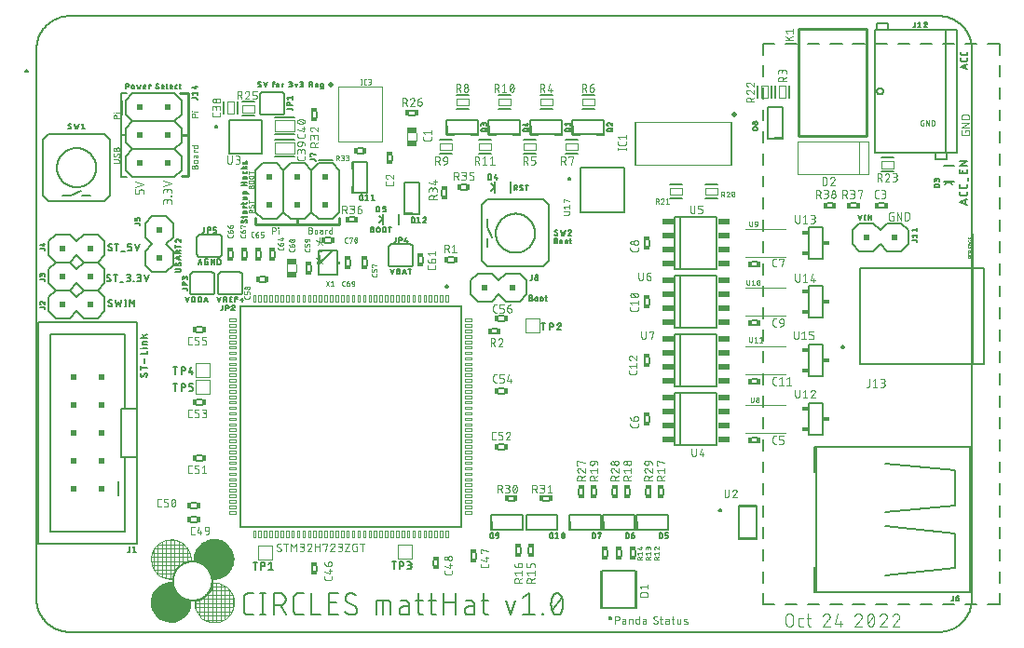
<source format=gbr>
G04 EAGLE Gerber RS-274X export*
G75*
%MOMM*%
%FSLAX34Y34*%
%LPD*%
%INSilkscreen Top*%
%IPPOS*%
%AMOC8*
5,1,8,0,0,1.08239X$1,22.5*%
G01*
%ADD10C,0.050800*%
%ADD11C,0.254000*%
%ADD12C,0.152400*%
%ADD13C,0.177800*%
%ADD14C,0.076200*%
%ADD15C,0.101600*%
%ADD16R,0.300000X0.599900*%
%ADD17C,0.025400*%
%ADD18R,0.599900X0.300000*%
%ADD19R,0.950000X0.500100*%
%ADD20C,0.203200*%
%ADD21R,1.100000X0.490000*%
%ADD22C,0.100000*%
%ADD23R,0.584200X0.457200*%
%ADD24C,0.127000*%
%ADD25C,0.200000*%
%ADD26C,0.500000*%
%ADD27C,0.120000*%
%ADD28R,0.508000X0.508000*%
%ADD29C,0.025000*%

G36*
X129177Y35812D02*
X129177Y35812D01*
X129208Y35819D01*
X129304Y35831D01*
X132230Y36514D01*
X132260Y36526D01*
X132352Y36554D01*
X135122Y37719D01*
X135149Y37736D01*
X135236Y37779D01*
X137769Y39394D01*
X137793Y39416D01*
X137872Y39472D01*
X140097Y41491D01*
X140117Y41516D01*
X140185Y41585D01*
X142039Y43950D01*
X142055Y43978D01*
X142110Y44057D01*
X143540Y46700D01*
X143550Y46730D01*
X143591Y46818D01*
X144556Y49663D01*
X144561Y49695D01*
X144586Y49788D01*
X145058Y52756D01*
X145058Y52788D01*
X145068Y52884D01*
X145033Y55889D01*
X145014Y55996D01*
X145000Y56103D01*
X144993Y56117D01*
X144991Y56131D01*
X144939Y56227D01*
X144891Y56324D01*
X144880Y56334D01*
X144873Y56347D01*
X144793Y56421D01*
X144717Y56498D01*
X144704Y56504D01*
X144693Y56514D01*
X144594Y56559D01*
X144496Y56607D01*
X144479Y56611D01*
X144469Y56615D01*
X144440Y56618D01*
X144332Y56639D01*
X141888Y56831D01*
X139563Y57389D01*
X137354Y58305D01*
X137268Y58357D01*
X136026Y59118D01*
X136026Y59119D01*
X136025Y59119D01*
X135315Y59554D01*
X133497Y61107D01*
X131944Y62925D01*
X130695Y64964D01*
X129779Y67173D01*
X129221Y69498D01*
X129029Y71942D01*
X129003Y72047D01*
X128981Y72154D01*
X128974Y72166D01*
X128970Y72181D01*
X128912Y72272D01*
X128857Y72366D01*
X128846Y72376D01*
X128838Y72388D01*
X128754Y72456D01*
X128672Y72528D01*
X128659Y72534D01*
X128647Y72543D01*
X128546Y72581D01*
X128445Y72623D01*
X128427Y72625D01*
X128417Y72629D01*
X128387Y72630D01*
X128279Y72643D01*
X125274Y72678D01*
X125242Y72673D01*
X125146Y72668D01*
X122178Y72196D01*
X122148Y72186D01*
X122053Y72166D01*
X119208Y71201D01*
X119179Y71186D01*
X119090Y71150D01*
X116447Y69720D01*
X116422Y69700D01*
X116340Y69649D01*
X113975Y67795D01*
X113953Y67771D01*
X113881Y67707D01*
X111862Y65482D01*
X111845Y65455D01*
X111784Y65379D01*
X110169Y62846D01*
X110156Y62816D01*
X110109Y62732D01*
X108944Y59962D01*
X108936Y59931D01*
X108904Y59840D01*
X108221Y56914D01*
X108219Y56882D01*
X108202Y56787D01*
X108022Y53787D01*
X108025Y53755D01*
X108025Y53659D01*
X108351Y50672D01*
X108360Y50641D01*
X108376Y50546D01*
X109201Y47656D01*
X109214Y47627D01*
X109246Y47536D01*
X110546Y44827D01*
X110564Y44800D01*
X110611Y44716D01*
X112348Y42264D01*
X112370Y42241D01*
X112431Y42165D01*
X114555Y40041D01*
X114581Y40022D01*
X114654Y39958D01*
X117106Y38221D01*
X117135Y38207D01*
X117217Y38156D01*
X119926Y36856D01*
X119957Y36847D01*
X120046Y36811D01*
X122936Y35986D01*
X122967Y35982D01*
X123062Y35961D01*
X126049Y35635D01*
X126081Y35636D01*
X126177Y35632D01*
X129177Y35812D01*
G37*
G36*
X166858Y74647D02*
X166858Y74647D01*
X166954Y74652D01*
X169922Y75124D01*
X169952Y75134D01*
X170047Y75155D01*
X172892Y76119D01*
X172921Y76134D01*
X173010Y76171D01*
X175653Y77600D01*
X175678Y77620D01*
X175761Y77671D01*
X178125Y79525D01*
X178147Y79549D01*
X178219Y79613D01*
X180238Y81838D01*
X180255Y81865D01*
X180316Y81941D01*
X181931Y84474D01*
X181944Y84504D01*
X181991Y84588D01*
X183157Y87358D01*
X183164Y87389D01*
X183196Y87480D01*
X183879Y90406D01*
X183881Y90438D01*
X183898Y90533D01*
X184078Y93533D01*
X184075Y93565D01*
X184075Y93661D01*
X183749Y96648D01*
X183740Y96679D01*
X183724Y96774D01*
X182899Y99664D01*
X182886Y99693D01*
X182854Y99784D01*
X181554Y102494D01*
X181536Y102520D01*
X181489Y102604D01*
X179752Y105056D01*
X179730Y105079D01*
X179669Y105155D01*
X177545Y107279D01*
X177519Y107298D01*
X177446Y107362D01*
X174994Y109099D01*
X174965Y109113D01*
X174884Y109164D01*
X172174Y110464D01*
X172143Y110473D01*
X172054Y110509D01*
X169164Y111334D01*
X169133Y111338D01*
X169038Y111359D01*
X166051Y111685D01*
X166019Y111684D01*
X165923Y111688D01*
X162923Y111508D01*
X162892Y111501D01*
X162796Y111489D01*
X159870Y110806D01*
X159840Y110794D01*
X159748Y110767D01*
X156978Y109601D01*
X156951Y109584D01*
X156864Y109541D01*
X154331Y107926D01*
X154307Y107904D01*
X154228Y107848D01*
X152003Y105829D01*
X151983Y105804D01*
X151915Y105735D01*
X150061Y103371D01*
X150045Y103342D01*
X149990Y103263D01*
X148561Y100620D01*
X148550Y100590D01*
X148509Y100502D01*
X147545Y97657D01*
X147539Y97625D01*
X147514Y97532D01*
X147042Y94564D01*
X147042Y94532D01*
X147032Y94436D01*
X147067Y91431D01*
X147086Y91324D01*
X147100Y91217D01*
X147107Y91204D01*
X147109Y91189D01*
X147161Y91093D01*
X147210Y90996D01*
X147220Y90986D01*
X147227Y90973D01*
X147307Y90899D01*
X147383Y90822D01*
X147396Y90816D01*
X147407Y90806D01*
X147506Y90761D01*
X147604Y90713D01*
X147621Y90709D01*
X147631Y90705D01*
X147661Y90702D01*
X147768Y90681D01*
X150212Y90489D01*
X152537Y89931D01*
X154746Y89015D01*
X155660Y88455D01*
X156785Y87766D01*
X158603Y86213D01*
X160156Y84395D01*
X161405Y82356D01*
X162321Y80147D01*
X162879Y77822D01*
X163071Y75378D01*
X163097Y75273D01*
X163119Y75166D01*
X163126Y75154D01*
X163130Y75139D01*
X163188Y75048D01*
X163243Y74954D01*
X163254Y74944D01*
X163262Y74932D01*
X163346Y74864D01*
X163428Y74792D01*
X163441Y74786D01*
X163453Y74777D01*
X163554Y74739D01*
X163655Y74697D01*
X163673Y74695D01*
X163683Y74691D01*
X163713Y74690D01*
X163821Y74677D01*
X166826Y74642D01*
X166858Y74647D01*
G37*
D10*
X809752Y490474D02*
X810514Y490474D01*
X810514Y487934D01*
X808990Y487934D01*
X808929Y487936D01*
X808868Y487941D01*
X808807Y487951D01*
X808747Y487964D01*
X808688Y487980D01*
X808630Y488000D01*
X808573Y488024D01*
X808518Y488050D01*
X808464Y488081D01*
X808413Y488114D01*
X808363Y488150D01*
X808316Y488190D01*
X808272Y488232D01*
X808230Y488276D01*
X808190Y488323D01*
X808154Y488373D01*
X808121Y488424D01*
X808090Y488478D01*
X808064Y488533D01*
X808040Y488590D01*
X808020Y488648D01*
X808004Y488707D01*
X807991Y488767D01*
X807981Y488828D01*
X807976Y488889D01*
X807974Y488950D01*
X807974Y491490D01*
X807976Y491551D01*
X807981Y491612D01*
X807991Y491673D01*
X808004Y491733D01*
X808020Y491792D01*
X808040Y491850D01*
X808064Y491907D01*
X808090Y491962D01*
X808121Y492016D01*
X808154Y492067D01*
X808190Y492117D01*
X808230Y492164D01*
X808272Y492208D01*
X808316Y492250D01*
X808363Y492290D01*
X808413Y492326D01*
X808464Y492359D01*
X808518Y492390D01*
X808573Y492416D01*
X808630Y492440D01*
X808688Y492460D01*
X808747Y492476D01*
X808807Y492489D01*
X808868Y492499D01*
X808929Y492504D01*
X808990Y492506D01*
X810514Y492506D01*
X812851Y492506D02*
X812851Y487934D01*
X815391Y487934D02*
X812851Y492506D01*
X815391Y492506D02*
X815391Y487934D01*
X817728Y487934D02*
X817728Y492506D01*
X818998Y492506D01*
X819067Y492504D01*
X819135Y492499D01*
X819203Y492489D01*
X819271Y492476D01*
X819338Y492460D01*
X819404Y492440D01*
X819468Y492416D01*
X819531Y492389D01*
X819593Y492358D01*
X819653Y492324D01*
X819711Y492287D01*
X819767Y492247D01*
X819820Y492204D01*
X819871Y492158D01*
X819920Y492109D01*
X819966Y492058D01*
X820009Y492005D01*
X820049Y491949D01*
X820086Y491891D01*
X820120Y491831D01*
X820151Y491769D01*
X820178Y491706D01*
X820202Y491642D01*
X820222Y491576D01*
X820238Y491509D01*
X820251Y491441D01*
X820261Y491373D01*
X820266Y491305D01*
X820268Y491236D01*
X820268Y489204D01*
X820266Y489135D01*
X820261Y489067D01*
X820251Y488999D01*
X820238Y488931D01*
X820222Y488864D01*
X820202Y488798D01*
X820178Y488734D01*
X820151Y488671D01*
X820120Y488609D01*
X820086Y488549D01*
X820049Y488491D01*
X820009Y488435D01*
X819966Y488382D01*
X819920Y488331D01*
X819871Y488282D01*
X819820Y488236D01*
X819767Y488193D01*
X819711Y488153D01*
X819653Y488116D01*
X819593Y488082D01*
X819531Y488051D01*
X819468Y488024D01*
X819404Y488000D01*
X819338Y487980D01*
X819271Y487964D01*
X819203Y487951D01*
X819135Y487941D01*
X819067Y487936D01*
X818998Y487934D01*
X817728Y487934D01*
X847965Y482995D02*
X847965Y481810D01*
X847965Y482995D02*
X851916Y482995D01*
X851916Y480624D01*
X851914Y480546D01*
X851908Y480469D01*
X851899Y480392D01*
X851886Y480316D01*
X851869Y480240D01*
X851848Y480165D01*
X851824Y480092D01*
X851796Y480019D01*
X851764Y479948D01*
X851729Y479879D01*
X851691Y479812D01*
X851650Y479746D01*
X851605Y479683D01*
X851557Y479622D01*
X851507Y479563D01*
X851453Y479507D01*
X851397Y479453D01*
X851338Y479403D01*
X851277Y479355D01*
X851214Y479310D01*
X851148Y479269D01*
X851081Y479231D01*
X851012Y479196D01*
X850941Y479164D01*
X850868Y479136D01*
X850795Y479112D01*
X850720Y479091D01*
X850644Y479074D01*
X850568Y479061D01*
X850491Y479052D01*
X850414Y479046D01*
X850336Y479044D01*
X846384Y479044D01*
X846306Y479046D01*
X846229Y479052D01*
X846152Y479061D01*
X846076Y479074D01*
X846000Y479091D01*
X845925Y479112D01*
X845851Y479136D01*
X845779Y479164D01*
X845708Y479196D01*
X845639Y479231D01*
X845571Y479269D01*
X845506Y479310D01*
X845442Y479355D01*
X845381Y479403D01*
X845322Y479454D01*
X845266Y479507D01*
X845213Y479563D01*
X845162Y479622D01*
X845114Y479683D01*
X845069Y479747D01*
X845028Y479812D01*
X844990Y479880D01*
X844955Y479949D01*
X844923Y480020D01*
X844895Y480092D01*
X844871Y480166D01*
X844850Y480241D01*
X844833Y480317D01*
X844820Y480393D01*
X844811Y480470D01*
X844805Y480547D01*
X844803Y480625D01*
X844804Y480624D02*
X844804Y482995D01*
X844804Y486359D02*
X851916Y486359D01*
X851916Y490310D02*
X844804Y486359D01*
X844804Y490310D02*
X851916Y490310D01*
X851916Y493674D02*
X844804Y493674D01*
X844804Y495650D01*
X844806Y495736D01*
X844812Y495822D01*
X844821Y495908D01*
X844834Y495993D01*
X844851Y496078D01*
X844871Y496161D01*
X844895Y496244D01*
X844923Y496326D01*
X844954Y496406D01*
X844989Y496485D01*
X845027Y496562D01*
X845069Y496638D01*
X845113Y496712D01*
X845161Y496783D01*
X845212Y496853D01*
X845266Y496920D01*
X845323Y496985D01*
X845383Y497047D01*
X845445Y497107D01*
X845510Y497164D01*
X845577Y497218D01*
X845647Y497269D01*
X845718Y497317D01*
X845792Y497361D01*
X845868Y497403D01*
X845945Y497441D01*
X846024Y497476D01*
X846104Y497507D01*
X846186Y497535D01*
X846269Y497559D01*
X846352Y497579D01*
X846437Y497596D01*
X846522Y497609D01*
X846608Y497618D01*
X846694Y497624D01*
X846780Y497626D01*
X846780Y497625D02*
X849940Y497625D01*
X849940Y497626D02*
X850026Y497624D01*
X850112Y497618D01*
X850198Y497609D01*
X850283Y497596D01*
X850368Y497579D01*
X850451Y497559D01*
X850534Y497535D01*
X850616Y497507D01*
X850696Y497476D01*
X850775Y497441D01*
X850852Y497403D01*
X850928Y497361D01*
X851002Y497317D01*
X851073Y497269D01*
X851143Y497218D01*
X851210Y497164D01*
X851275Y497107D01*
X851337Y497047D01*
X851397Y496985D01*
X851454Y496920D01*
X851508Y496853D01*
X851559Y496783D01*
X851607Y496712D01*
X851651Y496638D01*
X851693Y496562D01*
X851731Y496485D01*
X851766Y496406D01*
X851797Y496326D01*
X851825Y496244D01*
X851849Y496161D01*
X851869Y496078D01*
X851886Y495993D01*
X851899Y495908D01*
X851908Y495822D01*
X851914Y495736D01*
X851916Y495650D01*
X851916Y493674D01*
X782676Y405525D02*
X781490Y405525D01*
X782676Y405525D02*
X782676Y401574D01*
X780305Y401574D01*
X780227Y401576D01*
X780150Y401582D01*
X780073Y401591D01*
X779997Y401604D01*
X779921Y401621D01*
X779846Y401642D01*
X779773Y401666D01*
X779700Y401694D01*
X779629Y401726D01*
X779560Y401761D01*
X779493Y401799D01*
X779427Y401840D01*
X779364Y401885D01*
X779303Y401933D01*
X779244Y401983D01*
X779188Y402037D01*
X779134Y402093D01*
X779084Y402152D01*
X779036Y402213D01*
X778991Y402276D01*
X778950Y402342D01*
X778912Y402409D01*
X778877Y402478D01*
X778845Y402549D01*
X778817Y402622D01*
X778793Y402695D01*
X778772Y402770D01*
X778755Y402846D01*
X778742Y402922D01*
X778733Y402999D01*
X778727Y403076D01*
X778725Y403154D01*
X778725Y407106D01*
X778727Y407184D01*
X778733Y407261D01*
X778742Y407338D01*
X778755Y407414D01*
X778772Y407490D01*
X778793Y407565D01*
X778817Y407638D01*
X778845Y407711D01*
X778877Y407782D01*
X778912Y407851D01*
X778950Y407918D01*
X778991Y407984D01*
X779036Y408047D01*
X779084Y408108D01*
X779134Y408167D01*
X779188Y408223D01*
X779244Y408277D01*
X779303Y408327D01*
X779364Y408375D01*
X779427Y408420D01*
X779493Y408461D01*
X779560Y408499D01*
X779629Y408534D01*
X779700Y408566D01*
X779773Y408594D01*
X779846Y408618D01*
X779921Y408639D01*
X779997Y408656D01*
X780073Y408669D01*
X780150Y408678D01*
X780227Y408684D01*
X780305Y408686D01*
X782676Y408686D01*
X786040Y408686D02*
X786040Y401574D01*
X789991Y401574D02*
X786040Y408686D01*
X789991Y408686D02*
X789991Y401574D01*
X793355Y401574D02*
X793355Y408686D01*
X795330Y408686D01*
X795416Y408684D01*
X795502Y408678D01*
X795588Y408669D01*
X795673Y408656D01*
X795758Y408639D01*
X795841Y408619D01*
X795924Y408595D01*
X796006Y408567D01*
X796086Y408536D01*
X796165Y408501D01*
X796242Y408463D01*
X796318Y408421D01*
X796392Y408377D01*
X796463Y408329D01*
X796533Y408278D01*
X796600Y408224D01*
X796665Y408167D01*
X796727Y408107D01*
X796787Y408045D01*
X796844Y407980D01*
X796898Y407913D01*
X796949Y407843D01*
X796997Y407772D01*
X797041Y407698D01*
X797083Y407622D01*
X797121Y407545D01*
X797156Y407466D01*
X797187Y407386D01*
X797215Y407304D01*
X797239Y407221D01*
X797259Y407138D01*
X797276Y407053D01*
X797289Y406968D01*
X797298Y406882D01*
X797304Y406796D01*
X797306Y406710D01*
X797306Y403550D01*
X797304Y403464D01*
X797298Y403378D01*
X797289Y403292D01*
X797276Y403207D01*
X797259Y403122D01*
X797239Y403039D01*
X797215Y402956D01*
X797187Y402874D01*
X797156Y402794D01*
X797121Y402715D01*
X797083Y402638D01*
X797041Y402562D01*
X796997Y402488D01*
X796949Y402417D01*
X796898Y402347D01*
X796844Y402280D01*
X796787Y402215D01*
X796727Y402153D01*
X796665Y402093D01*
X796600Y402036D01*
X796533Y401982D01*
X796463Y401931D01*
X796392Y401883D01*
X796318Y401839D01*
X796242Y401797D01*
X796165Y401759D01*
X796086Y401724D01*
X796006Y401693D01*
X795924Y401665D01*
X795841Y401641D01*
X795758Y401621D01*
X795673Y401604D01*
X795588Y401591D01*
X795502Y401582D01*
X795416Y401576D01*
X795330Y401574D01*
X793355Y401574D01*
X150876Y495554D02*
X145288Y495554D01*
X145288Y497106D01*
X145290Y497183D01*
X145296Y497261D01*
X145305Y497337D01*
X145319Y497414D01*
X145336Y497489D01*
X145357Y497563D01*
X145382Y497637D01*
X145410Y497709D01*
X145442Y497779D01*
X145477Y497848D01*
X145516Y497915D01*
X145558Y497980D01*
X145603Y498043D01*
X145651Y498104D01*
X145702Y498162D01*
X145756Y498217D01*
X145813Y498270D01*
X145872Y498319D01*
X145934Y498366D01*
X145998Y498410D01*
X146064Y498450D01*
X146132Y498487D01*
X146202Y498521D01*
X146273Y498551D01*
X146346Y498577D01*
X146420Y498600D01*
X146495Y498619D01*
X146570Y498634D01*
X146647Y498646D01*
X146724Y498654D01*
X146801Y498658D01*
X146879Y498658D01*
X146956Y498654D01*
X147033Y498646D01*
X147110Y498634D01*
X147185Y498619D01*
X147260Y498600D01*
X147334Y498577D01*
X147407Y498551D01*
X147478Y498521D01*
X147548Y498487D01*
X147616Y498450D01*
X147682Y498410D01*
X147746Y498366D01*
X147808Y498319D01*
X147867Y498270D01*
X147924Y498217D01*
X147978Y498162D01*
X148029Y498104D01*
X148077Y498043D01*
X148122Y497980D01*
X148164Y497915D01*
X148203Y497848D01*
X148238Y497779D01*
X148270Y497709D01*
X148298Y497637D01*
X148323Y497563D01*
X148344Y497489D01*
X148361Y497414D01*
X148375Y497337D01*
X148384Y497261D01*
X148390Y497183D01*
X148392Y497106D01*
X148392Y495554D01*
X147151Y500681D02*
X150876Y500681D01*
X145598Y500526D02*
X145288Y500526D01*
X145288Y500836D01*
X145598Y500836D01*
X145598Y500526D01*
X147772Y450116D02*
X147772Y448564D01*
X147772Y450116D02*
X147774Y450193D01*
X147780Y450271D01*
X147789Y450347D01*
X147803Y450424D01*
X147820Y450499D01*
X147841Y450573D01*
X147866Y450647D01*
X147894Y450719D01*
X147926Y450789D01*
X147961Y450858D01*
X148000Y450925D01*
X148042Y450990D01*
X148087Y451053D01*
X148135Y451114D01*
X148186Y451172D01*
X148240Y451227D01*
X148297Y451280D01*
X148356Y451329D01*
X148418Y451376D01*
X148482Y451420D01*
X148548Y451460D01*
X148616Y451497D01*
X148686Y451531D01*
X148757Y451561D01*
X148830Y451587D01*
X148904Y451610D01*
X148979Y451629D01*
X149054Y451644D01*
X149131Y451656D01*
X149208Y451664D01*
X149285Y451668D01*
X149363Y451668D01*
X149440Y451664D01*
X149517Y451656D01*
X149594Y451644D01*
X149669Y451629D01*
X149744Y451610D01*
X149818Y451587D01*
X149891Y451561D01*
X149962Y451531D01*
X150032Y451497D01*
X150100Y451460D01*
X150166Y451420D01*
X150230Y451376D01*
X150292Y451329D01*
X150351Y451280D01*
X150408Y451227D01*
X150462Y451172D01*
X150513Y451114D01*
X150561Y451053D01*
X150606Y450990D01*
X150648Y450925D01*
X150687Y450858D01*
X150722Y450789D01*
X150754Y450719D01*
X150782Y450647D01*
X150807Y450573D01*
X150828Y450499D01*
X150845Y450424D01*
X150859Y450347D01*
X150868Y450271D01*
X150874Y450193D01*
X150876Y450116D01*
X150876Y448564D01*
X145288Y448564D01*
X145288Y450116D01*
X145290Y450186D01*
X145296Y450255D01*
X145306Y450324D01*
X145319Y450392D01*
X145337Y450460D01*
X145358Y450526D01*
X145383Y450591D01*
X145411Y450655D01*
X145443Y450717D01*
X145478Y450777D01*
X145517Y450835D01*
X145559Y450890D01*
X145604Y450944D01*
X145652Y450994D01*
X145702Y451042D01*
X145756Y451087D01*
X145811Y451129D01*
X145869Y451168D01*
X145929Y451203D01*
X145991Y451235D01*
X146055Y451263D01*
X146120Y451288D01*
X146186Y451309D01*
X146254Y451327D01*
X146322Y451340D01*
X146391Y451350D01*
X146460Y451356D01*
X146530Y451358D01*
X146600Y451356D01*
X146669Y451350D01*
X146738Y451340D01*
X146806Y451327D01*
X146874Y451309D01*
X146940Y451288D01*
X147005Y451263D01*
X147069Y451235D01*
X147131Y451203D01*
X147191Y451168D01*
X147249Y451129D01*
X147304Y451087D01*
X147358Y451042D01*
X147408Y450994D01*
X147456Y450944D01*
X147501Y450890D01*
X147543Y450835D01*
X147582Y450777D01*
X147617Y450717D01*
X147649Y450655D01*
X147677Y450591D01*
X147702Y450526D01*
X147723Y450460D01*
X147741Y450392D01*
X147754Y450324D01*
X147764Y450255D01*
X147770Y450186D01*
X147772Y450116D01*
X148392Y453729D02*
X149634Y453729D01*
X148392Y453729D02*
X148322Y453731D01*
X148253Y453737D01*
X148184Y453747D01*
X148116Y453760D01*
X148048Y453778D01*
X147982Y453799D01*
X147917Y453824D01*
X147853Y453852D01*
X147791Y453884D01*
X147731Y453919D01*
X147673Y453958D01*
X147618Y454000D01*
X147564Y454045D01*
X147514Y454093D01*
X147466Y454143D01*
X147421Y454197D01*
X147379Y454252D01*
X147340Y454310D01*
X147305Y454370D01*
X147273Y454432D01*
X147245Y454496D01*
X147220Y454561D01*
X147199Y454627D01*
X147181Y454695D01*
X147168Y454763D01*
X147158Y454832D01*
X147152Y454901D01*
X147150Y454971D01*
X147152Y455041D01*
X147158Y455110D01*
X147168Y455179D01*
X147181Y455247D01*
X147199Y455315D01*
X147220Y455381D01*
X147245Y455446D01*
X147273Y455510D01*
X147305Y455572D01*
X147340Y455632D01*
X147379Y455690D01*
X147421Y455745D01*
X147466Y455799D01*
X147514Y455849D01*
X147564Y455897D01*
X147618Y455942D01*
X147673Y455984D01*
X147731Y456023D01*
X147791Y456058D01*
X147853Y456090D01*
X147917Y456118D01*
X147982Y456143D01*
X148048Y456164D01*
X148116Y456182D01*
X148184Y456195D01*
X148253Y456205D01*
X148322Y456211D01*
X148392Y456213D01*
X149634Y456213D01*
X149704Y456211D01*
X149773Y456205D01*
X149842Y456195D01*
X149910Y456182D01*
X149978Y456164D01*
X150044Y456143D01*
X150109Y456118D01*
X150173Y456090D01*
X150235Y456058D01*
X150295Y456023D01*
X150353Y455984D01*
X150408Y455942D01*
X150462Y455897D01*
X150512Y455849D01*
X150560Y455799D01*
X150605Y455745D01*
X150647Y455690D01*
X150686Y455632D01*
X150721Y455572D01*
X150753Y455510D01*
X150781Y455446D01*
X150806Y455381D01*
X150827Y455315D01*
X150845Y455247D01*
X150858Y455179D01*
X150868Y455110D01*
X150874Y455041D01*
X150876Y454971D01*
X150874Y454901D01*
X150868Y454832D01*
X150858Y454763D01*
X150845Y454695D01*
X150827Y454627D01*
X150806Y454561D01*
X150781Y454496D01*
X150753Y454432D01*
X150721Y454370D01*
X150686Y454310D01*
X150647Y454252D01*
X150605Y454197D01*
X150560Y454143D01*
X150512Y454093D01*
X150462Y454045D01*
X150408Y454000D01*
X150353Y453958D01*
X150295Y453919D01*
X150235Y453884D01*
X150173Y453852D01*
X150109Y453824D01*
X150044Y453799D01*
X149978Y453778D01*
X149910Y453760D01*
X149842Y453747D01*
X149773Y453737D01*
X149704Y453731D01*
X149634Y453729D01*
X148703Y459542D02*
X148703Y460939D01*
X148702Y459542D02*
X148704Y459478D01*
X148710Y459413D01*
X148719Y459350D01*
X148732Y459287D01*
X148749Y459225D01*
X148770Y459164D01*
X148794Y459104D01*
X148822Y459046D01*
X148853Y458989D01*
X148887Y458935D01*
X148925Y458882D01*
X148966Y458832D01*
X149009Y458785D01*
X149055Y458740D01*
X149104Y458698D01*
X149155Y458659D01*
X149209Y458623D01*
X149264Y458590D01*
X149322Y458561D01*
X149380Y458535D01*
X149441Y458512D01*
X149502Y458493D01*
X149565Y458478D01*
X149629Y458467D01*
X149692Y458459D01*
X149757Y458455D01*
X149821Y458455D01*
X149886Y458459D01*
X149949Y458467D01*
X150013Y458478D01*
X150076Y458493D01*
X150137Y458512D01*
X150198Y458535D01*
X150256Y458561D01*
X150314Y458590D01*
X150369Y458623D01*
X150423Y458659D01*
X150474Y458698D01*
X150523Y458740D01*
X150569Y458785D01*
X150612Y458832D01*
X150653Y458882D01*
X150691Y458935D01*
X150725Y458989D01*
X150756Y459046D01*
X150784Y459104D01*
X150808Y459164D01*
X150829Y459225D01*
X150846Y459287D01*
X150859Y459350D01*
X150868Y459413D01*
X150874Y459478D01*
X150876Y459542D01*
X150876Y460939D01*
X148082Y460939D01*
X148082Y460938D02*
X148024Y460936D01*
X147965Y460931D01*
X147908Y460922D01*
X147850Y460909D01*
X147794Y460892D01*
X147739Y460873D01*
X147686Y460849D01*
X147633Y460823D01*
X147583Y460793D01*
X147535Y460760D01*
X147489Y460724D01*
X147445Y460686D01*
X147403Y460644D01*
X147365Y460600D01*
X147329Y460554D01*
X147296Y460506D01*
X147266Y460456D01*
X147240Y460403D01*
X147216Y460350D01*
X147197Y460295D01*
X147180Y460239D01*
X147167Y460181D01*
X147158Y460124D01*
X147153Y460065D01*
X147151Y460007D01*
X147151Y458766D01*
X147151Y463637D02*
X150876Y463637D01*
X147151Y463637D02*
X147151Y465500D01*
X147772Y465500D01*
X145288Y469717D02*
X150876Y469717D01*
X150876Y468165D01*
X150874Y468107D01*
X150869Y468048D01*
X150860Y467991D01*
X150847Y467933D01*
X150830Y467877D01*
X150811Y467822D01*
X150787Y467769D01*
X150761Y467716D01*
X150731Y467666D01*
X150698Y467618D01*
X150662Y467572D01*
X150624Y467528D01*
X150582Y467486D01*
X150538Y467448D01*
X150492Y467412D01*
X150444Y467379D01*
X150394Y467349D01*
X150341Y467323D01*
X150288Y467299D01*
X150233Y467280D01*
X150177Y467263D01*
X150119Y467250D01*
X150062Y467241D01*
X150003Y467236D01*
X149945Y467234D01*
X149945Y467233D02*
X148082Y467233D01*
X148082Y467234D02*
X148024Y467236D01*
X147965Y467241D01*
X147908Y467250D01*
X147850Y467263D01*
X147794Y467280D01*
X147739Y467299D01*
X147686Y467323D01*
X147633Y467349D01*
X147583Y467379D01*
X147535Y467412D01*
X147489Y467448D01*
X147445Y467486D01*
X147403Y467528D01*
X147365Y467572D01*
X147329Y467618D01*
X147296Y467666D01*
X147266Y467716D01*
X147240Y467769D01*
X147216Y467822D01*
X147197Y467877D01*
X147180Y467933D01*
X147167Y467991D01*
X147158Y468048D01*
X147153Y468107D01*
X147151Y468165D01*
X147151Y469717D01*
X79756Y494284D02*
X74168Y494284D01*
X74168Y495836D01*
X74170Y495913D01*
X74176Y495991D01*
X74185Y496067D01*
X74199Y496144D01*
X74216Y496219D01*
X74237Y496293D01*
X74262Y496367D01*
X74290Y496439D01*
X74322Y496509D01*
X74357Y496578D01*
X74396Y496645D01*
X74438Y496710D01*
X74483Y496773D01*
X74531Y496834D01*
X74582Y496892D01*
X74636Y496947D01*
X74693Y497000D01*
X74752Y497049D01*
X74814Y497096D01*
X74878Y497140D01*
X74944Y497180D01*
X75012Y497217D01*
X75082Y497251D01*
X75153Y497281D01*
X75226Y497307D01*
X75300Y497330D01*
X75375Y497349D01*
X75450Y497364D01*
X75527Y497376D01*
X75604Y497384D01*
X75681Y497388D01*
X75759Y497388D01*
X75836Y497384D01*
X75913Y497376D01*
X75990Y497364D01*
X76065Y497349D01*
X76140Y497330D01*
X76214Y497307D01*
X76287Y497281D01*
X76358Y497251D01*
X76428Y497217D01*
X76496Y497180D01*
X76562Y497140D01*
X76626Y497096D01*
X76688Y497049D01*
X76747Y497000D01*
X76804Y496947D01*
X76858Y496892D01*
X76909Y496834D01*
X76957Y496773D01*
X77002Y496710D01*
X77044Y496645D01*
X77083Y496578D01*
X77118Y496509D01*
X77150Y496439D01*
X77178Y496367D01*
X77203Y496293D01*
X77224Y496219D01*
X77241Y496144D01*
X77255Y496067D01*
X77264Y495991D01*
X77270Y495913D01*
X77272Y495836D01*
X77272Y494284D01*
X76031Y499411D02*
X79756Y499411D01*
X74478Y499256D02*
X74168Y499256D01*
X74168Y499566D01*
X74478Y499566D01*
X74478Y499256D01*
X74168Y453644D02*
X78204Y453644D01*
X78281Y453646D01*
X78359Y453652D01*
X78435Y453661D01*
X78512Y453675D01*
X78587Y453692D01*
X78661Y453713D01*
X78735Y453738D01*
X78807Y453766D01*
X78877Y453798D01*
X78946Y453833D01*
X79013Y453872D01*
X79078Y453914D01*
X79141Y453959D01*
X79202Y454007D01*
X79260Y454058D01*
X79315Y454112D01*
X79368Y454169D01*
X79417Y454228D01*
X79464Y454290D01*
X79508Y454354D01*
X79548Y454420D01*
X79585Y454488D01*
X79619Y454558D01*
X79649Y454629D01*
X79675Y454702D01*
X79698Y454776D01*
X79717Y454851D01*
X79732Y454926D01*
X79744Y455003D01*
X79752Y455080D01*
X79756Y455157D01*
X79756Y455235D01*
X79752Y455312D01*
X79744Y455389D01*
X79732Y455466D01*
X79717Y455541D01*
X79698Y455616D01*
X79675Y455690D01*
X79649Y455763D01*
X79619Y455834D01*
X79585Y455904D01*
X79548Y455972D01*
X79508Y456038D01*
X79464Y456102D01*
X79417Y456164D01*
X79368Y456223D01*
X79315Y456280D01*
X79260Y456334D01*
X79202Y456385D01*
X79141Y456433D01*
X79078Y456478D01*
X79013Y456520D01*
X78946Y456559D01*
X78877Y456594D01*
X78807Y456626D01*
X78735Y456654D01*
X78661Y456679D01*
X78587Y456700D01*
X78512Y456717D01*
X78435Y456731D01*
X78359Y456740D01*
X78281Y456746D01*
X78204Y456748D01*
X74168Y456748D01*
X78514Y462235D02*
X78584Y462233D01*
X78653Y462227D01*
X78722Y462217D01*
X78790Y462204D01*
X78858Y462186D01*
X78924Y462165D01*
X78989Y462140D01*
X79053Y462112D01*
X79115Y462080D01*
X79175Y462045D01*
X79233Y462006D01*
X79288Y461964D01*
X79342Y461919D01*
X79392Y461871D01*
X79440Y461821D01*
X79485Y461767D01*
X79527Y461712D01*
X79566Y461654D01*
X79601Y461594D01*
X79633Y461532D01*
X79661Y461468D01*
X79686Y461403D01*
X79707Y461337D01*
X79725Y461269D01*
X79738Y461201D01*
X79748Y461132D01*
X79754Y461063D01*
X79756Y460993D01*
X79754Y460894D01*
X79749Y460796D01*
X79739Y460698D01*
X79726Y460600D01*
X79710Y460503D01*
X79690Y460406D01*
X79666Y460311D01*
X79638Y460216D01*
X79607Y460122D01*
X79573Y460030D01*
X79535Y459939D01*
X79494Y459849D01*
X79449Y459761D01*
X79401Y459675D01*
X79350Y459591D01*
X79296Y459509D01*
X79238Y459428D01*
X79178Y459350D01*
X79115Y459275D01*
X79049Y459201D01*
X78980Y459131D01*
X75410Y459285D02*
X75340Y459287D01*
X75271Y459293D01*
X75202Y459303D01*
X75134Y459316D01*
X75066Y459334D01*
X75000Y459355D01*
X74935Y459380D01*
X74871Y459408D01*
X74809Y459440D01*
X74749Y459475D01*
X74691Y459514D01*
X74636Y459556D01*
X74582Y459601D01*
X74532Y459649D01*
X74484Y459699D01*
X74439Y459753D01*
X74397Y459808D01*
X74358Y459866D01*
X74323Y459926D01*
X74291Y459988D01*
X74263Y460052D01*
X74238Y460117D01*
X74217Y460183D01*
X74199Y460251D01*
X74186Y460319D01*
X74176Y460388D01*
X74170Y460457D01*
X74168Y460527D01*
X74170Y460621D01*
X74176Y460714D01*
X74185Y460807D01*
X74198Y460900D01*
X74215Y460992D01*
X74235Y461083D01*
X74260Y461174D01*
X74287Y461263D01*
X74319Y461351D01*
X74354Y461438D01*
X74392Y461524D01*
X74434Y461607D01*
X74479Y461690D01*
X74527Y461770D01*
X74579Y461848D01*
X74634Y461924D01*
X76496Y459907D02*
X76460Y459848D01*
X76420Y459792D01*
X76377Y459738D01*
X76332Y459686D01*
X76283Y459637D01*
X76232Y459591D01*
X76179Y459548D01*
X76123Y459507D01*
X76065Y459470D01*
X76005Y459435D01*
X75944Y459405D01*
X75881Y459377D01*
X75816Y459353D01*
X75750Y459333D01*
X75683Y459316D01*
X75616Y459303D01*
X75548Y459294D01*
X75479Y459288D01*
X75410Y459286D01*
X77428Y461614D02*
X77464Y461673D01*
X77504Y461729D01*
X77547Y461783D01*
X77592Y461835D01*
X77641Y461884D01*
X77692Y461930D01*
X77745Y461973D01*
X77801Y462014D01*
X77859Y462051D01*
X77919Y462086D01*
X77980Y462116D01*
X78043Y462144D01*
X78108Y462168D01*
X78174Y462188D01*
X78241Y462205D01*
X78308Y462218D01*
X78376Y462227D01*
X78445Y462233D01*
X78514Y462235D01*
X77428Y461614D02*
X76496Y459906D01*
X76652Y464700D02*
X76652Y466252D01*
X76654Y466329D01*
X76660Y466407D01*
X76669Y466483D01*
X76683Y466560D01*
X76700Y466635D01*
X76721Y466709D01*
X76746Y466783D01*
X76774Y466855D01*
X76806Y466925D01*
X76841Y466994D01*
X76880Y467061D01*
X76922Y467126D01*
X76967Y467189D01*
X77015Y467250D01*
X77066Y467308D01*
X77120Y467363D01*
X77177Y467416D01*
X77236Y467465D01*
X77298Y467512D01*
X77362Y467556D01*
X77428Y467596D01*
X77496Y467633D01*
X77566Y467667D01*
X77637Y467697D01*
X77710Y467723D01*
X77784Y467746D01*
X77859Y467765D01*
X77934Y467780D01*
X78011Y467792D01*
X78088Y467800D01*
X78165Y467804D01*
X78243Y467804D01*
X78320Y467800D01*
X78397Y467792D01*
X78474Y467780D01*
X78549Y467765D01*
X78624Y467746D01*
X78698Y467723D01*
X78771Y467697D01*
X78842Y467667D01*
X78912Y467633D01*
X78980Y467596D01*
X79046Y467556D01*
X79110Y467512D01*
X79172Y467465D01*
X79231Y467416D01*
X79288Y467363D01*
X79342Y467308D01*
X79393Y467250D01*
X79441Y467189D01*
X79486Y467126D01*
X79528Y467061D01*
X79567Y466994D01*
X79602Y466925D01*
X79634Y466855D01*
X79662Y466783D01*
X79687Y466709D01*
X79708Y466635D01*
X79725Y466560D01*
X79739Y466483D01*
X79748Y466407D01*
X79754Y466329D01*
X79756Y466252D01*
X79756Y464700D01*
X74168Y464700D01*
X74168Y466252D01*
X74170Y466322D01*
X74176Y466391D01*
X74186Y466460D01*
X74199Y466528D01*
X74217Y466596D01*
X74238Y466662D01*
X74263Y466727D01*
X74291Y466791D01*
X74323Y466853D01*
X74358Y466913D01*
X74397Y466971D01*
X74439Y467026D01*
X74484Y467080D01*
X74532Y467130D01*
X74582Y467178D01*
X74636Y467223D01*
X74691Y467265D01*
X74749Y467304D01*
X74809Y467339D01*
X74871Y467371D01*
X74935Y467399D01*
X75000Y467424D01*
X75066Y467445D01*
X75134Y467463D01*
X75202Y467476D01*
X75271Y467486D01*
X75340Y467492D01*
X75410Y467494D01*
X75480Y467492D01*
X75549Y467486D01*
X75618Y467476D01*
X75686Y467463D01*
X75754Y467445D01*
X75820Y467424D01*
X75885Y467399D01*
X75949Y467371D01*
X76011Y467339D01*
X76071Y467304D01*
X76129Y467265D01*
X76184Y467223D01*
X76238Y467178D01*
X76288Y467130D01*
X76336Y467080D01*
X76381Y467026D01*
X76423Y466971D01*
X76462Y466913D01*
X76497Y466853D01*
X76529Y466791D01*
X76557Y466727D01*
X76582Y466662D01*
X76603Y466596D01*
X76621Y466528D01*
X76634Y466460D01*
X76644Y466391D01*
X76650Y466322D01*
X76652Y466252D01*
D11*
X137160Y478790D02*
X142240Y478790D01*
X142240Y516890D01*
X134620Y516890D01*
X142240Y478790D02*
X142240Y441960D01*
X135890Y441960D01*
D12*
X85090Y478790D02*
X81280Y478790D01*
X81280Y440690D01*
X86360Y440690D01*
X81280Y478790D02*
X81280Y516890D01*
X86360Y516890D01*
D10*
X101346Y428075D02*
X101346Y425704D01*
X101346Y428075D02*
X101344Y428153D01*
X101338Y428230D01*
X101329Y428307D01*
X101316Y428383D01*
X101299Y428459D01*
X101278Y428534D01*
X101254Y428607D01*
X101226Y428680D01*
X101194Y428751D01*
X101159Y428820D01*
X101121Y428887D01*
X101080Y428953D01*
X101035Y429016D01*
X100987Y429077D01*
X100937Y429136D01*
X100883Y429192D01*
X100827Y429246D01*
X100768Y429296D01*
X100707Y429344D01*
X100644Y429389D01*
X100578Y429430D01*
X100511Y429468D01*
X100442Y429503D01*
X100371Y429535D01*
X100298Y429563D01*
X100225Y429587D01*
X100150Y429608D01*
X100074Y429625D01*
X99998Y429638D01*
X99921Y429647D01*
X99844Y429653D01*
X99766Y429655D01*
X98975Y429655D01*
X98897Y429653D01*
X98820Y429647D01*
X98743Y429638D01*
X98667Y429625D01*
X98591Y429608D01*
X98516Y429587D01*
X98443Y429563D01*
X98370Y429535D01*
X98299Y429503D01*
X98230Y429468D01*
X98163Y429430D01*
X98097Y429389D01*
X98034Y429344D01*
X97973Y429296D01*
X97914Y429246D01*
X97858Y429192D01*
X97804Y429136D01*
X97754Y429077D01*
X97706Y429016D01*
X97661Y428953D01*
X97620Y428887D01*
X97582Y428820D01*
X97547Y428751D01*
X97515Y428680D01*
X97487Y428607D01*
X97463Y428534D01*
X97442Y428459D01*
X97425Y428383D01*
X97412Y428307D01*
X97403Y428230D01*
X97397Y428153D01*
X97395Y428075D01*
X97395Y425704D01*
X94234Y425704D01*
X94234Y429655D01*
X94234Y432167D02*
X101346Y434538D01*
X94234Y436908D01*
X126746Y418790D02*
X126746Y416814D01*
X126746Y418790D02*
X126744Y418877D01*
X126738Y418965D01*
X126729Y419052D01*
X126715Y419138D01*
X126698Y419224D01*
X126677Y419308D01*
X126652Y419392D01*
X126623Y419475D01*
X126591Y419556D01*
X126556Y419636D01*
X126517Y419714D01*
X126474Y419791D01*
X126428Y419865D01*
X126379Y419937D01*
X126327Y420007D01*
X126271Y420075D01*
X126213Y420140D01*
X126152Y420203D01*
X126088Y420262D01*
X126021Y420319D01*
X125953Y420373D01*
X125881Y420424D01*
X125808Y420471D01*
X125733Y420516D01*
X125655Y420557D01*
X125576Y420594D01*
X125496Y420628D01*
X125414Y420658D01*
X125331Y420685D01*
X125246Y420708D01*
X125161Y420727D01*
X125075Y420742D01*
X124988Y420754D01*
X124901Y420762D01*
X124814Y420766D01*
X124726Y420766D01*
X124639Y420762D01*
X124552Y420754D01*
X124465Y420742D01*
X124379Y420727D01*
X124294Y420708D01*
X124209Y420685D01*
X124126Y420658D01*
X124044Y420628D01*
X123964Y420594D01*
X123885Y420557D01*
X123807Y420516D01*
X123732Y420471D01*
X123659Y420424D01*
X123587Y420373D01*
X123519Y420319D01*
X123452Y420262D01*
X123388Y420203D01*
X123327Y420140D01*
X123269Y420075D01*
X123213Y420007D01*
X123161Y419937D01*
X123112Y419865D01*
X123066Y419791D01*
X123023Y419714D01*
X122984Y419636D01*
X122949Y419556D01*
X122917Y419475D01*
X122888Y419392D01*
X122863Y419308D01*
X122842Y419224D01*
X122825Y419138D01*
X122811Y419052D01*
X122802Y418965D01*
X122796Y418877D01*
X122794Y418790D01*
X119634Y419185D02*
X119634Y416814D01*
X119634Y419185D02*
X119636Y419264D01*
X119642Y419342D01*
X119652Y419420D01*
X119665Y419498D01*
X119683Y419575D01*
X119704Y419651D01*
X119729Y419725D01*
X119758Y419799D01*
X119790Y419871D01*
X119826Y419941D01*
X119866Y420009D01*
X119909Y420075D01*
X119955Y420139D01*
X120004Y420201D01*
X120056Y420260D01*
X120111Y420316D01*
X120169Y420370D01*
X120229Y420420D01*
X120292Y420468D01*
X120357Y420512D01*
X120424Y420553D01*
X120493Y420591D01*
X120564Y420625D01*
X120637Y420656D01*
X120711Y420683D01*
X120786Y420706D01*
X120862Y420725D01*
X120940Y420741D01*
X121018Y420753D01*
X121096Y420761D01*
X121175Y420765D01*
X121253Y420765D01*
X121332Y420761D01*
X121410Y420753D01*
X121488Y420741D01*
X121566Y420725D01*
X121642Y420706D01*
X121717Y420683D01*
X121791Y420656D01*
X121864Y420625D01*
X121935Y420591D01*
X122004Y420553D01*
X122071Y420512D01*
X122136Y420468D01*
X122199Y420420D01*
X122259Y420370D01*
X122317Y420316D01*
X122372Y420260D01*
X122424Y420201D01*
X122473Y420139D01*
X122519Y420075D01*
X122562Y420009D01*
X122602Y419941D01*
X122638Y419871D01*
X122670Y419799D01*
X122699Y419725D01*
X122724Y419651D01*
X122745Y419575D01*
X122763Y419498D01*
X122776Y419420D01*
X122786Y419342D01*
X122792Y419264D01*
X122794Y419185D01*
X122795Y419185D02*
X122795Y417604D01*
X126351Y423393D02*
X126746Y423393D01*
X126351Y423393D02*
X126351Y423788D01*
X126746Y423788D01*
X126746Y423393D01*
X126746Y426415D02*
X126746Y428391D01*
X126744Y428478D01*
X126738Y428566D01*
X126729Y428653D01*
X126715Y428739D01*
X126698Y428825D01*
X126677Y428909D01*
X126652Y428993D01*
X126623Y429076D01*
X126591Y429157D01*
X126556Y429237D01*
X126517Y429315D01*
X126474Y429392D01*
X126428Y429466D01*
X126379Y429538D01*
X126327Y429608D01*
X126271Y429676D01*
X126213Y429741D01*
X126152Y429804D01*
X126088Y429863D01*
X126021Y429920D01*
X125953Y429974D01*
X125881Y430025D01*
X125808Y430072D01*
X125733Y430117D01*
X125655Y430158D01*
X125576Y430195D01*
X125496Y430229D01*
X125414Y430259D01*
X125331Y430286D01*
X125246Y430309D01*
X125161Y430328D01*
X125075Y430343D01*
X124988Y430355D01*
X124901Y430363D01*
X124814Y430367D01*
X124726Y430367D01*
X124639Y430363D01*
X124552Y430355D01*
X124465Y430343D01*
X124379Y430328D01*
X124294Y430309D01*
X124209Y430286D01*
X124126Y430259D01*
X124044Y430229D01*
X123964Y430195D01*
X123885Y430158D01*
X123807Y430117D01*
X123732Y430072D01*
X123659Y430025D01*
X123587Y429974D01*
X123519Y429920D01*
X123452Y429863D01*
X123388Y429804D01*
X123327Y429741D01*
X123269Y429676D01*
X123213Y429608D01*
X123161Y429538D01*
X123112Y429466D01*
X123066Y429392D01*
X123023Y429315D01*
X122984Y429237D01*
X122949Y429157D01*
X122917Y429076D01*
X122888Y428993D01*
X122863Y428909D01*
X122842Y428825D01*
X122825Y428739D01*
X122811Y428653D01*
X122802Y428566D01*
X122796Y428478D01*
X122794Y428391D01*
X119634Y428786D02*
X119634Y426415D01*
X119634Y428786D02*
X119636Y428865D01*
X119642Y428943D01*
X119652Y429021D01*
X119665Y429099D01*
X119683Y429176D01*
X119704Y429252D01*
X119729Y429326D01*
X119758Y429400D01*
X119790Y429472D01*
X119826Y429542D01*
X119866Y429610D01*
X119909Y429676D01*
X119955Y429740D01*
X120004Y429802D01*
X120056Y429861D01*
X120111Y429917D01*
X120169Y429971D01*
X120229Y430021D01*
X120292Y430069D01*
X120357Y430113D01*
X120424Y430154D01*
X120493Y430192D01*
X120564Y430226D01*
X120637Y430257D01*
X120711Y430284D01*
X120786Y430307D01*
X120862Y430326D01*
X120940Y430342D01*
X121018Y430354D01*
X121096Y430362D01*
X121175Y430366D01*
X121253Y430366D01*
X121332Y430362D01*
X121410Y430354D01*
X121488Y430342D01*
X121566Y430326D01*
X121642Y430307D01*
X121717Y430284D01*
X121791Y430257D01*
X121864Y430226D01*
X121935Y430192D01*
X122004Y430154D01*
X122071Y430113D01*
X122136Y430069D01*
X122199Y430021D01*
X122259Y429971D01*
X122317Y429917D01*
X122372Y429861D01*
X122424Y429802D01*
X122473Y429740D01*
X122519Y429676D01*
X122562Y429610D01*
X122602Y429542D01*
X122638Y429472D01*
X122670Y429400D01*
X122699Y429326D01*
X122724Y429252D01*
X122745Y429176D01*
X122763Y429099D01*
X122776Y429021D01*
X122786Y428943D01*
X122792Y428865D01*
X122794Y428786D01*
X122795Y428786D02*
X122795Y427205D01*
X119634Y432878D02*
X126746Y435249D01*
X119634Y437619D01*
D13*
X197062Y42799D02*
X201464Y42799D01*
X197062Y42799D02*
X196932Y42801D01*
X196801Y42807D01*
X196671Y42816D01*
X196541Y42830D01*
X196412Y42847D01*
X196283Y42868D01*
X196155Y42893D01*
X196028Y42922D01*
X195901Y42955D01*
X195776Y42991D01*
X195652Y43031D01*
X195529Y43075D01*
X195407Y43122D01*
X195287Y43173D01*
X195168Y43227D01*
X195051Y43285D01*
X194936Y43346D01*
X194823Y43411D01*
X194712Y43479D01*
X194602Y43550D01*
X194495Y43625D01*
X194390Y43702D01*
X194288Y43783D01*
X194188Y43867D01*
X194090Y43953D01*
X193995Y44043D01*
X193903Y44135D01*
X193813Y44230D01*
X193727Y44328D01*
X193643Y44428D01*
X193562Y44530D01*
X193485Y44635D01*
X193410Y44742D01*
X193339Y44852D01*
X193271Y44963D01*
X193206Y45076D01*
X193145Y45191D01*
X193087Y45308D01*
X193033Y45427D01*
X192982Y45547D01*
X192935Y45669D01*
X192891Y45792D01*
X192851Y45916D01*
X192815Y46041D01*
X192782Y46168D01*
X192753Y46295D01*
X192728Y46423D01*
X192707Y46552D01*
X192690Y46681D01*
X192676Y46811D01*
X192667Y46941D01*
X192661Y47072D01*
X192659Y47202D01*
X192659Y58208D01*
X192661Y58338D01*
X192667Y58469D01*
X192676Y58599D01*
X192690Y58729D01*
X192707Y58858D01*
X192728Y58987D01*
X192753Y59115D01*
X192782Y59242D01*
X192815Y59369D01*
X192851Y59494D01*
X192891Y59618D01*
X192935Y59741D01*
X192982Y59863D01*
X193033Y59983D01*
X193087Y60102D01*
X193145Y60219D01*
X193206Y60334D01*
X193271Y60447D01*
X193339Y60558D01*
X193410Y60668D01*
X193485Y60775D01*
X193562Y60880D01*
X193643Y60982D01*
X193727Y61082D01*
X193813Y61180D01*
X193903Y61275D01*
X193995Y61367D01*
X194090Y61457D01*
X194188Y61543D01*
X194288Y61627D01*
X194390Y61708D01*
X194495Y61785D01*
X194602Y61860D01*
X194712Y61931D01*
X194823Y61999D01*
X194936Y62064D01*
X195051Y62125D01*
X195168Y62183D01*
X195287Y62237D01*
X195407Y62288D01*
X195529Y62335D01*
X195652Y62379D01*
X195776Y62419D01*
X195901Y62455D01*
X196028Y62488D01*
X196155Y62517D01*
X196283Y62542D01*
X196412Y62563D01*
X196541Y62580D01*
X196671Y62594D01*
X196801Y62603D01*
X196931Y62609D01*
X197062Y62611D01*
X201464Y62611D01*
X209826Y62611D02*
X209826Y42799D01*
X207625Y42799D02*
X212027Y42799D01*
X212027Y62611D02*
X207625Y62611D01*
X219709Y62611D02*
X219709Y42799D01*
X219709Y62611D02*
X225212Y62611D01*
X225358Y62609D01*
X225505Y62603D01*
X225651Y62593D01*
X225797Y62580D01*
X225942Y62562D01*
X226087Y62541D01*
X226232Y62516D01*
X226375Y62487D01*
X226518Y62454D01*
X226660Y62417D01*
X226801Y62377D01*
X226940Y62333D01*
X227079Y62285D01*
X227216Y62233D01*
X227352Y62178D01*
X227486Y62119D01*
X227619Y62057D01*
X227749Y61991D01*
X227878Y61922D01*
X228006Y61849D01*
X228131Y61773D01*
X228254Y61694D01*
X228375Y61611D01*
X228494Y61525D01*
X228610Y61436D01*
X228724Y61344D01*
X228836Y61249D01*
X228945Y61151D01*
X229051Y61051D01*
X229155Y60947D01*
X229255Y60841D01*
X229353Y60732D01*
X229448Y60620D01*
X229540Y60506D01*
X229629Y60390D01*
X229715Y60271D01*
X229798Y60150D01*
X229877Y60027D01*
X229953Y59902D01*
X230026Y59774D01*
X230095Y59645D01*
X230161Y59515D01*
X230223Y59382D01*
X230282Y59248D01*
X230337Y59112D01*
X230389Y58975D01*
X230437Y58836D01*
X230481Y58697D01*
X230521Y58556D01*
X230558Y58414D01*
X230591Y58271D01*
X230620Y58128D01*
X230645Y57983D01*
X230666Y57838D01*
X230684Y57693D01*
X230697Y57547D01*
X230707Y57401D01*
X230713Y57254D01*
X230715Y57108D01*
X230713Y56962D01*
X230707Y56815D01*
X230697Y56669D01*
X230684Y56523D01*
X230666Y56378D01*
X230645Y56233D01*
X230620Y56088D01*
X230591Y55945D01*
X230558Y55802D01*
X230521Y55660D01*
X230481Y55519D01*
X230437Y55380D01*
X230389Y55241D01*
X230337Y55104D01*
X230282Y54968D01*
X230223Y54834D01*
X230161Y54701D01*
X230095Y54571D01*
X230026Y54442D01*
X229953Y54314D01*
X229877Y54189D01*
X229798Y54066D01*
X229715Y53945D01*
X229629Y53826D01*
X229540Y53710D01*
X229448Y53596D01*
X229353Y53484D01*
X229255Y53375D01*
X229155Y53269D01*
X229051Y53165D01*
X228945Y53065D01*
X228836Y52967D01*
X228724Y52872D01*
X228610Y52780D01*
X228494Y52691D01*
X228375Y52605D01*
X228254Y52522D01*
X228131Y52443D01*
X228006Y52367D01*
X227878Y52294D01*
X227749Y52225D01*
X227619Y52159D01*
X227486Y52097D01*
X227352Y52038D01*
X227216Y51983D01*
X227079Y51931D01*
X226940Y51883D01*
X226801Y51839D01*
X226660Y51799D01*
X226518Y51762D01*
X226375Y51729D01*
X226232Y51700D01*
X226087Y51675D01*
X225942Y51654D01*
X225797Y51636D01*
X225651Y51623D01*
X225505Y51613D01*
X225358Y51607D01*
X225212Y51605D01*
X225212Y51604D02*
X219709Y51604D01*
X226313Y51604D02*
X230715Y42799D01*
X242359Y42799D02*
X246762Y42799D01*
X242359Y42799D02*
X242229Y42801D01*
X242098Y42807D01*
X241968Y42816D01*
X241838Y42830D01*
X241709Y42847D01*
X241580Y42868D01*
X241452Y42893D01*
X241325Y42922D01*
X241198Y42955D01*
X241073Y42991D01*
X240949Y43031D01*
X240826Y43075D01*
X240704Y43122D01*
X240584Y43173D01*
X240465Y43227D01*
X240348Y43285D01*
X240233Y43346D01*
X240120Y43411D01*
X240009Y43479D01*
X239899Y43550D01*
X239792Y43625D01*
X239687Y43702D01*
X239585Y43783D01*
X239485Y43867D01*
X239387Y43953D01*
X239292Y44043D01*
X239200Y44135D01*
X239110Y44230D01*
X239024Y44328D01*
X238940Y44428D01*
X238859Y44530D01*
X238782Y44635D01*
X238707Y44742D01*
X238636Y44852D01*
X238568Y44963D01*
X238503Y45076D01*
X238442Y45191D01*
X238384Y45308D01*
X238330Y45427D01*
X238279Y45547D01*
X238232Y45669D01*
X238188Y45792D01*
X238148Y45916D01*
X238112Y46041D01*
X238079Y46168D01*
X238050Y46295D01*
X238025Y46423D01*
X238004Y46552D01*
X237987Y46681D01*
X237973Y46811D01*
X237964Y46941D01*
X237958Y47072D01*
X237956Y47202D01*
X237957Y47202D02*
X237957Y58208D01*
X237956Y58208D02*
X237958Y58338D01*
X237964Y58469D01*
X237973Y58599D01*
X237987Y58729D01*
X238004Y58858D01*
X238025Y58987D01*
X238050Y59115D01*
X238079Y59242D01*
X238112Y59369D01*
X238148Y59494D01*
X238188Y59618D01*
X238232Y59741D01*
X238279Y59863D01*
X238330Y59983D01*
X238384Y60102D01*
X238442Y60219D01*
X238503Y60334D01*
X238568Y60447D01*
X238636Y60558D01*
X238707Y60668D01*
X238782Y60775D01*
X238859Y60880D01*
X238940Y60982D01*
X239024Y61082D01*
X239110Y61180D01*
X239200Y61275D01*
X239292Y61367D01*
X239387Y61457D01*
X239485Y61543D01*
X239585Y61627D01*
X239687Y61708D01*
X239792Y61785D01*
X239899Y61860D01*
X240009Y61931D01*
X240120Y61999D01*
X240233Y62064D01*
X240348Y62125D01*
X240465Y62183D01*
X240584Y62237D01*
X240704Y62288D01*
X240826Y62335D01*
X240949Y62379D01*
X241073Y62419D01*
X241198Y62455D01*
X241325Y62488D01*
X241452Y62517D01*
X241580Y62542D01*
X241709Y62563D01*
X241838Y62580D01*
X241968Y62594D01*
X242098Y62603D01*
X242228Y62609D01*
X242359Y62611D01*
X246762Y62611D01*
X253934Y62611D02*
X253934Y42799D01*
X262740Y42799D01*
X269850Y42799D02*
X278655Y42799D01*
X269850Y42799D02*
X269850Y62611D01*
X278655Y62611D01*
X276454Y53806D02*
X269850Y53806D01*
X291116Y42799D02*
X291247Y42801D01*
X291377Y42807D01*
X291507Y42816D01*
X291637Y42830D01*
X291766Y42847D01*
X291895Y42868D01*
X292023Y42893D01*
X292150Y42922D01*
X292277Y42955D01*
X292402Y42991D01*
X292526Y43031D01*
X292649Y43075D01*
X292771Y43122D01*
X292891Y43173D01*
X293010Y43227D01*
X293127Y43285D01*
X293242Y43346D01*
X293355Y43411D01*
X293466Y43479D01*
X293576Y43550D01*
X293683Y43625D01*
X293788Y43702D01*
X293890Y43783D01*
X293990Y43867D01*
X294088Y43953D01*
X294183Y44043D01*
X294275Y44135D01*
X294365Y44230D01*
X294451Y44328D01*
X294535Y44428D01*
X294616Y44530D01*
X294693Y44635D01*
X294768Y44742D01*
X294839Y44852D01*
X294907Y44963D01*
X294972Y45076D01*
X295033Y45191D01*
X295091Y45308D01*
X295145Y45427D01*
X295196Y45547D01*
X295243Y45669D01*
X295287Y45792D01*
X295327Y45916D01*
X295363Y46041D01*
X295396Y46168D01*
X295425Y46295D01*
X295450Y46423D01*
X295471Y46552D01*
X295488Y46681D01*
X295502Y46811D01*
X295511Y46941D01*
X295517Y47072D01*
X295519Y47202D01*
X291115Y42799D02*
X290893Y42802D01*
X290670Y42810D01*
X290448Y42823D01*
X290226Y42842D01*
X290005Y42865D01*
X289785Y42895D01*
X289565Y42929D01*
X289346Y42969D01*
X289128Y43014D01*
X288911Y43064D01*
X288695Y43119D01*
X288481Y43180D01*
X288269Y43245D01*
X288058Y43316D01*
X287848Y43392D01*
X287641Y43472D01*
X287436Y43558D01*
X287232Y43648D01*
X287031Y43744D01*
X286833Y43844D01*
X286636Y43948D01*
X286443Y44058D01*
X286251Y44172D01*
X286063Y44291D01*
X285878Y44414D01*
X285695Y44541D01*
X285516Y44673D01*
X285340Y44809D01*
X285167Y44949D01*
X284998Y45094D01*
X284832Y45242D01*
X284670Y45394D01*
X284511Y45551D01*
X285062Y58208D02*
X285064Y58338D01*
X285070Y58469D01*
X285079Y58599D01*
X285093Y58729D01*
X285110Y58858D01*
X285131Y58987D01*
X285156Y59115D01*
X285185Y59242D01*
X285218Y59369D01*
X285254Y59494D01*
X285294Y59618D01*
X285338Y59741D01*
X285385Y59863D01*
X285436Y59983D01*
X285490Y60102D01*
X285548Y60219D01*
X285609Y60334D01*
X285674Y60447D01*
X285742Y60558D01*
X285813Y60668D01*
X285888Y60775D01*
X285965Y60880D01*
X286046Y60982D01*
X286130Y61082D01*
X286216Y61180D01*
X286306Y61275D01*
X286398Y61367D01*
X286493Y61457D01*
X286591Y61543D01*
X286691Y61627D01*
X286793Y61708D01*
X286898Y61785D01*
X287005Y61860D01*
X287115Y61931D01*
X287226Y61999D01*
X287339Y62064D01*
X287454Y62125D01*
X287571Y62183D01*
X287690Y62237D01*
X287810Y62288D01*
X287932Y62335D01*
X288055Y62379D01*
X288179Y62419D01*
X288304Y62455D01*
X288431Y62488D01*
X288558Y62517D01*
X288686Y62542D01*
X288815Y62563D01*
X288944Y62580D01*
X289074Y62594D01*
X289204Y62603D01*
X289335Y62609D01*
X289465Y62611D01*
X289662Y62609D01*
X289858Y62602D01*
X290055Y62590D01*
X290251Y62574D01*
X290446Y62552D01*
X290641Y62527D01*
X290836Y62496D01*
X291029Y62461D01*
X291222Y62422D01*
X291414Y62378D01*
X291604Y62329D01*
X291794Y62276D01*
X291982Y62218D01*
X292169Y62156D01*
X292354Y62089D01*
X292537Y62018D01*
X292719Y61943D01*
X292899Y61863D01*
X293077Y61779D01*
X293253Y61691D01*
X293426Y61598D01*
X293598Y61502D01*
X293767Y61401D01*
X293934Y61297D01*
X294098Y61189D01*
X294259Y61076D01*
X294418Y60960D01*
X287263Y54356D02*
X287150Y54425D01*
X287039Y54497D01*
X286930Y54573D01*
X286823Y54652D01*
X286719Y54734D01*
X286617Y54819D01*
X286518Y54907D01*
X286421Y54998D01*
X286327Y55091D01*
X286236Y55188D01*
X286148Y55287D01*
X286063Y55389D01*
X285981Y55493D01*
X285902Y55599D01*
X285826Y55708D01*
X285754Y55819D01*
X285684Y55932D01*
X285619Y56048D01*
X285556Y56165D01*
X285497Y56283D01*
X285442Y56404D01*
X285390Y56526D01*
X285342Y56650D01*
X285298Y56775D01*
X285257Y56901D01*
X285220Y57028D01*
X285187Y57157D01*
X285158Y57286D01*
X285133Y57416D01*
X285111Y57547D01*
X285093Y57679D01*
X285080Y57811D01*
X285070Y57943D01*
X285064Y58075D01*
X285062Y58208D01*
X293317Y51054D02*
X293430Y50985D01*
X293541Y50913D01*
X293650Y50837D01*
X293757Y50758D01*
X293861Y50676D01*
X293963Y50591D01*
X294062Y50503D01*
X294159Y50412D01*
X294253Y50319D01*
X294344Y50222D01*
X294432Y50123D01*
X294517Y50021D01*
X294599Y49917D01*
X294678Y49811D01*
X294754Y49702D01*
X294826Y49591D01*
X294896Y49478D01*
X294961Y49362D01*
X295024Y49245D01*
X295083Y49127D01*
X295138Y49006D01*
X295190Y48884D01*
X295238Y48760D01*
X295282Y48635D01*
X295323Y48509D01*
X295360Y48382D01*
X295393Y48253D01*
X295422Y48124D01*
X295447Y47994D01*
X295469Y47863D01*
X295487Y47731D01*
X295500Y47599D01*
X295510Y47467D01*
X295516Y47335D01*
X295518Y47202D01*
X293317Y51054D02*
X287263Y54356D01*
X312793Y56007D02*
X312793Y42799D01*
X312793Y56007D02*
X322699Y56007D01*
X322812Y56005D01*
X322924Y55999D01*
X323037Y55990D01*
X323149Y55976D01*
X323260Y55959D01*
X323371Y55938D01*
X323481Y55913D01*
X323590Y55885D01*
X323698Y55852D01*
X323805Y55816D01*
X323910Y55777D01*
X324015Y55734D01*
X324117Y55687D01*
X324218Y55637D01*
X324317Y55583D01*
X324415Y55526D01*
X324510Y55466D01*
X324603Y55403D01*
X324694Y55336D01*
X324783Y55266D01*
X324869Y55194D01*
X324953Y55118D01*
X325034Y55040D01*
X325112Y54959D01*
X325188Y54875D01*
X325260Y54789D01*
X325330Y54700D01*
X325397Y54609D01*
X325460Y54516D01*
X325520Y54421D01*
X325577Y54323D01*
X325631Y54224D01*
X325681Y54123D01*
X325728Y54021D01*
X325771Y53916D01*
X325810Y53811D01*
X325846Y53704D01*
X325879Y53596D01*
X325907Y53487D01*
X325932Y53377D01*
X325953Y53266D01*
X325970Y53155D01*
X325984Y53043D01*
X325993Y52930D01*
X325999Y52818D01*
X326001Y52705D01*
X326001Y42799D01*
X319397Y42799D02*
X319397Y56007D01*
X337757Y50504D02*
X342710Y50504D01*
X337757Y50503D02*
X337634Y50501D01*
X337510Y50495D01*
X337387Y50485D01*
X337264Y50471D01*
X337142Y50454D01*
X337021Y50432D01*
X336900Y50406D01*
X336780Y50377D01*
X336661Y50344D01*
X336543Y50307D01*
X336427Y50266D01*
X336311Y50221D01*
X336198Y50173D01*
X336086Y50122D01*
X335975Y50066D01*
X335867Y50007D01*
X335760Y49945D01*
X335656Y49879D01*
X335553Y49810D01*
X335453Y49738D01*
X335355Y49663D01*
X335260Y49584D01*
X335167Y49503D01*
X335077Y49418D01*
X334990Y49331D01*
X334905Y49241D01*
X334824Y49148D01*
X334745Y49053D01*
X334670Y48955D01*
X334598Y48855D01*
X334529Y48752D01*
X334463Y48648D01*
X334401Y48541D01*
X334342Y48433D01*
X334286Y48322D01*
X334235Y48210D01*
X334187Y48097D01*
X334142Y47981D01*
X334101Y47865D01*
X334064Y47747D01*
X334031Y47628D01*
X334002Y47508D01*
X333976Y47387D01*
X333954Y47266D01*
X333937Y47144D01*
X333923Y47021D01*
X333913Y46898D01*
X333907Y46774D01*
X333905Y46651D01*
X333907Y46528D01*
X333913Y46404D01*
X333923Y46281D01*
X333937Y46158D01*
X333954Y46036D01*
X333976Y45915D01*
X334002Y45794D01*
X334031Y45674D01*
X334064Y45555D01*
X334101Y45437D01*
X334142Y45321D01*
X334187Y45205D01*
X334235Y45092D01*
X334286Y44980D01*
X334342Y44869D01*
X334401Y44761D01*
X334463Y44654D01*
X334529Y44550D01*
X334598Y44447D01*
X334670Y44347D01*
X334745Y44249D01*
X334824Y44154D01*
X334905Y44061D01*
X334990Y43971D01*
X335077Y43884D01*
X335167Y43799D01*
X335260Y43718D01*
X335355Y43639D01*
X335453Y43564D01*
X335553Y43492D01*
X335656Y43423D01*
X335760Y43357D01*
X335867Y43295D01*
X335975Y43236D01*
X336086Y43180D01*
X336198Y43129D01*
X336311Y43081D01*
X336427Y43036D01*
X336543Y42995D01*
X336661Y42958D01*
X336780Y42925D01*
X336900Y42896D01*
X337021Y42870D01*
X337142Y42848D01*
X337264Y42831D01*
X337387Y42817D01*
X337510Y42807D01*
X337634Y42801D01*
X337757Y42799D01*
X342710Y42799D01*
X342710Y52705D01*
X342708Y52818D01*
X342702Y52930D01*
X342693Y53043D01*
X342679Y53155D01*
X342662Y53266D01*
X342641Y53377D01*
X342616Y53487D01*
X342588Y53596D01*
X342555Y53704D01*
X342519Y53811D01*
X342480Y53916D01*
X342437Y54021D01*
X342390Y54123D01*
X342340Y54224D01*
X342286Y54323D01*
X342229Y54421D01*
X342169Y54516D01*
X342106Y54609D01*
X342039Y54700D01*
X341969Y54789D01*
X341897Y54875D01*
X341821Y54959D01*
X341743Y55040D01*
X341662Y55118D01*
X341578Y55194D01*
X341492Y55266D01*
X341403Y55336D01*
X341312Y55403D01*
X341219Y55466D01*
X341124Y55526D01*
X341026Y55583D01*
X340927Y55637D01*
X340826Y55687D01*
X340724Y55734D01*
X340619Y55777D01*
X340514Y55816D01*
X340407Y55852D01*
X340299Y55885D01*
X340190Y55913D01*
X340080Y55938D01*
X339969Y55959D01*
X339858Y55976D01*
X339746Y55990D01*
X339633Y55999D01*
X339521Y56005D01*
X339408Y56007D01*
X335005Y56007D01*
X349043Y56007D02*
X355647Y56007D01*
X351245Y62611D02*
X351245Y46101D01*
X351247Y45988D01*
X351253Y45876D01*
X351262Y45763D01*
X351276Y45651D01*
X351293Y45540D01*
X351314Y45429D01*
X351339Y45319D01*
X351367Y45210D01*
X351400Y45102D01*
X351436Y44995D01*
X351475Y44890D01*
X351518Y44785D01*
X351565Y44683D01*
X351615Y44582D01*
X351669Y44483D01*
X351726Y44385D01*
X351786Y44290D01*
X351849Y44197D01*
X351916Y44106D01*
X351986Y44017D01*
X352058Y43931D01*
X352134Y43847D01*
X352212Y43766D01*
X352293Y43688D01*
X352377Y43612D01*
X352463Y43540D01*
X352552Y43470D01*
X352643Y43403D01*
X352736Y43340D01*
X352831Y43280D01*
X352929Y43223D01*
X353028Y43169D01*
X353129Y43119D01*
X353231Y43072D01*
X353336Y43029D01*
X353441Y42990D01*
X353548Y42954D01*
X353656Y42921D01*
X353765Y42893D01*
X353875Y42868D01*
X353986Y42847D01*
X354097Y42830D01*
X354209Y42816D01*
X354322Y42807D01*
X354434Y42801D01*
X354547Y42799D01*
X355647Y42799D01*
X360674Y56007D02*
X367278Y56007D01*
X362875Y62611D02*
X362875Y46101D01*
X362877Y45988D01*
X362883Y45876D01*
X362892Y45763D01*
X362906Y45651D01*
X362923Y45540D01*
X362944Y45429D01*
X362969Y45319D01*
X362997Y45210D01*
X363030Y45102D01*
X363066Y44995D01*
X363105Y44890D01*
X363148Y44785D01*
X363195Y44683D01*
X363245Y44582D01*
X363299Y44483D01*
X363356Y44385D01*
X363416Y44290D01*
X363479Y44197D01*
X363546Y44106D01*
X363616Y44017D01*
X363688Y43931D01*
X363764Y43847D01*
X363842Y43766D01*
X363923Y43688D01*
X364007Y43612D01*
X364093Y43540D01*
X364182Y43470D01*
X364273Y43403D01*
X364366Y43340D01*
X364461Y43280D01*
X364559Y43223D01*
X364658Y43169D01*
X364759Y43119D01*
X364861Y43072D01*
X364966Y43029D01*
X365071Y42990D01*
X365178Y42954D01*
X365286Y42921D01*
X365395Y42893D01*
X365505Y42868D01*
X365616Y42847D01*
X365727Y42830D01*
X365839Y42816D01*
X365952Y42807D01*
X366064Y42801D01*
X366177Y42799D01*
X367278Y42799D01*
X374495Y42799D02*
X374495Y62611D01*
X374495Y53806D02*
X385501Y53806D01*
X385501Y62611D02*
X385501Y42799D01*
X397133Y50504D02*
X402086Y50504D01*
X397133Y50503D02*
X397010Y50501D01*
X396886Y50495D01*
X396763Y50485D01*
X396640Y50471D01*
X396518Y50454D01*
X396397Y50432D01*
X396276Y50406D01*
X396156Y50377D01*
X396037Y50344D01*
X395919Y50307D01*
X395803Y50266D01*
X395687Y50221D01*
X395574Y50173D01*
X395462Y50122D01*
X395351Y50066D01*
X395243Y50007D01*
X395136Y49945D01*
X395032Y49879D01*
X394929Y49810D01*
X394829Y49738D01*
X394731Y49663D01*
X394636Y49584D01*
X394543Y49503D01*
X394453Y49418D01*
X394366Y49331D01*
X394281Y49241D01*
X394200Y49148D01*
X394121Y49053D01*
X394046Y48955D01*
X393974Y48855D01*
X393905Y48752D01*
X393839Y48648D01*
X393777Y48541D01*
X393718Y48433D01*
X393662Y48322D01*
X393611Y48210D01*
X393563Y48097D01*
X393518Y47981D01*
X393477Y47865D01*
X393440Y47747D01*
X393407Y47628D01*
X393378Y47508D01*
X393352Y47387D01*
X393330Y47266D01*
X393313Y47144D01*
X393299Y47021D01*
X393289Y46898D01*
X393283Y46774D01*
X393281Y46651D01*
X393283Y46528D01*
X393289Y46404D01*
X393299Y46281D01*
X393313Y46158D01*
X393330Y46036D01*
X393352Y45915D01*
X393378Y45794D01*
X393407Y45674D01*
X393440Y45555D01*
X393477Y45437D01*
X393518Y45321D01*
X393563Y45205D01*
X393611Y45092D01*
X393662Y44980D01*
X393718Y44869D01*
X393777Y44761D01*
X393839Y44654D01*
X393905Y44550D01*
X393974Y44447D01*
X394046Y44347D01*
X394121Y44249D01*
X394200Y44154D01*
X394281Y44061D01*
X394366Y43971D01*
X394453Y43884D01*
X394543Y43799D01*
X394636Y43718D01*
X394731Y43639D01*
X394829Y43564D01*
X394929Y43492D01*
X395032Y43423D01*
X395136Y43357D01*
X395243Y43295D01*
X395351Y43236D01*
X395462Y43180D01*
X395574Y43129D01*
X395687Y43081D01*
X395803Y43036D01*
X395919Y42995D01*
X396037Y42958D01*
X396156Y42925D01*
X396276Y42896D01*
X396397Y42870D01*
X396518Y42848D01*
X396640Y42831D01*
X396763Y42817D01*
X396886Y42807D01*
X397010Y42801D01*
X397133Y42799D01*
X402086Y42799D01*
X402086Y52705D01*
X402084Y52818D01*
X402078Y52930D01*
X402069Y53043D01*
X402055Y53155D01*
X402038Y53266D01*
X402017Y53377D01*
X401992Y53487D01*
X401964Y53596D01*
X401931Y53704D01*
X401895Y53811D01*
X401856Y53916D01*
X401813Y54021D01*
X401766Y54123D01*
X401716Y54224D01*
X401662Y54323D01*
X401605Y54421D01*
X401545Y54516D01*
X401482Y54609D01*
X401415Y54700D01*
X401345Y54789D01*
X401273Y54875D01*
X401197Y54959D01*
X401119Y55040D01*
X401038Y55118D01*
X400954Y55194D01*
X400868Y55266D01*
X400779Y55336D01*
X400688Y55403D01*
X400595Y55466D01*
X400500Y55526D01*
X400402Y55583D01*
X400303Y55637D01*
X400202Y55687D01*
X400100Y55734D01*
X399995Y55777D01*
X399890Y55816D01*
X399783Y55852D01*
X399675Y55885D01*
X399566Y55913D01*
X399456Y55938D01*
X399345Y55959D01*
X399234Y55976D01*
X399122Y55990D01*
X399009Y55999D01*
X398897Y56005D01*
X398784Y56007D01*
X394381Y56007D01*
X408420Y56007D02*
X415024Y56007D01*
X410621Y62611D02*
X410621Y46101D01*
X410623Y45988D01*
X410629Y45876D01*
X410638Y45763D01*
X410652Y45651D01*
X410669Y45540D01*
X410690Y45429D01*
X410715Y45319D01*
X410743Y45210D01*
X410776Y45102D01*
X410812Y44995D01*
X410851Y44890D01*
X410894Y44785D01*
X410941Y44683D01*
X410991Y44582D01*
X411045Y44483D01*
X411102Y44385D01*
X411162Y44290D01*
X411225Y44197D01*
X411292Y44106D01*
X411362Y44017D01*
X411434Y43931D01*
X411510Y43847D01*
X411588Y43766D01*
X411669Y43688D01*
X411753Y43612D01*
X411839Y43540D01*
X411928Y43470D01*
X412019Y43403D01*
X412112Y43340D01*
X412207Y43280D01*
X412305Y43223D01*
X412404Y43169D01*
X412505Y43119D01*
X412607Y43072D01*
X412712Y43029D01*
X412817Y42990D01*
X412924Y42954D01*
X413032Y42921D01*
X413141Y42893D01*
X413251Y42868D01*
X413362Y42847D01*
X413473Y42830D01*
X413585Y42816D01*
X413698Y42807D01*
X413810Y42801D01*
X413923Y42799D01*
X415024Y42799D01*
X435090Y42799D02*
X430687Y56007D01*
X439492Y56007D02*
X435090Y42799D01*
X446114Y58208D02*
X451617Y62611D01*
X451617Y42799D01*
X446114Y42799D02*
X457120Y42799D01*
X463921Y42799D02*
X463921Y43900D01*
X465022Y43900D01*
X465022Y42799D01*
X463921Y42799D01*
X471823Y52705D02*
X471828Y53095D01*
X471842Y53484D01*
X471865Y53873D01*
X471897Y54262D01*
X471939Y54649D01*
X471990Y55036D01*
X472050Y55421D01*
X472120Y55804D01*
X472198Y56186D01*
X472286Y56566D01*
X472383Y56943D01*
X472488Y57318D01*
X472603Y57691D01*
X472726Y58061D01*
X472859Y58427D01*
X473000Y58791D01*
X473149Y59151D01*
X473307Y59507D01*
X473474Y59859D01*
X473474Y59860D02*
X473517Y59978D01*
X473563Y60096D01*
X473613Y60212D01*
X473667Y60326D01*
X473724Y60439D01*
X473785Y60549D01*
X473849Y60658D01*
X473916Y60765D01*
X473987Y60870D01*
X474061Y60972D01*
X474138Y61072D01*
X474218Y61170D01*
X474301Y61265D01*
X474387Y61357D01*
X474476Y61447D01*
X474567Y61534D01*
X474662Y61618D01*
X474758Y61699D01*
X474858Y61778D01*
X474959Y61853D01*
X475063Y61924D01*
X475169Y61993D01*
X475277Y62058D01*
X475387Y62120D01*
X475499Y62178D01*
X475613Y62233D01*
X475728Y62285D01*
X475845Y62332D01*
X475964Y62376D01*
X476083Y62417D01*
X476204Y62453D01*
X476326Y62486D01*
X476449Y62515D01*
X476573Y62541D01*
X476697Y62562D01*
X476822Y62580D01*
X476948Y62593D01*
X477074Y62603D01*
X477200Y62609D01*
X477326Y62611D01*
X477452Y62609D01*
X477578Y62603D01*
X477704Y62593D01*
X477830Y62580D01*
X477955Y62562D01*
X478079Y62541D01*
X478203Y62515D01*
X478326Y62486D01*
X478448Y62453D01*
X478569Y62417D01*
X478688Y62376D01*
X478807Y62332D01*
X478924Y62285D01*
X479039Y62233D01*
X479153Y62178D01*
X479265Y62120D01*
X479375Y62058D01*
X479483Y61993D01*
X479589Y61924D01*
X479693Y61853D01*
X479794Y61778D01*
X479894Y61699D01*
X479990Y61618D01*
X480085Y61534D01*
X480176Y61447D01*
X480265Y61357D01*
X480351Y61265D01*
X480434Y61170D01*
X480514Y61072D01*
X480591Y60972D01*
X480665Y60870D01*
X480736Y60765D01*
X480803Y60658D01*
X480867Y60549D01*
X480928Y60439D01*
X480985Y60326D01*
X481039Y60212D01*
X481089Y60096D01*
X481135Y59978D01*
X481178Y59860D01*
X481178Y59859D02*
X481345Y59507D01*
X481503Y59151D01*
X481652Y58791D01*
X481793Y58427D01*
X481926Y58061D01*
X482049Y57691D01*
X482164Y57318D01*
X482269Y56943D01*
X482366Y56566D01*
X482454Y56186D01*
X482532Y55804D01*
X482602Y55421D01*
X482662Y55036D01*
X482713Y54649D01*
X482755Y54262D01*
X482787Y53873D01*
X482810Y53484D01*
X482824Y53095D01*
X482829Y52705D01*
X471823Y52705D02*
X471828Y52315D01*
X471842Y51926D01*
X471865Y51537D01*
X471897Y51148D01*
X471939Y50761D01*
X471990Y50374D01*
X472050Y49989D01*
X472120Y49606D01*
X472198Y49224D01*
X472286Y48844D01*
X472383Y48467D01*
X472488Y48091D01*
X472603Y47719D01*
X472726Y47349D01*
X472859Y46982D01*
X473000Y46619D01*
X473149Y46259D01*
X473307Y45903D01*
X473474Y45551D01*
X473474Y45550D02*
X473517Y45432D01*
X473563Y45314D01*
X473613Y45198D01*
X473667Y45084D01*
X473724Y44971D01*
X473785Y44861D01*
X473849Y44752D01*
X473916Y44645D01*
X473987Y44540D01*
X474061Y44438D01*
X474138Y44338D01*
X474218Y44240D01*
X474301Y44145D01*
X474387Y44053D01*
X474476Y43963D01*
X474567Y43876D01*
X474662Y43792D01*
X474758Y43711D01*
X474858Y43632D01*
X474959Y43557D01*
X475063Y43486D01*
X475169Y43417D01*
X475277Y43352D01*
X475387Y43290D01*
X475499Y43232D01*
X475613Y43177D01*
X475728Y43125D01*
X475845Y43078D01*
X475964Y43034D01*
X476083Y42993D01*
X476204Y42957D01*
X476326Y42924D01*
X476449Y42895D01*
X476573Y42869D01*
X476697Y42848D01*
X476822Y42830D01*
X476948Y42817D01*
X477074Y42807D01*
X477200Y42801D01*
X477326Y42799D01*
X481179Y45551D02*
X481346Y45903D01*
X481504Y46259D01*
X481653Y46619D01*
X481794Y46982D01*
X481927Y47349D01*
X482050Y47719D01*
X482165Y48091D01*
X482270Y48467D01*
X482367Y48844D01*
X482455Y49224D01*
X482533Y49606D01*
X482603Y49989D01*
X482663Y50374D01*
X482714Y50761D01*
X482756Y51148D01*
X482788Y51537D01*
X482811Y51926D01*
X482825Y52315D01*
X482830Y52705D01*
X481178Y45550D02*
X481135Y45432D01*
X481089Y45314D01*
X481039Y45198D01*
X480985Y45084D01*
X480928Y44971D01*
X480867Y44861D01*
X480803Y44752D01*
X480736Y44645D01*
X480665Y44540D01*
X480591Y44438D01*
X480514Y44338D01*
X480434Y44240D01*
X480351Y44145D01*
X480265Y44053D01*
X480176Y43963D01*
X480085Y43876D01*
X479990Y43792D01*
X479894Y43711D01*
X479794Y43632D01*
X479693Y43557D01*
X479589Y43486D01*
X479483Y43417D01*
X479375Y43352D01*
X479265Y43290D01*
X479153Y43232D01*
X479039Y43177D01*
X478924Y43125D01*
X478807Y43078D01*
X478688Y43034D01*
X478569Y42993D01*
X478448Y42957D01*
X478326Y42924D01*
X478203Y42895D01*
X478079Y42869D01*
X477955Y42848D01*
X477830Y42830D01*
X477704Y42817D01*
X477578Y42807D01*
X477452Y42801D01*
X477326Y42799D01*
X472924Y47202D02*
X481729Y58208D01*
D12*
X128270Y73660D02*
X128275Y74096D01*
X128291Y74532D01*
X128318Y74968D01*
X128356Y75403D01*
X128404Y75836D01*
X128462Y76269D01*
X128532Y76700D01*
X128612Y77129D01*
X128702Y77556D01*
X128803Y77980D01*
X128914Y78402D01*
X129036Y78821D01*
X129167Y79237D01*
X129309Y79650D01*
X129461Y80059D01*
X129623Y80464D01*
X129795Y80865D01*
X129977Y81262D01*
X130168Y81654D01*
X130369Y82041D01*
X130580Y82424D01*
X130800Y82801D01*
X131029Y83172D01*
X131266Y83538D01*
X131513Y83898D01*
X131769Y84252D01*
X132033Y84599D01*
X132306Y84940D01*
X132587Y85273D01*
X132876Y85600D01*
X133173Y85920D01*
X133478Y86232D01*
X133790Y86537D01*
X134110Y86834D01*
X134437Y87123D01*
X134770Y87404D01*
X135111Y87677D01*
X135458Y87941D01*
X135812Y88197D01*
X136172Y88444D01*
X136538Y88681D01*
X136909Y88910D01*
X137286Y89130D01*
X137669Y89341D01*
X138056Y89542D01*
X138448Y89733D01*
X138845Y89915D01*
X139246Y90087D01*
X139651Y90249D01*
X140060Y90401D01*
X140473Y90543D01*
X140889Y90674D01*
X141308Y90796D01*
X141730Y90907D01*
X142154Y91008D01*
X142581Y91098D01*
X143010Y91178D01*
X143441Y91248D01*
X143874Y91306D01*
X144307Y91354D01*
X144742Y91392D01*
X145178Y91419D01*
X145614Y91435D01*
X146050Y91440D01*
X146486Y91435D01*
X146922Y91419D01*
X147358Y91392D01*
X147793Y91354D01*
X148226Y91306D01*
X148659Y91248D01*
X149090Y91178D01*
X149519Y91098D01*
X149946Y91008D01*
X150370Y90907D01*
X150792Y90796D01*
X151211Y90674D01*
X151627Y90543D01*
X152040Y90401D01*
X152449Y90249D01*
X152854Y90087D01*
X153255Y89915D01*
X153652Y89733D01*
X154044Y89542D01*
X154431Y89341D01*
X154814Y89130D01*
X155191Y88910D01*
X155562Y88681D01*
X155928Y88444D01*
X156288Y88197D01*
X156642Y87941D01*
X156989Y87677D01*
X157330Y87404D01*
X157663Y87123D01*
X157990Y86834D01*
X158310Y86537D01*
X158622Y86232D01*
X158927Y85920D01*
X159224Y85600D01*
X159513Y85273D01*
X159794Y84940D01*
X160067Y84599D01*
X160331Y84252D01*
X160587Y83898D01*
X160834Y83538D01*
X161071Y83172D01*
X161300Y82801D01*
X161520Y82424D01*
X161731Y82041D01*
X161932Y81654D01*
X162123Y81262D01*
X162305Y80865D01*
X162477Y80464D01*
X162639Y80059D01*
X162791Y79650D01*
X162933Y79237D01*
X163064Y78821D01*
X163186Y78402D01*
X163297Y77980D01*
X163398Y77556D01*
X163488Y77129D01*
X163568Y76700D01*
X163638Y76269D01*
X163696Y75836D01*
X163744Y75403D01*
X163782Y74968D01*
X163809Y74532D01*
X163825Y74096D01*
X163830Y73660D01*
X163825Y73224D01*
X163809Y72788D01*
X163782Y72352D01*
X163744Y71917D01*
X163696Y71484D01*
X163638Y71051D01*
X163568Y70620D01*
X163488Y70191D01*
X163398Y69764D01*
X163297Y69340D01*
X163186Y68918D01*
X163064Y68499D01*
X162933Y68083D01*
X162791Y67670D01*
X162639Y67261D01*
X162477Y66856D01*
X162305Y66455D01*
X162123Y66058D01*
X161932Y65666D01*
X161731Y65279D01*
X161520Y64896D01*
X161300Y64519D01*
X161071Y64148D01*
X160834Y63782D01*
X160587Y63422D01*
X160331Y63068D01*
X160067Y62721D01*
X159794Y62380D01*
X159513Y62047D01*
X159224Y61720D01*
X158927Y61400D01*
X158622Y61088D01*
X158310Y60783D01*
X157990Y60486D01*
X157663Y60197D01*
X157330Y59916D01*
X156989Y59643D01*
X156642Y59379D01*
X156288Y59123D01*
X155928Y58876D01*
X155562Y58639D01*
X155191Y58410D01*
X154814Y58190D01*
X154431Y57979D01*
X154044Y57778D01*
X153652Y57587D01*
X153255Y57405D01*
X152854Y57233D01*
X152449Y57071D01*
X152040Y56919D01*
X151627Y56777D01*
X151211Y56646D01*
X150792Y56524D01*
X150370Y56413D01*
X149946Y56312D01*
X149519Y56222D01*
X149090Y56142D01*
X148659Y56072D01*
X148226Y56014D01*
X147793Y55966D01*
X147358Y55928D01*
X146922Y55901D01*
X146486Y55885D01*
X146050Y55880D01*
X145614Y55885D01*
X145178Y55901D01*
X144742Y55928D01*
X144307Y55966D01*
X143874Y56014D01*
X143441Y56072D01*
X143010Y56142D01*
X142581Y56222D01*
X142154Y56312D01*
X141730Y56413D01*
X141308Y56524D01*
X140889Y56646D01*
X140473Y56777D01*
X140060Y56919D01*
X139651Y57071D01*
X139246Y57233D01*
X138845Y57405D01*
X138448Y57587D01*
X138056Y57778D01*
X137669Y57979D01*
X137286Y58190D01*
X136909Y58410D01*
X136538Y58639D01*
X136172Y58876D01*
X135812Y59123D01*
X135458Y59379D01*
X135111Y59643D01*
X134770Y59916D01*
X134437Y60197D01*
X134110Y60486D01*
X133790Y60783D01*
X133478Y61088D01*
X133173Y61400D01*
X132876Y61720D01*
X132587Y62047D01*
X132306Y62380D01*
X132033Y62721D01*
X131769Y63068D01*
X131513Y63422D01*
X131266Y63782D01*
X131029Y64148D01*
X130800Y64519D01*
X130580Y64896D01*
X130369Y65279D01*
X130168Y65666D01*
X129977Y66058D01*
X129795Y66455D01*
X129623Y66856D01*
X129461Y67261D01*
X129309Y67670D01*
X129167Y68083D01*
X129036Y68499D01*
X128914Y68918D01*
X128803Y69340D01*
X128702Y69764D01*
X128612Y70191D01*
X128532Y70620D01*
X128462Y71051D01*
X128404Y71484D01*
X128356Y71917D01*
X128318Y72352D01*
X128291Y72788D01*
X128275Y73224D01*
X128270Y73660D01*
D14*
X144272Y91440D02*
X144344Y94394D01*
X143932Y97320D01*
X143048Y100140D01*
X141714Y102777D01*
X139968Y105160D01*
X137855Y107226D01*
X135434Y108919D01*
X132768Y110194D01*
X129929Y111016D01*
X126995Y111362D01*
X124043Y111225D01*
X121153Y110606D01*
X118404Y109524D01*
X115868Y108007D01*
X113614Y106096D01*
X111703Y103842D01*
X110186Y101306D01*
X109104Y98557D01*
X108485Y95667D01*
X108348Y92715D01*
X108694Y89781D01*
X109516Y86942D01*
X110791Y84276D01*
X112484Y81855D01*
X114550Y79742D01*
X116933Y77996D01*
X119570Y76662D01*
X122390Y75778D01*
X125316Y75366D01*
X128270Y75438D01*
X128467Y77941D01*
X129053Y80383D01*
X130014Y82703D01*
X131326Y84844D01*
X132957Y86753D01*
X134866Y88384D01*
X137007Y89696D01*
X139327Y90657D01*
X141769Y91243D01*
X144272Y91440D01*
X128330Y76200D02*
X121044Y76200D01*
X114288Y80010D02*
X128964Y80010D01*
X130699Y83820D02*
X111110Y83820D01*
X109317Y87630D02*
X133984Y87630D01*
X144272Y91440D02*
X108498Y91440D01*
X108466Y95250D02*
X144224Y95250D01*
X143387Y99060D02*
X109302Y99060D01*
X111121Y102870D02*
X141646Y102870D01*
X138414Y106680D02*
X114303Y106680D01*
X120858Y110490D02*
X131745Y110490D01*
X110490Y101815D02*
X110490Y84905D01*
X114300Y79997D02*
X114300Y106678D01*
X118110Y109348D02*
X118110Y77401D01*
X121920Y75925D02*
X121920Y110770D01*
X125730Y111303D02*
X125730Y75376D01*
X129540Y81558D02*
X129540Y111061D01*
X133350Y109916D02*
X133350Y87089D01*
X137160Y89759D02*
X137160Y107713D01*
X140970Y103793D02*
X140970Y91051D01*
X147828Y55880D02*
X147756Y52926D01*
X148168Y50000D01*
X149052Y47180D01*
X150386Y44543D01*
X152132Y42160D01*
X154245Y40094D01*
X156666Y38401D01*
X159332Y37126D01*
X162171Y36304D01*
X165105Y35958D01*
X168057Y36095D01*
X170947Y36714D01*
X173696Y37796D01*
X176232Y39313D01*
X178486Y41224D01*
X180397Y43478D01*
X181914Y46014D01*
X182996Y48763D01*
X183615Y51653D01*
X183752Y54605D01*
X183406Y57539D01*
X182584Y60378D01*
X181309Y63044D01*
X179616Y65465D01*
X177550Y67578D01*
X175167Y69324D01*
X172530Y70658D01*
X169710Y71542D01*
X166784Y71954D01*
X163830Y71882D01*
X163633Y69379D01*
X163047Y66937D01*
X162086Y64617D01*
X160774Y62476D01*
X159143Y60567D01*
X157234Y58936D01*
X155093Y57624D01*
X152773Y56663D01*
X150331Y56077D01*
X147828Y55880D01*
X157295Y38100D02*
X174205Y38100D01*
X179068Y41910D02*
X152387Y41910D01*
X149791Y45720D02*
X181738Y45720D01*
X183160Y49530D02*
X148315Y49530D01*
X147766Y53340D02*
X183693Y53340D01*
X183452Y57150D02*
X153948Y57150D01*
X159479Y60960D02*
X182306Y60960D01*
X180103Y64770D02*
X162149Y64770D01*
X163441Y68580D02*
X176183Y68580D01*
X148590Y55940D02*
X148590Y48654D01*
X152400Y41898D02*
X152400Y56574D01*
X156210Y58309D02*
X156210Y38720D01*
X160020Y36927D02*
X160020Y61594D01*
X163830Y71882D02*
X163830Y36109D01*
X167640Y36076D02*
X167640Y71834D01*
X171450Y70996D02*
X171450Y36912D01*
X175260Y38731D02*
X175260Y69256D01*
X179070Y66024D02*
X179070Y41913D01*
X182880Y48468D02*
X182880Y59355D01*
D10*
X218694Y389509D02*
X218694Y395097D01*
X220246Y395097D01*
X220323Y395095D01*
X220401Y395089D01*
X220477Y395080D01*
X220554Y395066D01*
X220629Y395049D01*
X220703Y395028D01*
X220777Y395003D01*
X220849Y394975D01*
X220919Y394943D01*
X220988Y394908D01*
X221055Y394869D01*
X221120Y394827D01*
X221183Y394782D01*
X221244Y394734D01*
X221302Y394683D01*
X221357Y394629D01*
X221410Y394572D01*
X221459Y394513D01*
X221506Y394451D01*
X221550Y394387D01*
X221590Y394321D01*
X221627Y394253D01*
X221661Y394183D01*
X221691Y394112D01*
X221717Y394039D01*
X221740Y393965D01*
X221759Y393890D01*
X221774Y393815D01*
X221786Y393738D01*
X221794Y393661D01*
X221798Y393584D01*
X221798Y393506D01*
X221794Y393429D01*
X221786Y393352D01*
X221774Y393275D01*
X221759Y393200D01*
X221740Y393125D01*
X221717Y393051D01*
X221691Y392978D01*
X221661Y392907D01*
X221627Y392837D01*
X221590Y392769D01*
X221550Y392703D01*
X221506Y392639D01*
X221459Y392577D01*
X221410Y392518D01*
X221357Y392461D01*
X221302Y392407D01*
X221244Y392356D01*
X221183Y392308D01*
X221120Y392263D01*
X221055Y392221D01*
X220988Y392182D01*
X220919Y392147D01*
X220849Y392115D01*
X220777Y392087D01*
X220703Y392062D01*
X220629Y392041D01*
X220554Y392024D01*
X220477Y392010D01*
X220401Y392001D01*
X220323Y391995D01*
X220246Y391993D01*
X218694Y391993D01*
X223821Y393234D02*
X223821Y389509D01*
X223666Y394787D02*
X223666Y395097D01*
X223976Y395097D01*
X223976Y394787D01*
X223666Y394787D01*
X251714Y392613D02*
X253266Y392613D01*
X253343Y392611D01*
X253421Y392605D01*
X253497Y392596D01*
X253574Y392582D01*
X253649Y392565D01*
X253723Y392544D01*
X253797Y392519D01*
X253869Y392491D01*
X253939Y392459D01*
X254008Y392424D01*
X254075Y392385D01*
X254140Y392343D01*
X254203Y392298D01*
X254264Y392250D01*
X254322Y392199D01*
X254377Y392145D01*
X254430Y392088D01*
X254479Y392029D01*
X254526Y391967D01*
X254570Y391903D01*
X254610Y391837D01*
X254647Y391769D01*
X254681Y391699D01*
X254711Y391628D01*
X254737Y391555D01*
X254760Y391481D01*
X254779Y391406D01*
X254794Y391331D01*
X254806Y391254D01*
X254814Y391177D01*
X254818Y391100D01*
X254818Y391022D01*
X254814Y390945D01*
X254806Y390868D01*
X254794Y390791D01*
X254779Y390716D01*
X254760Y390641D01*
X254737Y390567D01*
X254711Y390494D01*
X254681Y390423D01*
X254647Y390353D01*
X254610Y390285D01*
X254570Y390219D01*
X254526Y390155D01*
X254479Y390093D01*
X254430Y390034D01*
X254377Y389977D01*
X254322Y389923D01*
X254264Y389872D01*
X254203Y389824D01*
X254140Y389779D01*
X254075Y389737D01*
X254008Y389698D01*
X253939Y389663D01*
X253869Y389631D01*
X253797Y389603D01*
X253723Y389578D01*
X253649Y389557D01*
X253574Y389540D01*
X253497Y389526D01*
X253421Y389517D01*
X253343Y389511D01*
X253266Y389509D01*
X251714Y389509D01*
X251714Y395097D01*
X253266Y395097D01*
X253336Y395095D01*
X253405Y395089D01*
X253474Y395079D01*
X253542Y395066D01*
X253610Y395048D01*
X253676Y395027D01*
X253741Y395002D01*
X253805Y394974D01*
X253867Y394942D01*
X253927Y394907D01*
X253985Y394868D01*
X254040Y394826D01*
X254094Y394781D01*
X254144Y394733D01*
X254192Y394683D01*
X254237Y394629D01*
X254279Y394574D01*
X254318Y394516D01*
X254353Y394456D01*
X254385Y394394D01*
X254413Y394330D01*
X254438Y394265D01*
X254459Y394199D01*
X254477Y394131D01*
X254490Y394063D01*
X254500Y393994D01*
X254506Y393925D01*
X254508Y393855D01*
X254506Y393785D01*
X254500Y393716D01*
X254490Y393647D01*
X254477Y393579D01*
X254459Y393511D01*
X254438Y393445D01*
X254413Y393380D01*
X254385Y393316D01*
X254353Y393254D01*
X254318Y393194D01*
X254279Y393136D01*
X254237Y393081D01*
X254192Y393027D01*
X254144Y392977D01*
X254094Y392929D01*
X254040Y392884D01*
X253985Y392842D01*
X253927Y392803D01*
X253867Y392768D01*
X253805Y392736D01*
X253741Y392708D01*
X253676Y392683D01*
X253610Y392662D01*
X253542Y392644D01*
X253474Y392631D01*
X253405Y392621D01*
X253336Y392615D01*
X253266Y392613D01*
X256879Y391993D02*
X256879Y390751D01*
X256879Y391993D02*
X256881Y392063D01*
X256887Y392132D01*
X256897Y392201D01*
X256910Y392269D01*
X256928Y392337D01*
X256949Y392403D01*
X256974Y392468D01*
X257002Y392532D01*
X257034Y392594D01*
X257069Y392654D01*
X257108Y392712D01*
X257150Y392767D01*
X257195Y392821D01*
X257243Y392871D01*
X257293Y392919D01*
X257347Y392964D01*
X257402Y393006D01*
X257460Y393045D01*
X257520Y393080D01*
X257582Y393112D01*
X257646Y393140D01*
X257711Y393165D01*
X257777Y393186D01*
X257845Y393204D01*
X257913Y393217D01*
X257982Y393227D01*
X258051Y393233D01*
X258121Y393235D01*
X258191Y393233D01*
X258260Y393227D01*
X258329Y393217D01*
X258397Y393204D01*
X258465Y393186D01*
X258531Y393165D01*
X258596Y393140D01*
X258660Y393112D01*
X258722Y393080D01*
X258782Y393045D01*
X258840Y393006D01*
X258895Y392964D01*
X258949Y392919D01*
X258999Y392871D01*
X259047Y392821D01*
X259092Y392767D01*
X259134Y392712D01*
X259173Y392654D01*
X259208Y392594D01*
X259240Y392532D01*
X259268Y392468D01*
X259293Y392403D01*
X259314Y392337D01*
X259332Y392269D01*
X259345Y392201D01*
X259355Y392132D01*
X259361Y392063D01*
X259363Y391993D01*
X259363Y390751D01*
X259361Y390681D01*
X259355Y390612D01*
X259345Y390543D01*
X259332Y390475D01*
X259314Y390407D01*
X259293Y390341D01*
X259268Y390276D01*
X259240Y390212D01*
X259208Y390150D01*
X259173Y390090D01*
X259134Y390032D01*
X259092Y389977D01*
X259047Y389923D01*
X258999Y389873D01*
X258949Y389825D01*
X258895Y389780D01*
X258840Y389738D01*
X258782Y389699D01*
X258722Y389664D01*
X258660Y389632D01*
X258596Y389604D01*
X258531Y389579D01*
X258465Y389558D01*
X258397Y389540D01*
X258329Y389527D01*
X258260Y389517D01*
X258191Y389511D01*
X258121Y389509D01*
X258051Y389511D01*
X257982Y389517D01*
X257913Y389527D01*
X257845Y389540D01*
X257777Y389558D01*
X257711Y389579D01*
X257646Y389604D01*
X257582Y389632D01*
X257520Y389664D01*
X257460Y389699D01*
X257402Y389738D01*
X257347Y389780D01*
X257293Y389825D01*
X257243Y389873D01*
X257195Y389923D01*
X257150Y389977D01*
X257108Y390032D01*
X257069Y390090D01*
X257034Y390150D01*
X257002Y390212D01*
X256974Y390276D01*
X256949Y390341D01*
X256928Y390407D01*
X256910Y390475D01*
X256897Y390543D01*
X256887Y390612D01*
X256881Y390681D01*
X256879Y390751D01*
X262692Y391682D02*
X264089Y391682D01*
X262692Y391683D02*
X262628Y391681D01*
X262563Y391675D01*
X262500Y391666D01*
X262437Y391653D01*
X262375Y391636D01*
X262314Y391615D01*
X262254Y391591D01*
X262196Y391563D01*
X262139Y391532D01*
X262085Y391498D01*
X262032Y391460D01*
X261982Y391419D01*
X261935Y391376D01*
X261890Y391330D01*
X261848Y391281D01*
X261809Y391230D01*
X261773Y391176D01*
X261740Y391121D01*
X261711Y391063D01*
X261685Y391005D01*
X261662Y390944D01*
X261643Y390883D01*
X261628Y390820D01*
X261617Y390756D01*
X261609Y390693D01*
X261605Y390628D01*
X261605Y390564D01*
X261609Y390499D01*
X261617Y390436D01*
X261628Y390372D01*
X261643Y390309D01*
X261662Y390248D01*
X261685Y390187D01*
X261711Y390129D01*
X261740Y390071D01*
X261773Y390016D01*
X261809Y389962D01*
X261848Y389911D01*
X261890Y389862D01*
X261935Y389816D01*
X261982Y389773D01*
X262032Y389732D01*
X262085Y389694D01*
X262139Y389660D01*
X262196Y389629D01*
X262254Y389601D01*
X262314Y389577D01*
X262375Y389556D01*
X262437Y389539D01*
X262500Y389526D01*
X262563Y389517D01*
X262628Y389511D01*
X262692Y389509D01*
X264089Y389509D01*
X264089Y392303D01*
X264088Y392303D02*
X264086Y392361D01*
X264081Y392420D01*
X264072Y392477D01*
X264059Y392535D01*
X264042Y392591D01*
X264023Y392646D01*
X263999Y392699D01*
X263973Y392752D01*
X263943Y392802D01*
X263910Y392850D01*
X263874Y392896D01*
X263836Y392940D01*
X263794Y392982D01*
X263750Y393020D01*
X263704Y393056D01*
X263656Y393089D01*
X263606Y393119D01*
X263553Y393145D01*
X263500Y393169D01*
X263445Y393188D01*
X263389Y393205D01*
X263331Y393218D01*
X263274Y393227D01*
X263215Y393232D01*
X263157Y393234D01*
X261916Y393234D01*
X266787Y393234D02*
X266787Y389509D01*
X266787Y393234D02*
X268650Y393234D01*
X268650Y392613D01*
X272867Y395097D02*
X272867Y389509D01*
X271315Y389509D01*
X271257Y389511D01*
X271198Y389516D01*
X271141Y389525D01*
X271083Y389538D01*
X271027Y389555D01*
X270972Y389574D01*
X270919Y389598D01*
X270866Y389624D01*
X270816Y389654D01*
X270768Y389687D01*
X270722Y389723D01*
X270678Y389761D01*
X270636Y389803D01*
X270598Y389847D01*
X270562Y389893D01*
X270529Y389941D01*
X270499Y389991D01*
X270473Y390044D01*
X270449Y390097D01*
X270430Y390152D01*
X270413Y390208D01*
X270400Y390266D01*
X270391Y390323D01*
X270386Y390382D01*
X270384Y390440D01*
X270383Y390440D02*
X270383Y392303D01*
X270384Y392303D02*
X270386Y392361D01*
X270391Y392420D01*
X270400Y392477D01*
X270413Y392535D01*
X270430Y392591D01*
X270449Y392646D01*
X270473Y392699D01*
X270499Y392752D01*
X270529Y392802D01*
X270562Y392850D01*
X270598Y392896D01*
X270636Y392940D01*
X270678Y392982D01*
X270722Y393020D01*
X270768Y393056D01*
X270816Y393089D01*
X270866Y393119D01*
X270919Y393145D01*
X270972Y393169D01*
X271027Y393188D01*
X271083Y393205D01*
X271141Y393218D01*
X271198Y393227D01*
X271257Y393232D01*
X271315Y393234D01*
X272867Y393234D01*
D11*
X279400Y397510D02*
X203200Y397510D01*
X203200Y403860D01*
X241300Y402590D02*
X241300Y397510D01*
X279400Y397510D02*
X279400Y403860D01*
D15*
X685038Y40696D02*
X685038Y35504D01*
X685038Y40696D02*
X685040Y40809D01*
X685046Y40922D01*
X685056Y41035D01*
X685070Y41148D01*
X685087Y41260D01*
X685109Y41371D01*
X685134Y41481D01*
X685164Y41591D01*
X685197Y41699D01*
X685234Y41806D01*
X685274Y41912D01*
X685319Y42016D01*
X685367Y42119D01*
X685418Y42220D01*
X685473Y42319D01*
X685531Y42416D01*
X685593Y42511D01*
X685658Y42604D01*
X685726Y42694D01*
X685797Y42782D01*
X685872Y42868D01*
X685949Y42951D01*
X686029Y43031D01*
X686112Y43108D01*
X686198Y43183D01*
X686286Y43254D01*
X686376Y43322D01*
X686469Y43387D01*
X686564Y43449D01*
X686661Y43507D01*
X686760Y43562D01*
X686861Y43613D01*
X686964Y43661D01*
X687068Y43706D01*
X687174Y43746D01*
X687281Y43783D01*
X687389Y43816D01*
X687499Y43846D01*
X687609Y43871D01*
X687720Y43893D01*
X687832Y43910D01*
X687945Y43924D01*
X688058Y43934D01*
X688171Y43940D01*
X688284Y43942D01*
X688397Y43940D01*
X688510Y43934D01*
X688623Y43924D01*
X688736Y43910D01*
X688848Y43893D01*
X688959Y43871D01*
X689069Y43846D01*
X689179Y43816D01*
X689287Y43783D01*
X689394Y43746D01*
X689500Y43706D01*
X689604Y43661D01*
X689707Y43613D01*
X689808Y43562D01*
X689907Y43507D01*
X690004Y43449D01*
X690099Y43387D01*
X690192Y43322D01*
X690282Y43254D01*
X690370Y43183D01*
X690456Y43108D01*
X690539Y43031D01*
X690619Y42951D01*
X690696Y42868D01*
X690771Y42782D01*
X690842Y42694D01*
X690910Y42604D01*
X690975Y42511D01*
X691037Y42416D01*
X691095Y42319D01*
X691150Y42220D01*
X691201Y42119D01*
X691249Y42016D01*
X691294Y41912D01*
X691334Y41806D01*
X691371Y41699D01*
X691404Y41591D01*
X691434Y41481D01*
X691459Y41371D01*
X691481Y41260D01*
X691498Y41148D01*
X691512Y41035D01*
X691522Y40922D01*
X691528Y40809D01*
X691530Y40696D01*
X691529Y40696D02*
X691529Y35504D01*
X691530Y35504D02*
X691528Y35391D01*
X691522Y35278D01*
X691512Y35165D01*
X691498Y35052D01*
X691481Y34940D01*
X691459Y34829D01*
X691434Y34719D01*
X691404Y34609D01*
X691371Y34501D01*
X691334Y34394D01*
X691294Y34288D01*
X691249Y34184D01*
X691201Y34081D01*
X691150Y33980D01*
X691095Y33881D01*
X691037Y33784D01*
X690975Y33689D01*
X690910Y33596D01*
X690842Y33506D01*
X690771Y33418D01*
X690696Y33332D01*
X690619Y33249D01*
X690539Y33169D01*
X690456Y33092D01*
X690370Y33017D01*
X690282Y32946D01*
X690192Y32878D01*
X690099Y32813D01*
X690004Y32751D01*
X689907Y32693D01*
X689808Y32638D01*
X689707Y32587D01*
X689604Y32539D01*
X689500Y32494D01*
X689394Y32454D01*
X689287Y32417D01*
X689179Y32384D01*
X689069Y32354D01*
X688959Y32329D01*
X688848Y32307D01*
X688736Y32290D01*
X688623Y32276D01*
X688510Y32266D01*
X688397Y32260D01*
X688284Y32258D01*
X688171Y32260D01*
X688058Y32266D01*
X687945Y32276D01*
X687832Y32290D01*
X687720Y32307D01*
X687609Y32329D01*
X687499Y32354D01*
X687389Y32384D01*
X687281Y32417D01*
X687174Y32454D01*
X687068Y32494D01*
X686964Y32539D01*
X686861Y32587D01*
X686760Y32638D01*
X686661Y32693D01*
X686564Y32751D01*
X686469Y32813D01*
X686376Y32878D01*
X686286Y32946D01*
X686198Y33017D01*
X686112Y33092D01*
X686029Y33169D01*
X685949Y33249D01*
X685872Y33332D01*
X685797Y33418D01*
X685726Y33506D01*
X685658Y33596D01*
X685593Y33689D01*
X685531Y33784D01*
X685473Y33881D01*
X685418Y33980D01*
X685367Y34081D01*
X685319Y34184D01*
X685274Y34288D01*
X685234Y34394D01*
X685197Y34501D01*
X685164Y34609D01*
X685134Y34719D01*
X685109Y34829D01*
X685087Y34940D01*
X685070Y35052D01*
X685056Y35165D01*
X685046Y35278D01*
X685040Y35391D01*
X685038Y35504D01*
X698316Y32258D02*
X700912Y32258D01*
X698316Y32258D02*
X698229Y32260D01*
X698141Y32266D01*
X698055Y32276D01*
X697968Y32289D01*
X697883Y32307D01*
X697798Y32328D01*
X697714Y32353D01*
X697632Y32382D01*
X697551Y32415D01*
X697471Y32451D01*
X697393Y32490D01*
X697317Y32534D01*
X697243Y32580D01*
X697172Y32630D01*
X697102Y32683D01*
X697035Y32739D01*
X696971Y32798D01*
X696909Y32860D01*
X696850Y32924D01*
X696794Y32991D01*
X696741Y33061D01*
X696691Y33132D01*
X696645Y33206D01*
X696601Y33282D01*
X696562Y33360D01*
X696526Y33440D01*
X696493Y33521D01*
X696464Y33603D01*
X696439Y33687D01*
X696418Y33772D01*
X696400Y33857D01*
X696387Y33944D01*
X696377Y34030D01*
X696371Y34118D01*
X696369Y34205D01*
X696368Y34205D02*
X696368Y38100D01*
X696369Y38100D02*
X696371Y38187D01*
X696377Y38275D01*
X696387Y38361D01*
X696400Y38448D01*
X696418Y38533D01*
X696439Y38618D01*
X696464Y38702D01*
X696493Y38784D01*
X696526Y38865D01*
X696562Y38945D01*
X696601Y39023D01*
X696645Y39099D01*
X696691Y39173D01*
X696741Y39244D01*
X696794Y39314D01*
X696850Y39381D01*
X696909Y39445D01*
X696971Y39507D01*
X697035Y39566D01*
X697102Y39622D01*
X697172Y39675D01*
X697243Y39725D01*
X697317Y39771D01*
X697393Y39815D01*
X697471Y39854D01*
X697551Y39890D01*
X697632Y39923D01*
X697714Y39952D01*
X697798Y39977D01*
X697883Y39998D01*
X697968Y40016D01*
X698055Y40029D01*
X698141Y40039D01*
X698229Y40045D01*
X698316Y40047D01*
X700912Y40047D01*
X704151Y40047D02*
X708045Y40047D01*
X705449Y43942D02*
X705449Y34205D01*
X705451Y34118D01*
X705457Y34030D01*
X705467Y33944D01*
X705480Y33857D01*
X705498Y33772D01*
X705519Y33687D01*
X705544Y33603D01*
X705573Y33521D01*
X705606Y33440D01*
X705642Y33360D01*
X705681Y33282D01*
X705725Y33206D01*
X705771Y33132D01*
X705821Y33061D01*
X705874Y32991D01*
X705930Y32924D01*
X705989Y32860D01*
X706051Y32798D01*
X706115Y32739D01*
X706182Y32683D01*
X706252Y32630D01*
X706323Y32580D01*
X706397Y32534D01*
X706473Y32490D01*
X706551Y32451D01*
X706631Y32415D01*
X706712Y32382D01*
X706794Y32353D01*
X706878Y32328D01*
X706963Y32307D01*
X707048Y32289D01*
X707135Y32276D01*
X707221Y32266D01*
X707309Y32260D01*
X707396Y32258D01*
X708045Y32258D01*
X722136Y43942D02*
X722243Y43940D01*
X722349Y43934D01*
X722455Y43924D01*
X722561Y43911D01*
X722667Y43893D01*
X722771Y43872D01*
X722875Y43847D01*
X722978Y43818D01*
X723079Y43786D01*
X723179Y43749D01*
X723278Y43709D01*
X723376Y43666D01*
X723472Y43619D01*
X723566Y43568D01*
X723658Y43514D01*
X723748Y43457D01*
X723836Y43397D01*
X723921Y43333D01*
X724004Y43266D01*
X724085Y43196D01*
X724163Y43124D01*
X724239Y43048D01*
X724311Y42970D01*
X724381Y42889D01*
X724448Y42806D01*
X724512Y42721D01*
X724572Y42633D01*
X724629Y42543D01*
X724683Y42451D01*
X724734Y42357D01*
X724781Y42261D01*
X724824Y42163D01*
X724864Y42064D01*
X724901Y41964D01*
X724933Y41863D01*
X724962Y41760D01*
X724987Y41656D01*
X725008Y41552D01*
X725026Y41446D01*
X725039Y41340D01*
X725049Y41234D01*
X725055Y41128D01*
X725057Y41021D01*
X722136Y43942D02*
X722015Y43940D01*
X721894Y43934D01*
X721774Y43924D01*
X721653Y43911D01*
X721534Y43893D01*
X721414Y43872D01*
X721296Y43847D01*
X721179Y43818D01*
X721062Y43785D01*
X720947Y43749D01*
X720833Y43708D01*
X720720Y43665D01*
X720608Y43617D01*
X720499Y43566D01*
X720391Y43511D01*
X720284Y43453D01*
X720180Y43392D01*
X720078Y43327D01*
X719978Y43259D01*
X719880Y43188D01*
X719784Y43114D01*
X719691Y43037D01*
X719601Y42956D01*
X719513Y42873D01*
X719428Y42787D01*
X719345Y42698D01*
X719266Y42607D01*
X719189Y42513D01*
X719116Y42417D01*
X719046Y42319D01*
X718979Y42218D01*
X718915Y42115D01*
X718855Y42010D01*
X718798Y41903D01*
X718744Y41795D01*
X718694Y41685D01*
X718648Y41573D01*
X718605Y41460D01*
X718566Y41345D01*
X724084Y38749D02*
X724163Y38826D01*
X724239Y38907D01*
X724312Y38990D01*
X724382Y39075D01*
X724449Y39163D01*
X724513Y39253D01*
X724573Y39345D01*
X724630Y39440D01*
X724684Y39536D01*
X724735Y39634D01*
X724782Y39734D01*
X724826Y39836D01*
X724866Y39939D01*
X724902Y40043D01*
X724934Y40149D01*
X724963Y40255D01*
X724988Y40363D01*
X725010Y40471D01*
X725027Y40581D01*
X725041Y40690D01*
X725050Y40800D01*
X725056Y40911D01*
X725058Y41021D01*
X724083Y38749D02*
X718566Y32258D01*
X725057Y32258D01*
X729996Y34854D02*
X732592Y43942D01*
X729996Y34854D02*
X736487Y34854D01*
X734540Y37451D02*
X734540Y32258D01*
X751092Y43942D02*
X751199Y43940D01*
X751305Y43934D01*
X751411Y43924D01*
X751517Y43911D01*
X751623Y43893D01*
X751727Y43872D01*
X751831Y43847D01*
X751934Y43818D01*
X752035Y43786D01*
X752135Y43749D01*
X752234Y43709D01*
X752332Y43666D01*
X752428Y43619D01*
X752522Y43568D01*
X752614Y43514D01*
X752704Y43457D01*
X752792Y43397D01*
X752877Y43333D01*
X752960Y43266D01*
X753041Y43196D01*
X753119Y43124D01*
X753195Y43048D01*
X753267Y42970D01*
X753337Y42889D01*
X753404Y42806D01*
X753468Y42721D01*
X753528Y42633D01*
X753585Y42543D01*
X753639Y42451D01*
X753690Y42357D01*
X753737Y42261D01*
X753780Y42163D01*
X753820Y42064D01*
X753857Y41964D01*
X753889Y41863D01*
X753918Y41760D01*
X753943Y41656D01*
X753964Y41552D01*
X753982Y41446D01*
X753995Y41340D01*
X754005Y41234D01*
X754011Y41128D01*
X754013Y41021D01*
X751092Y43942D02*
X750971Y43940D01*
X750850Y43934D01*
X750730Y43924D01*
X750609Y43911D01*
X750490Y43893D01*
X750370Y43872D01*
X750252Y43847D01*
X750135Y43818D01*
X750018Y43785D01*
X749903Y43749D01*
X749789Y43708D01*
X749676Y43665D01*
X749564Y43617D01*
X749455Y43566D01*
X749347Y43511D01*
X749240Y43453D01*
X749136Y43392D01*
X749034Y43327D01*
X748934Y43259D01*
X748836Y43188D01*
X748740Y43114D01*
X748647Y43037D01*
X748557Y42956D01*
X748469Y42873D01*
X748384Y42787D01*
X748301Y42698D01*
X748222Y42607D01*
X748145Y42513D01*
X748072Y42417D01*
X748002Y42319D01*
X747935Y42218D01*
X747871Y42115D01*
X747811Y42010D01*
X747754Y41903D01*
X747700Y41795D01*
X747650Y41685D01*
X747604Y41573D01*
X747561Y41460D01*
X747522Y41345D01*
X753039Y38749D02*
X753118Y38826D01*
X753194Y38907D01*
X753267Y38990D01*
X753337Y39075D01*
X753404Y39163D01*
X753468Y39253D01*
X753528Y39345D01*
X753585Y39440D01*
X753639Y39536D01*
X753690Y39634D01*
X753737Y39734D01*
X753781Y39836D01*
X753821Y39939D01*
X753857Y40043D01*
X753889Y40149D01*
X753918Y40255D01*
X753943Y40363D01*
X753965Y40471D01*
X753982Y40581D01*
X753996Y40690D01*
X754005Y40800D01*
X754011Y40911D01*
X754013Y41021D01*
X753039Y38749D02*
X747522Y32258D01*
X754013Y32258D01*
X758952Y38100D02*
X758955Y38330D01*
X758963Y38560D01*
X758977Y38789D01*
X758996Y39018D01*
X759021Y39247D01*
X759051Y39474D01*
X759086Y39702D01*
X759127Y39928D01*
X759173Y40153D01*
X759225Y40377D01*
X759282Y40599D01*
X759344Y40821D01*
X759412Y41040D01*
X759485Y41258D01*
X759563Y41475D01*
X759646Y41689D01*
X759734Y41901D01*
X759827Y42111D01*
X759926Y42319D01*
X759925Y42319D02*
X759958Y42409D01*
X759994Y42498D01*
X760034Y42586D01*
X760078Y42671D01*
X760125Y42755D01*
X760175Y42837D01*
X760229Y42917D01*
X760285Y42994D01*
X760345Y43070D01*
X760408Y43143D01*
X760473Y43213D01*
X760542Y43281D01*
X760613Y43345D01*
X760686Y43407D01*
X760762Y43466D01*
X760840Y43522D01*
X760921Y43575D01*
X761003Y43624D01*
X761087Y43670D01*
X761174Y43713D01*
X761261Y43752D01*
X761351Y43788D01*
X761441Y43820D01*
X761533Y43848D01*
X761626Y43873D01*
X761720Y43894D01*
X761814Y43911D01*
X761909Y43925D01*
X762005Y43934D01*
X762101Y43940D01*
X762197Y43942D01*
X762293Y43940D01*
X762389Y43934D01*
X762485Y43925D01*
X762580Y43911D01*
X762674Y43894D01*
X762768Y43873D01*
X762861Y43848D01*
X762953Y43820D01*
X763043Y43788D01*
X763133Y43752D01*
X763220Y43713D01*
X763307Y43670D01*
X763391Y43624D01*
X763473Y43575D01*
X763554Y43522D01*
X763632Y43466D01*
X763708Y43407D01*
X763781Y43345D01*
X763852Y43281D01*
X763921Y43213D01*
X763986Y43143D01*
X764049Y43070D01*
X764109Y42994D01*
X764165Y42917D01*
X764219Y42837D01*
X764269Y42755D01*
X764316Y42671D01*
X764360Y42586D01*
X764400Y42498D01*
X764436Y42409D01*
X764469Y42319D01*
X764568Y42112D01*
X764661Y41902D01*
X764749Y41689D01*
X764832Y41475D01*
X764910Y41259D01*
X764983Y41041D01*
X765051Y40821D01*
X765113Y40600D01*
X765170Y40377D01*
X765222Y40153D01*
X765268Y39928D01*
X765309Y39702D01*
X765344Y39475D01*
X765374Y39247D01*
X765399Y39018D01*
X765418Y38789D01*
X765432Y38560D01*
X765440Y38330D01*
X765443Y38100D01*
X758952Y38100D02*
X758955Y37870D01*
X758963Y37640D01*
X758977Y37411D01*
X758996Y37182D01*
X759021Y36953D01*
X759051Y36725D01*
X759086Y36498D01*
X759127Y36272D01*
X759173Y36047D01*
X759225Y35823D01*
X759282Y35600D01*
X759344Y35379D01*
X759412Y35159D01*
X759485Y34941D01*
X759563Y34725D01*
X759646Y34511D01*
X759734Y34299D01*
X759827Y34088D01*
X759926Y33881D01*
X759925Y33881D02*
X759958Y33791D01*
X759994Y33702D01*
X760035Y33614D01*
X760078Y33529D01*
X760125Y33445D01*
X760175Y33363D01*
X760229Y33283D01*
X760285Y33206D01*
X760345Y33130D01*
X760408Y33057D01*
X760473Y32987D01*
X760542Y32919D01*
X760613Y32855D01*
X760686Y32793D01*
X760762Y32734D01*
X760840Y32678D01*
X760921Y32625D01*
X761003Y32576D01*
X761087Y32530D01*
X761174Y32487D01*
X761261Y32448D01*
X761351Y32412D01*
X761441Y32380D01*
X761533Y32352D01*
X761626Y32327D01*
X761720Y32306D01*
X761814Y32289D01*
X761909Y32275D01*
X762005Y32266D01*
X762101Y32260D01*
X762197Y32258D01*
X764469Y33881D02*
X764568Y34088D01*
X764661Y34299D01*
X764749Y34511D01*
X764832Y34725D01*
X764910Y34941D01*
X764983Y35159D01*
X765051Y35379D01*
X765113Y35600D01*
X765170Y35823D01*
X765222Y36047D01*
X765268Y36272D01*
X765309Y36498D01*
X765344Y36725D01*
X765374Y36953D01*
X765399Y37182D01*
X765418Y37411D01*
X765432Y37640D01*
X765440Y37870D01*
X765443Y38100D01*
X764469Y33881D02*
X764436Y33791D01*
X764400Y33702D01*
X764360Y33614D01*
X764316Y33529D01*
X764269Y33445D01*
X764219Y33363D01*
X764165Y33283D01*
X764109Y33206D01*
X764049Y33130D01*
X763986Y33057D01*
X763921Y32987D01*
X763852Y32919D01*
X763781Y32855D01*
X763708Y32793D01*
X763632Y32734D01*
X763554Y32678D01*
X763473Y32625D01*
X763391Y32576D01*
X763307Y32530D01*
X763220Y32487D01*
X763133Y32448D01*
X763043Y32412D01*
X762953Y32380D01*
X762861Y32352D01*
X762768Y32327D01*
X762674Y32306D01*
X762580Y32289D01*
X762485Y32275D01*
X762389Y32266D01*
X762293Y32260D01*
X762197Y32258D01*
X759601Y34854D02*
X764794Y41346D01*
X773952Y43942D02*
X774059Y43940D01*
X774165Y43934D01*
X774271Y43924D01*
X774377Y43911D01*
X774483Y43893D01*
X774587Y43872D01*
X774691Y43847D01*
X774794Y43818D01*
X774895Y43786D01*
X774995Y43749D01*
X775094Y43709D01*
X775192Y43666D01*
X775288Y43619D01*
X775382Y43568D01*
X775474Y43514D01*
X775564Y43457D01*
X775652Y43397D01*
X775737Y43333D01*
X775820Y43266D01*
X775901Y43196D01*
X775979Y43124D01*
X776055Y43048D01*
X776127Y42970D01*
X776197Y42889D01*
X776264Y42806D01*
X776328Y42721D01*
X776388Y42633D01*
X776445Y42543D01*
X776499Y42451D01*
X776550Y42357D01*
X776597Y42261D01*
X776640Y42163D01*
X776680Y42064D01*
X776717Y41964D01*
X776749Y41863D01*
X776778Y41760D01*
X776803Y41656D01*
X776824Y41552D01*
X776842Y41446D01*
X776855Y41340D01*
X776865Y41234D01*
X776871Y41128D01*
X776873Y41021D01*
X773952Y43942D02*
X773831Y43940D01*
X773710Y43934D01*
X773590Y43924D01*
X773469Y43911D01*
X773350Y43893D01*
X773230Y43872D01*
X773112Y43847D01*
X772995Y43818D01*
X772878Y43785D01*
X772763Y43749D01*
X772649Y43708D01*
X772536Y43665D01*
X772424Y43617D01*
X772315Y43566D01*
X772207Y43511D01*
X772100Y43453D01*
X771996Y43392D01*
X771894Y43327D01*
X771794Y43259D01*
X771696Y43188D01*
X771600Y43114D01*
X771507Y43037D01*
X771417Y42956D01*
X771329Y42873D01*
X771244Y42787D01*
X771161Y42698D01*
X771082Y42607D01*
X771005Y42513D01*
X770932Y42417D01*
X770862Y42319D01*
X770795Y42218D01*
X770731Y42115D01*
X770671Y42010D01*
X770614Y41903D01*
X770560Y41795D01*
X770510Y41685D01*
X770464Y41573D01*
X770421Y41460D01*
X770382Y41345D01*
X775899Y38749D02*
X775978Y38826D01*
X776054Y38907D01*
X776127Y38990D01*
X776197Y39075D01*
X776264Y39163D01*
X776328Y39253D01*
X776388Y39345D01*
X776445Y39440D01*
X776499Y39536D01*
X776550Y39634D01*
X776597Y39734D01*
X776641Y39836D01*
X776681Y39939D01*
X776717Y40043D01*
X776749Y40149D01*
X776778Y40255D01*
X776803Y40363D01*
X776825Y40471D01*
X776842Y40581D01*
X776856Y40690D01*
X776865Y40800D01*
X776871Y40911D01*
X776873Y41021D01*
X775899Y38749D02*
X770382Y32258D01*
X776873Y32258D01*
X788303Y41021D02*
X788301Y41128D01*
X788295Y41234D01*
X788285Y41340D01*
X788272Y41446D01*
X788254Y41552D01*
X788233Y41656D01*
X788208Y41760D01*
X788179Y41863D01*
X788147Y41964D01*
X788110Y42064D01*
X788070Y42163D01*
X788027Y42261D01*
X787980Y42357D01*
X787929Y42451D01*
X787875Y42543D01*
X787818Y42633D01*
X787758Y42721D01*
X787694Y42806D01*
X787627Y42889D01*
X787557Y42970D01*
X787485Y43048D01*
X787409Y43124D01*
X787331Y43196D01*
X787250Y43266D01*
X787167Y43333D01*
X787082Y43397D01*
X786994Y43457D01*
X786904Y43514D01*
X786812Y43568D01*
X786718Y43619D01*
X786622Y43666D01*
X786524Y43709D01*
X786425Y43749D01*
X786325Y43786D01*
X786224Y43818D01*
X786121Y43847D01*
X786017Y43872D01*
X785913Y43893D01*
X785807Y43911D01*
X785701Y43924D01*
X785595Y43934D01*
X785489Y43940D01*
X785382Y43942D01*
X785261Y43940D01*
X785140Y43934D01*
X785020Y43924D01*
X784899Y43911D01*
X784780Y43893D01*
X784660Y43872D01*
X784542Y43847D01*
X784425Y43818D01*
X784308Y43785D01*
X784193Y43749D01*
X784079Y43708D01*
X783966Y43665D01*
X783854Y43617D01*
X783745Y43566D01*
X783637Y43511D01*
X783530Y43453D01*
X783426Y43392D01*
X783324Y43327D01*
X783224Y43259D01*
X783126Y43188D01*
X783030Y43114D01*
X782937Y43037D01*
X782847Y42956D01*
X782759Y42873D01*
X782674Y42787D01*
X782591Y42698D01*
X782512Y42607D01*
X782435Y42513D01*
X782362Y42417D01*
X782292Y42319D01*
X782225Y42218D01*
X782161Y42115D01*
X782101Y42010D01*
X782044Y41903D01*
X781990Y41795D01*
X781940Y41685D01*
X781894Y41573D01*
X781851Y41460D01*
X781812Y41345D01*
X787329Y38749D02*
X787408Y38826D01*
X787484Y38907D01*
X787557Y38990D01*
X787627Y39075D01*
X787694Y39163D01*
X787758Y39253D01*
X787818Y39345D01*
X787875Y39440D01*
X787929Y39536D01*
X787980Y39634D01*
X788027Y39734D01*
X788071Y39836D01*
X788111Y39939D01*
X788147Y40043D01*
X788179Y40149D01*
X788208Y40255D01*
X788233Y40363D01*
X788255Y40471D01*
X788272Y40581D01*
X788286Y40690D01*
X788295Y40800D01*
X788301Y40911D01*
X788303Y41021D01*
X787329Y38749D02*
X781812Y32258D01*
X788303Y32258D01*
D10*
X529844Y34544D02*
X529844Y41656D01*
X531820Y41656D01*
X531907Y41654D01*
X531995Y41648D01*
X532082Y41639D01*
X532168Y41625D01*
X532254Y41608D01*
X532338Y41587D01*
X532422Y41562D01*
X532505Y41533D01*
X532586Y41501D01*
X532666Y41466D01*
X532744Y41427D01*
X532821Y41384D01*
X532895Y41338D01*
X532967Y41289D01*
X533037Y41237D01*
X533105Y41181D01*
X533170Y41123D01*
X533233Y41062D01*
X533292Y40998D01*
X533349Y40931D01*
X533403Y40863D01*
X533454Y40791D01*
X533501Y40718D01*
X533546Y40643D01*
X533587Y40565D01*
X533624Y40486D01*
X533658Y40406D01*
X533688Y40324D01*
X533715Y40241D01*
X533738Y40156D01*
X533757Y40071D01*
X533772Y39985D01*
X533784Y39898D01*
X533792Y39811D01*
X533796Y39724D01*
X533796Y39636D01*
X533792Y39549D01*
X533784Y39462D01*
X533772Y39375D01*
X533757Y39289D01*
X533738Y39204D01*
X533715Y39119D01*
X533688Y39036D01*
X533658Y38954D01*
X533624Y38874D01*
X533587Y38795D01*
X533546Y38717D01*
X533501Y38642D01*
X533454Y38569D01*
X533403Y38497D01*
X533349Y38429D01*
X533292Y38362D01*
X533233Y38298D01*
X533170Y38237D01*
X533105Y38179D01*
X533037Y38123D01*
X532967Y38071D01*
X532895Y38022D01*
X532821Y37976D01*
X532744Y37933D01*
X532666Y37894D01*
X532586Y37859D01*
X532505Y37827D01*
X532422Y37798D01*
X532338Y37773D01*
X532254Y37752D01*
X532168Y37735D01*
X532082Y37721D01*
X531995Y37712D01*
X531907Y37706D01*
X531820Y37704D01*
X531820Y37705D02*
X529844Y37705D01*
X537669Y37310D02*
X539447Y37310D01*
X537669Y37310D02*
X537595Y37308D01*
X537522Y37302D01*
X537449Y37292D01*
X537377Y37279D01*
X537305Y37261D01*
X537235Y37240D01*
X537165Y37215D01*
X537098Y37186D01*
X537031Y37154D01*
X536967Y37119D01*
X536904Y37079D01*
X536844Y37037D01*
X536786Y36992D01*
X536731Y36943D01*
X536678Y36892D01*
X536628Y36838D01*
X536581Y36781D01*
X536537Y36722D01*
X536497Y36661D01*
X536459Y36597D01*
X536425Y36532D01*
X536395Y36465D01*
X536368Y36396D01*
X536345Y36326D01*
X536326Y36255D01*
X536310Y36183D01*
X536298Y36111D01*
X536290Y36037D01*
X536286Y35964D01*
X536286Y35890D01*
X536290Y35817D01*
X536298Y35743D01*
X536310Y35671D01*
X536326Y35599D01*
X536345Y35528D01*
X536368Y35458D01*
X536395Y35389D01*
X536425Y35322D01*
X536459Y35257D01*
X536497Y35193D01*
X536537Y35132D01*
X536581Y35073D01*
X536628Y35016D01*
X536678Y34962D01*
X536731Y34911D01*
X536786Y34862D01*
X536844Y34817D01*
X536904Y34775D01*
X536967Y34735D01*
X537031Y34700D01*
X537098Y34668D01*
X537165Y34639D01*
X537235Y34614D01*
X537305Y34593D01*
X537377Y34575D01*
X537449Y34562D01*
X537522Y34552D01*
X537595Y34546D01*
X537669Y34544D01*
X539447Y34544D01*
X539447Y38100D01*
X539446Y38100D02*
X539444Y38166D01*
X539439Y38233D01*
X539429Y38298D01*
X539416Y38364D01*
X539400Y38428D01*
X539380Y38491D01*
X539356Y38553D01*
X539329Y38614D01*
X539298Y38673D01*
X539264Y38730D01*
X539227Y38786D01*
X539187Y38839D01*
X539145Y38890D01*
X539099Y38938D01*
X539051Y38984D01*
X539000Y39026D01*
X538947Y39066D01*
X538891Y39103D01*
X538834Y39137D01*
X538775Y39168D01*
X538714Y39195D01*
X538652Y39219D01*
X538589Y39239D01*
X538525Y39255D01*
X538459Y39268D01*
X538394Y39278D01*
X538327Y39283D01*
X538261Y39285D01*
X536681Y39285D01*
X542719Y39285D02*
X542719Y34544D01*
X542719Y39285D02*
X544694Y39285D01*
X544760Y39283D01*
X544827Y39278D01*
X544892Y39268D01*
X544958Y39255D01*
X545022Y39239D01*
X545085Y39219D01*
X545147Y39195D01*
X545208Y39168D01*
X545267Y39137D01*
X545324Y39103D01*
X545380Y39066D01*
X545433Y39026D01*
X545484Y38984D01*
X545532Y38938D01*
X545578Y38890D01*
X545620Y38839D01*
X545660Y38786D01*
X545697Y38730D01*
X545731Y38673D01*
X545762Y38614D01*
X545789Y38554D01*
X545812Y38491D01*
X545833Y38428D01*
X545849Y38364D01*
X545862Y38299D01*
X545872Y38233D01*
X545877Y38166D01*
X545879Y38100D01*
X545880Y38100D02*
X545880Y34544D01*
X552020Y34544D02*
X552020Y41656D01*
X552020Y34544D02*
X550044Y34544D01*
X549978Y34546D01*
X549911Y34551D01*
X549846Y34561D01*
X549780Y34574D01*
X549716Y34590D01*
X549653Y34610D01*
X549591Y34634D01*
X549530Y34661D01*
X549471Y34692D01*
X549414Y34726D01*
X549358Y34763D01*
X549305Y34803D01*
X549254Y34845D01*
X549206Y34891D01*
X549160Y34939D01*
X549118Y34990D01*
X549078Y35043D01*
X549041Y35099D01*
X549007Y35156D01*
X548976Y35215D01*
X548949Y35276D01*
X548925Y35338D01*
X548905Y35401D01*
X548889Y35465D01*
X548876Y35531D01*
X548866Y35596D01*
X548861Y35663D01*
X548859Y35729D01*
X548859Y38100D01*
X548861Y38166D01*
X548866Y38233D01*
X548876Y38298D01*
X548889Y38364D01*
X548905Y38428D01*
X548925Y38491D01*
X548949Y38553D01*
X548976Y38614D01*
X549007Y38673D01*
X549041Y38730D01*
X549078Y38786D01*
X549118Y38839D01*
X549160Y38890D01*
X549206Y38938D01*
X549254Y38984D01*
X549305Y39026D01*
X549358Y39066D01*
X549414Y39103D01*
X549471Y39137D01*
X549530Y39168D01*
X549591Y39195D01*
X549653Y39219D01*
X549716Y39239D01*
X549780Y39255D01*
X549846Y39268D01*
X549911Y39278D01*
X549978Y39283D01*
X550044Y39285D01*
X552020Y39285D01*
X556414Y37310D02*
X558192Y37310D01*
X556414Y37310D02*
X556340Y37308D01*
X556267Y37302D01*
X556194Y37292D01*
X556122Y37279D01*
X556050Y37261D01*
X555980Y37240D01*
X555910Y37215D01*
X555843Y37186D01*
X555776Y37154D01*
X555712Y37119D01*
X555649Y37079D01*
X555589Y37037D01*
X555531Y36992D01*
X555476Y36943D01*
X555423Y36892D01*
X555373Y36838D01*
X555326Y36781D01*
X555282Y36722D01*
X555242Y36661D01*
X555204Y36597D01*
X555170Y36532D01*
X555140Y36465D01*
X555113Y36396D01*
X555090Y36326D01*
X555071Y36255D01*
X555055Y36183D01*
X555043Y36111D01*
X555035Y36037D01*
X555031Y35964D01*
X555031Y35890D01*
X555035Y35817D01*
X555043Y35743D01*
X555055Y35671D01*
X555071Y35599D01*
X555090Y35528D01*
X555113Y35458D01*
X555140Y35389D01*
X555170Y35322D01*
X555204Y35257D01*
X555242Y35193D01*
X555282Y35132D01*
X555326Y35073D01*
X555373Y35016D01*
X555423Y34962D01*
X555476Y34911D01*
X555531Y34862D01*
X555589Y34817D01*
X555649Y34775D01*
X555712Y34735D01*
X555776Y34700D01*
X555843Y34668D01*
X555910Y34639D01*
X555980Y34614D01*
X556050Y34593D01*
X556122Y34575D01*
X556194Y34562D01*
X556267Y34552D01*
X556340Y34546D01*
X556414Y34544D01*
X558192Y34544D01*
X558192Y38100D01*
X558191Y38100D02*
X558189Y38166D01*
X558184Y38233D01*
X558174Y38298D01*
X558161Y38364D01*
X558145Y38428D01*
X558125Y38491D01*
X558101Y38553D01*
X558074Y38614D01*
X558043Y38673D01*
X558009Y38730D01*
X557972Y38786D01*
X557932Y38839D01*
X557890Y38890D01*
X557844Y38938D01*
X557796Y38984D01*
X557745Y39026D01*
X557692Y39066D01*
X557636Y39103D01*
X557579Y39137D01*
X557520Y39168D01*
X557459Y39195D01*
X557397Y39219D01*
X557334Y39239D01*
X557270Y39255D01*
X557204Y39268D01*
X557139Y39278D01*
X557072Y39283D01*
X557006Y39285D01*
X555426Y39285D01*
X567097Y34544D02*
X567175Y34546D01*
X567252Y34552D01*
X567329Y34561D01*
X567405Y34574D01*
X567481Y34591D01*
X567556Y34612D01*
X567629Y34636D01*
X567702Y34664D01*
X567773Y34696D01*
X567842Y34731D01*
X567909Y34769D01*
X567975Y34810D01*
X568038Y34855D01*
X568099Y34903D01*
X568158Y34953D01*
X568214Y35007D01*
X568268Y35063D01*
X568318Y35122D01*
X568366Y35183D01*
X568411Y35246D01*
X568452Y35312D01*
X568490Y35379D01*
X568525Y35448D01*
X568557Y35519D01*
X568585Y35592D01*
X568609Y35665D01*
X568630Y35740D01*
X568647Y35816D01*
X568660Y35892D01*
X568669Y35969D01*
X568675Y36046D01*
X568677Y36124D01*
X567097Y34544D02*
X566982Y34546D01*
X566868Y34552D01*
X566754Y34562D01*
X566640Y34575D01*
X566527Y34593D01*
X566414Y34615D01*
X566302Y34640D01*
X566192Y34669D01*
X566082Y34702D01*
X565973Y34739D01*
X565866Y34779D01*
X565760Y34823D01*
X565656Y34871D01*
X565553Y34922D01*
X565453Y34977D01*
X565354Y35035D01*
X565257Y35097D01*
X565163Y35161D01*
X565070Y35229D01*
X564980Y35301D01*
X564893Y35375D01*
X564808Y35452D01*
X564726Y35532D01*
X564924Y40076D02*
X564926Y40154D01*
X564932Y40231D01*
X564941Y40308D01*
X564954Y40384D01*
X564971Y40460D01*
X564992Y40535D01*
X565016Y40608D01*
X565044Y40681D01*
X565076Y40752D01*
X565111Y40821D01*
X565149Y40888D01*
X565190Y40954D01*
X565235Y41017D01*
X565283Y41078D01*
X565333Y41137D01*
X565387Y41193D01*
X565443Y41247D01*
X565502Y41297D01*
X565563Y41345D01*
X565626Y41390D01*
X565692Y41431D01*
X565759Y41469D01*
X565828Y41504D01*
X565899Y41536D01*
X565972Y41564D01*
X566045Y41588D01*
X566120Y41609D01*
X566196Y41626D01*
X566272Y41639D01*
X566349Y41648D01*
X566427Y41654D01*
X566504Y41656D01*
X566610Y41654D01*
X566716Y41648D01*
X566821Y41639D01*
X566926Y41626D01*
X567031Y41609D01*
X567135Y41588D01*
X567238Y41564D01*
X567340Y41536D01*
X567441Y41504D01*
X567541Y41469D01*
X567639Y41430D01*
X567737Y41387D01*
X567832Y41342D01*
X567926Y41293D01*
X568018Y41240D01*
X568108Y41184D01*
X568196Y41125D01*
X568282Y41063D01*
X565714Y38693D02*
X565647Y38735D01*
X565582Y38780D01*
X565519Y38829D01*
X565458Y38880D01*
X565401Y38935D01*
X565346Y38992D01*
X565293Y39052D01*
X565244Y39114D01*
X565198Y39179D01*
X565156Y39245D01*
X565116Y39314D01*
X565080Y39385D01*
X565048Y39458D01*
X565019Y39532D01*
X564994Y39607D01*
X564973Y39683D01*
X564955Y39761D01*
X564942Y39839D01*
X564932Y39918D01*
X564926Y39997D01*
X564924Y40076D01*
X567887Y37507D02*
X567954Y37465D01*
X568019Y37420D01*
X568082Y37371D01*
X568143Y37320D01*
X568200Y37265D01*
X568255Y37208D01*
X568308Y37148D01*
X568357Y37086D01*
X568403Y37021D01*
X568445Y36955D01*
X568485Y36886D01*
X568521Y36815D01*
X568553Y36742D01*
X568582Y36668D01*
X568607Y36593D01*
X568628Y36517D01*
X568646Y36439D01*
X568659Y36361D01*
X568669Y36282D01*
X568675Y36203D01*
X568677Y36124D01*
X567887Y37507D02*
X565714Y38693D01*
X570724Y39285D02*
X573094Y39285D01*
X571514Y41656D02*
X571514Y35729D01*
X571516Y35663D01*
X571521Y35596D01*
X571531Y35531D01*
X571544Y35465D01*
X571560Y35401D01*
X571580Y35338D01*
X571604Y35276D01*
X571631Y35215D01*
X571662Y35156D01*
X571696Y35099D01*
X571733Y35043D01*
X571773Y34990D01*
X571815Y34939D01*
X571861Y34891D01*
X571909Y34845D01*
X571960Y34803D01*
X572013Y34763D01*
X572069Y34726D01*
X572126Y34692D01*
X572185Y34661D01*
X572246Y34634D01*
X572308Y34610D01*
X572371Y34590D01*
X572435Y34574D01*
X572501Y34561D01*
X572566Y34551D01*
X572633Y34546D01*
X572699Y34544D01*
X573094Y34544D01*
X576988Y37310D02*
X578766Y37310D01*
X576988Y37310D02*
X576914Y37308D01*
X576841Y37302D01*
X576768Y37292D01*
X576696Y37279D01*
X576624Y37261D01*
X576554Y37240D01*
X576484Y37215D01*
X576417Y37186D01*
X576350Y37154D01*
X576286Y37119D01*
X576223Y37079D01*
X576163Y37037D01*
X576105Y36992D01*
X576050Y36943D01*
X575997Y36892D01*
X575947Y36838D01*
X575900Y36781D01*
X575856Y36722D01*
X575816Y36661D01*
X575778Y36597D01*
X575744Y36532D01*
X575714Y36465D01*
X575687Y36396D01*
X575664Y36326D01*
X575645Y36255D01*
X575629Y36183D01*
X575617Y36111D01*
X575609Y36037D01*
X575605Y35964D01*
X575605Y35890D01*
X575609Y35817D01*
X575617Y35743D01*
X575629Y35671D01*
X575645Y35599D01*
X575664Y35528D01*
X575687Y35458D01*
X575714Y35389D01*
X575744Y35322D01*
X575778Y35257D01*
X575816Y35193D01*
X575856Y35132D01*
X575900Y35073D01*
X575947Y35016D01*
X575997Y34962D01*
X576050Y34911D01*
X576105Y34862D01*
X576163Y34817D01*
X576223Y34775D01*
X576286Y34735D01*
X576350Y34700D01*
X576417Y34668D01*
X576484Y34639D01*
X576554Y34614D01*
X576624Y34593D01*
X576696Y34575D01*
X576768Y34562D01*
X576841Y34552D01*
X576914Y34546D01*
X576988Y34544D01*
X578766Y34544D01*
X578766Y38100D01*
X578765Y38100D02*
X578763Y38166D01*
X578758Y38233D01*
X578748Y38298D01*
X578735Y38364D01*
X578719Y38428D01*
X578699Y38491D01*
X578675Y38553D01*
X578648Y38614D01*
X578617Y38673D01*
X578583Y38730D01*
X578546Y38786D01*
X578506Y38839D01*
X578464Y38890D01*
X578418Y38938D01*
X578370Y38984D01*
X578319Y39026D01*
X578266Y39066D01*
X578210Y39103D01*
X578153Y39137D01*
X578094Y39168D01*
X578033Y39195D01*
X577971Y39219D01*
X577908Y39239D01*
X577844Y39255D01*
X577778Y39268D01*
X577713Y39278D01*
X577646Y39283D01*
X577580Y39285D01*
X576000Y39285D01*
X581239Y39285D02*
X583610Y39285D01*
X582029Y41656D02*
X582029Y35729D01*
X582030Y35729D02*
X582032Y35663D01*
X582037Y35596D01*
X582047Y35531D01*
X582060Y35465D01*
X582076Y35401D01*
X582096Y35338D01*
X582120Y35276D01*
X582147Y35215D01*
X582178Y35156D01*
X582212Y35099D01*
X582249Y35043D01*
X582289Y34990D01*
X582331Y34939D01*
X582377Y34891D01*
X582425Y34845D01*
X582476Y34803D01*
X582529Y34763D01*
X582585Y34726D01*
X582642Y34692D01*
X582701Y34661D01*
X582762Y34634D01*
X582824Y34610D01*
X582887Y34590D01*
X582951Y34574D01*
X583017Y34561D01*
X583082Y34551D01*
X583149Y34546D01*
X583215Y34544D01*
X583610Y34544D01*
X586381Y35729D02*
X586381Y39285D01*
X586381Y35729D02*
X586383Y35663D01*
X586388Y35596D01*
X586398Y35531D01*
X586411Y35465D01*
X586427Y35401D01*
X586447Y35338D01*
X586471Y35276D01*
X586498Y35215D01*
X586529Y35156D01*
X586563Y35099D01*
X586600Y35043D01*
X586640Y34990D01*
X586682Y34939D01*
X586728Y34891D01*
X586776Y34845D01*
X586827Y34803D01*
X586880Y34763D01*
X586936Y34726D01*
X586993Y34692D01*
X587052Y34661D01*
X587113Y34634D01*
X587175Y34610D01*
X587238Y34590D01*
X587302Y34574D01*
X587368Y34561D01*
X587433Y34551D01*
X587500Y34546D01*
X587566Y34544D01*
X589542Y34544D01*
X589542Y39285D01*
X593146Y37310D02*
X595121Y36520D01*
X593146Y37310D02*
X593088Y37335D01*
X593032Y37364D01*
X592977Y37396D01*
X592925Y37432D01*
X592875Y37471D01*
X592828Y37512D01*
X592783Y37557D01*
X592741Y37604D01*
X592702Y37653D01*
X592666Y37705D01*
X592633Y37759D01*
X592604Y37815D01*
X592578Y37873D01*
X592556Y37932D01*
X592538Y37993D01*
X592523Y38054D01*
X592512Y38116D01*
X592505Y38179D01*
X592502Y38242D01*
X592503Y38305D01*
X592508Y38368D01*
X592516Y38431D01*
X592529Y38493D01*
X592545Y38554D01*
X592565Y38614D01*
X592588Y38672D01*
X592615Y38729D01*
X592646Y38784D01*
X592680Y38838D01*
X592717Y38889D01*
X592757Y38937D01*
X592800Y38984D01*
X592846Y39027D01*
X592895Y39067D01*
X592946Y39105D01*
X592999Y39139D01*
X593054Y39170D01*
X593111Y39197D01*
X593169Y39221D01*
X593229Y39241D01*
X593290Y39257D01*
X593352Y39270D01*
X593415Y39279D01*
X593477Y39284D01*
X593541Y39285D01*
X593541Y39286D02*
X593672Y39282D01*
X593803Y39274D01*
X593933Y39263D01*
X594063Y39248D01*
X594193Y39228D01*
X594322Y39206D01*
X594450Y39179D01*
X594578Y39149D01*
X594704Y39115D01*
X594830Y39077D01*
X594954Y39036D01*
X595077Y38991D01*
X595199Y38942D01*
X595319Y38890D01*
X595121Y36519D02*
X595179Y36494D01*
X595235Y36465D01*
X595290Y36433D01*
X595342Y36397D01*
X595392Y36358D01*
X595439Y36317D01*
X595484Y36272D01*
X595526Y36225D01*
X595565Y36176D01*
X595601Y36124D01*
X595634Y36070D01*
X595663Y36014D01*
X595689Y35956D01*
X595711Y35897D01*
X595729Y35836D01*
X595744Y35775D01*
X595755Y35713D01*
X595762Y35650D01*
X595765Y35587D01*
X595764Y35524D01*
X595759Y35461D01*
X595751Y35398D01*
X595738Y35336D01*
X595722Y35275D01*
X595702Y35215D01*
X595679Y35157D01*
X595652Y35100D01*
X595621Y35045D01*
X595587Y34991D01*
X595550Y34940D01*
X595510Y34892D01*
X595467Y34845D01*
X595421Y34802D01*
X595372Y34762D01*
X595321Y34724D01*
X595268Y34690D01*
X595213Y34659D01*
X595156Y34632D01*
X595098Y34608D01*
X595038Y34588D01*
X594977Y34572D01*
X594915Y34559D01*
X594852Y34550D01*
X594790Y34545D01*
X594726Y34544D01*
X594568Y34548D01*
X594410Y34556D01*
X594252Y34567D01*
X594094Y34583D01*
X593936Y34602D01*
X593780Y34625D01*
X593623Y34651D01*
X593468Y34681D01*
X593313Y34715D01*
X593159Y34753D01*
X593006Y34794D01*
X592854Y34839D01*
X592703Y34887D01*
X592553Y34939D01*
X201676Y408559D02*
X197104Y408559D01*
X197104Y409829D01*
X197106Y409899D01*
X197112Y409969D01*
X197121Y410038D01*
X197135Y410107D01*
X197152Y410175D01*
X197173Y410241D01*
X197197Y410307D01*
X197225Y410371D01*
X197257Y410433D01*
X197292Y410494D01*
X197330Y410553D01*
X197372Y410609D01*
X197416Y410663D01*
X197464Y410715D01*
X197514Y410763D01*
X197567Y410809D01*
X197622Y410852D01*
X197679Y410892D01*
X197739Y410929D01*
X197801Y410962D01*
X197864Y410992D01*
X197929Y411018D01*
X197995Y411041D01*
X198062Y411060D01*
X198131Y411075D01*
X198200Y411087D01*
X198269Y411095D01*
X198339Y411099D01*
X198409Y411099D01*
X198479Y411095D01*
X198548Y411087D01*
X198617Y411075D01*
X198686Y411060D01*
X198753Y411041D01*
X198819Y411018D01*
X198884Y410992D01*
X198947Y410962D01*
X199009Y410929D01*
X199069Y410892D01*
X199126Y410852D01*
X199181Y410809D01*
X199234Y410763D01*
X199284Y410715D01*
X199332Y410663D01*
X199376Y410609D01*
X199418Y410553D01*
X199456Y410494D01*
X199491Y410433D01*
X199523Y410371D01*
X199551Y410307D01*
X199575Y410241D01*
X199596Y410175D01*
X199613Y410107D01*
X199627Y410038D01*
X199636Y409969D01*
X199642Y409899D01*
X199644Y409829D01*
X199644Y408559D01*
X199644Y410083D02*
X201676Y411099D01*
X201676Y414469D02*
X201674Y414530D01*
X201669Y414591D01*
X201659Y414652D01*
X201646Y414712D01*
X201630Y414771D01*
X201610Y414829D01*
X201586Y414886D01*
X201560Y414941D01*
X201529Y414995D01*
X201496Y415046D01*
X201460Y415096D01*
X201420Y415143D01*
X201378Y415187D01*
X201334Y415229D01*
X201287Y415269D01*
X201237Y415305D01*
X201186Y415338D01*
X201132Y415369D01*
X201077Y415395D01*
X201020Y415419D01*
X200962Y415439D01*
X200903Y415455D01*
X200843Y415468D01*
X200782Y415478D01*
X200721Y415483D01*
X200660Y415485D01*
X201676Y414469D02*
X201674Y414380D01*
X201669Y414291D01*
X201659Y414202D01*
X201646Y414114D01*
X201630Y414026D01*
X201610Y413939D01*
X201586Y413854D01*
X201558Y413769D01*
X201528Y413685D01*
X201493Y413603D01*
X201456Y413522D01*
X201415Y413443D01*
X201370Y413365D01*
X201323Y413290D01*
X201272Y413216D01*
X201219Y413145D01*
X201162Y413076D01*
X201103Y413009D01*
X201041Y412945D01*
X198120Y413072D02*
X198059Y413074D01*
X197998Y413079D01*
X197937Y413089D01*
X197877Y413102D01*
X197818Y413118D01*
X197760Y413138D01*
X197703Y413162D01*
X197648Y413188D01*
X197594Y413219D01*
X197543Y413252D01*
X197493Y413288D01*
X197446Y413328D01*
X197402Y413370D01*
X197360Y413414D01*
X197320Y413461D01*
X197284Y413511D01*
X197251Y413562D01*
X197220Y413616D01*
X197194Y413671D01*
X197170Y413728D01*
X197150Y413786D01*
X197134Y413845D01*
X197121Y413905D01*
X197111Y413966D01*
X197106Y414027D01*
X197104Y414088D01*
X197106Y414170D01*
X197111Y414251D01*
X197120Y414332D01*
X197132Y414413D01*
X197148Y414493D01*
X197167Y414573D01*
X197189Y414652D01*
X197215Y414729D01*
X197244Y414805D01*
X197277Y414880D01*
X197312Y414954D01*
X197351Y415026D01*
X197393Y415096D01*
X197437Y415165D01*
X197485Y415231D01*
X199009Y413580D02*
X198975Y413527D01*
X198939Y413476D01*
X198899Y413427D01*
X198856Y413381D01*
X198810Y413337D01*
X198762Y413296D01*
X198712Y413259D01*
X198659Y413224D01*
X198604Y413193D01*
X198548Y413165D01*
X198490Y413141D01*
X198430Y413120D01*
X198370Y413103D01*
X198308Y413089D01*
X198246Y413080D01*
X198183Y413074D01*
X198120Y413072D01*
X199771Y414978D02*
X199805Y415031D01*
X199841Y415082D01*
X199881Y415131D01*
X199924Y415177D01*
X199970Y415221D01*
X200018Y415262D01*
X200068Y415299D01*
X200121Y415334D01*
X200176Y415365D01*
X200232Y415393D01*
X200290Y415417D01*
X200350Y415438D01*
X200410Y415455D01*
X200472Y415469D01*
X200534Y415478D01*
X200597Y415484D01*
X200660Y415486D01*
X199771Y414977D02*
X199009Y413580D01*
X197104Y418330D02*
X201676Y418330D01*
X197104Y417060D02*
X197104Y419600D01*
X199136Y430784D02*
X199136Y432054D01*
X199138Y432124D01*
X199144Y432194D01*
X199153Y432263D01*
X199167Y432332D01*
X199184Y432400D01*
X199205Y432466D01*
X199229Y432532D01*
X199257Y432596D01*
X199289Y432658D01*
X199324Y432719D01*
X199362Y432778D01*
X199404Y432834D01*
X199448Y432888D01*
X199496Y432940D01*
X199546Y432988D01*
X199599Y433034D01*
X199654Y433077D01*
X199711Y433117D01*
X199771Y433154D01*
X199833Y433187D01*
X199896Y433217D01*
X199961Y433243D01*
X200027Y433266D01*
X200094Y433285D01*
X200163Y433300D01*
X200232Y433312D01*
X200301Y433320D01*
X200371Y433324D01*
X200441Y433324D01*
X200511Y433320D01*
X200580Y433312D01*
X200649Y433300D01*
X200718Y433285D01*
X200785Y433266D01*
X200851Y433243D01*
X200916Y433217D01*
X200979Y433187D01*
X201041Y433154D01*
X201101Y433117D01*
X201158Y433077D01*
X201213Y433034D01*
X201266Y432988D01*
X201316Y432940D01*
X201364Y432888D01*
X201408Y432834D01*
X201450Y432778D01*
X201488Y432719D01*
X201523Y432658D01*
X201555Y432596D01*
X201583Y432532D01*
X201607Y432466D01*
X201628Y432400D01*
X201645Y432332D01*
X201659Y432263D01*
X201668Y432194D01*
X201674Y432124D01*
X201676Y432054D01*
X201676Y430784D01*
X197104Y430784D01*
X197104Y432054D01*
X197106Y432117D01*
X197112Y432179D01*
X197121Y432241D01*
X197135Y432302D01*
X197152Y432362D01*
X197173Y432421D01*
X197197Y432479D01*
X197225Y432535D01*
X197256Y432589D01*
X197291Y432641D01*
X197328Y432691D01*
X197369Y432738D01*
X197413Y432783D01*
X197459Y432826D01*
X197508Y432865D01*
X197559Y432901D01*
X197612Y432934D01*
X197667Y432963D01*
X197724Y432990D01*
X197782Y433012D01*
X197842Y433031D01*
X197903Y433046D01*
X197964Y433058D01*
X198026Y433066D01*
X198089Y433070D01*
X198151Y433070D01*
X198214Y433066D01*
X198276Y433058D01*
X198337Y433046D01*
X198398Y433031D01*
X198458Y433012D01*
X198516Y432990D01*
X198573Y432963D01*
X198628Y432934D01*
X198681Y432901D01*
X198732Y432865D01*
X198781Y432826D01*
X198827Y432783D01*
X198871Y432738D01*
X198912Y432691D01*
X198949Y432641D01*
X198984Y432589D01*
X199015Y432535D01*
X199043Y432479D01*
X199067Y432421D01*
X199088Y432362D01*
X199105Y432302D01*
X199119Y432241D01*
X199128Y432179D01*
X199134Y432117D01*
X199136Y432054D01*
X198374Y435127D02*
X200406Y435127D01*
X198374Y435127D02*
X198304Y435129D01*
X198234Y435135D01*
X198165Y435144D01*
X198096Y435158D01*
X198028Y435175D01*
X197962Y435196D01*
X197896Y435220D01*
X197832Y435248D01*
X197770Y435280D01*
X197709Y435315D01*
X197650Y435353D01*
X197594Y435395D01*
X197540Y435439D01*
X197488Y435487D01*
X197440Y435537D01*
X197394Y435590D01*
X197351Y435645D01*
X197311Y435702D01*
X197274Y435762D01*
X197241Y435824D01*
X197211Y435887D01*
X197185Y435952D01*
X197162Y436018D01*
X197143Y436085D01*
X197128Y436154D01*
X197116Y436223D01*
X197108Y436292D01*
X197104Y436362D01*
X197104Y436432D01*
X197108Y436502D01*
X197116Y436571D01*
X197128Y436640D01*
X197143Y436709D01*
X197162Y436776D01*
X197185Y436842D01*
X197211Y436907D01*
X197241Y436970D01*
X197274Y437032D01*
X197311Y437092D01*
X197351Y437149D01*
X197394Y437204D01*
X197440Y437257D01*
X197488Y437307D01*
X197540Y437355D01*
X197594Y437399D01*
X197650Y437441D01*
X197709Y437479D01*
X197770Y437514D01*
X197832Y437546D01*
X197896Y437574D01*
X197962Y437598D01*
X198028Y437619D01*
X198096Y437636D01*
X198165Y437650D01*
X198234Y437659D01*
X198304Y437665D01*
X198374Y437667D01*
X200406Y437667D01*
X200476Y437665D01*
X200546Y437659D01*
X200615Y437650D01*
X200684Y437636D01*
X200752Y437619D01*
X200818Y437598D01*
X200884Y437574D01*
X200948Y437546D01*
X201010Y437514D01*
X201071Y437479D01*
X201130Y437441D01*
X201186Y437399D01*
X201240Y437355D01*
X201292Y437307D01*
X201340Y437257D01*
X201386Y437204D01*
X201429Y437149D01*
X201469Y437092D01*
X201506Y437032D01*
X201539Y436970D01*
X201569Y436907D01*
X201595Y436842D01*
X201618Y436776D01*
X201637Y436709D01*
X201652Y436640D01*
X201664Y436571D01*
X201672Y436502D01*
X201676Y436432D01*
X201676Y436362D01*
X201672Y436292D01*
X201664Y436223D01*
X201652Y436154D01*
X201637Y436085D01*
X201618Y436018D01*
X201595Y435952D01*
X201569Y435887D01*
X201539Y435824D01*
X201506Y435762D01*
X201469Y435702D01*
X201429Y435645D01*
X201386Y435590D01*
X201340Y435537D01*
X201292Y435487D01*
X201240Y435439D01*
X201186Y435395D01*
X201130Y435353D01*
X201071Y435315D01*
X201010Y435280D01*
X200948Y435248D01*
X200884Y435220D01*
X200818Y435196D01*
X200752Y435175D01*
X200684Y435158D01*
X200615Y435144D01*
X200546Y435135D01*
X200476Y435129D01*
X200406Y435127D01*
X200406Y439699D02*
X198374Y439699D01*
X198304Y439701D01*
X198234Y439707D01*
X198165Y439716D01*
X198096Y439730D01*
X198028Y439747D01*
X197962Y439768D01*
X197896Y439792D01*
X197832Y439820D01*
X197770Y439852D01*
X197709Y439887D01*
X197650Y439925D01*
X197594Y439967D01*
X197540Y440011D01*
X197488Y440059D01*
X197440Y440109D01*
X197394Y440162D01*
X197351Y440217D01*
X197311Y440274D01*
X197274Y440334D01*
X197241Y440396D01*
X197211Y440459D01*
X197185Y440524D01*
X197162Y440590D01*
X197143Y440657D01*
X197128Y440726D01*
X197116Y440795D01*
X197108Y440864D01*
X197104Y440934D01*
X197104Y441004D01*
X197108Y441074D01*
X197116Y441143D01*
X197128Y441212D01*
X197143Y441281D01*
X197162Y441348D01*
X197185Y441414D01*
X197211Y441479D01*
X197241Y441542D01*
X197274Y441604D01*
X197311Y441664D01*
X197351Y441721D01*
X197394Y441776D01*
X197440Y441829D01*
X197488Y441879D01*
X197540Y441927D01*
X197594Y441971D01*
X197650Y442013D01*
X197709Y442051D01*
X197770Y442086D01*
X197832Y442118D01*
X197896Y442146D01*
X197962Y442170D01*
X198028Y442191D01*
X198096Y442208D01*
X198165Y442222D01*
X198234Y442231D01*
X198304Y442237D01*
X198374Y442239D01*
X200406Y442239D01*
X200476Y442237D01*
X200546Y442231D01*
X200615Y442222D01*
X200684Y442208D01*
X200752Y442191D01*
X200818Y442170D01*
X200884Y442146D01*
X200948Y442118D01*
X201010Y442086D01*
X201071Y442051D01*
X201130Y442013D01*
X201186Y441971D01*
X201240Y441927D01*
X201292Y441879D01*
X201340Y441829D01*
X201386Y441776D01*
X201429Y441721D01*
X201469Y441664D01*
X201506Y441604D01*
X201539Y441542D01*
X201569Y441479D01*
X201595Y441414D01*
X201618Y441348D01*
X201637Y441281D01*
X201652Y441212D01*
X201664Y441143D01*
X201672Y441074D01*
X201676Y441004D01*
X201676Y440934D01*
X201672Y440864D01*
X201664Y440795D01*
X201652Y440726D01*
X201637Y440657D01*
X201618Y440590D01*
X201595Y440524D01*
X201569Y440459D01*
X201539Y440396D01*
X201506Y440334D01*
X201469Y440274D01*
X201429Y440217D01*
X201386Y440162D01*
X201340Y440109D01*
X201292Y440059D01*
X201240Y440011D01*
X201186Y439967D01*
X201130Y439925D01*
X201071Y439887D01*
X201010Y439852D01*
X200948Y439820D01*
X200884Y439792D01*
X200818Y439768D01*
X200752Y439747D01*
X200684Y439730D01*
X200615Y439716D01*
X200546Y439707D01*
X200476Y439701D01*
X200406Y439699D01*
X201676Y445237D02*
X197104Y445237D01*
X197104Y443967D02*
X197104Y446507D01*
D12*
X378550Y368000D02*
X383450Y368000D01*
X383450Y363520D02*
X378550Y363520D01*
D16*
X376960Y365712D03*
X385088Y365712D03*
D10*
X374904Y372364D02*
X374904Y379476D01*
X376880Y379476D01*
X376967Y379474D01*
X377055Y379468D01*
X377142Y379459D01*
X377228Y379445D01*
X377314Y379428D01*
X377398Y379407D01*
X377482Y379382D01*
X377565Y379353D01*
X377646Y379321D01*
X377726Y379286D01*
X377804Y379247D01*
X377881Y379204D01*
X377955Y379158D01*
X378027Y379109D01*
X378097Y379057D01*
X378165Y379001D01*
X378230Y378943D01*
X378293Y378882D01*
X378352Y378818D01*
X378409Y378751D01*
X378463Y378683D01*
X378514Y378611D01*
X378561Y378538D01*
X378606Y378463D01*
X378647Y378385D01*
X378684Y378306D01*
X378718Y378226D01*
X378748Y378144D01*
X378775Y378061D01*
X378798Y377976D01*
X378817Y377891D01*
X378832Y377805D01*
X378844Y377718D01*
X378852Y377631D01*
X378856Y377544D01*
X378856Y377456D01*
X378852Y377369D01*
X378844Y377282D01*
X378832Y377195D01*
X378817Y377109D01*
X378798Y377024D01*
X378775Y376939D01*
X378748Y376856D01*
X378718Y376774D01*
X378684Y376694D01*
X378647Y376615D01*
X378606Y376537D01*
X378561Y376462D01*
X378514Y376389D01*
X378463Y376317D01*
X378409Y376249D01*
X378352Y376182D01*
X378293Y376118D01*
X378230Y376057D01*
X378165Y375999D01*
X378097Y375943D01*
X378027Y375891D01*
X377955Y375842D01*
X377881Y375796D01*
X377804Y375753D01*
X377726Y375714D01*
X377646Y375679D01*
X377565Y375647D01*
X377482Y375618D01*
X377398Y375593D01*
X377314Y375572D01*
X377228Y375555D01*
X377142Y375541D01*
X377055Y375532D01*
X376967Y375526D01*
X376880Y375524D01*
X376880Y375525D02*
X374904Y375525D01*
X377275Y375525D02*
X378855Y372364D01*
X381721Y377896D02*
X383697Y379476D01*
X383697Y372364D01*
X381721Y372364D02*
X385673Y372364D01*
D12*
X278892Y364236D02*
X278892Y362204D01*
X259588Y362204D02*
X259588Y364236D01*
D14*
X261839Y381960D02*
X261839Y385939D01*
X261839Y381960D02*
X264160Y378975D01*
X261839Y381960D02*
X259517Y378975D01*
X261839Y381960D02*
X265486Y383286D01*
X261839Y381960D02*
X258191Y383286D01*
D12*
X273304Y373888D02*
X260604Y361188D01*
X260604Y373634D02*
X266192Y373888D01*
X260604Y352552D02*
X277876Y352552D01*
X277876Y373888D01*
X260604Y373888D01*
X260604Y352552D01*
D14*
X261839Y365704D02*
X261839Y369683D01*
X261839Y365704D02*
X264160Y362719D01*
X261839Y365704D02*
X259517Y362719D01*
X261839Y365704D02*
X265486Y367030D01*
X261839Y365704D02*
X258191Y367030D01*
D17*
X270298Y346583D02*
X267081Y341757D01*
X270298Y341757D02*
X267081Y346583D01*
X271921Y345511D02*
X273262Y346583D01*
X273262Y341757D01*
X274602Y341757D02*
X271921Y341757D01*
D12*
X284780Y360770D02*
X284780Y365670D01*
X289260Y365670D02*
X289260Y360770D01*
D18*
X287069Y359180D03*
X287069Y367308D03*
D10*
X284211Y341884D02*
X283195Y341884D01*
X283134Y341886D01*
X283073Y341891D01*
X283012Y341901D01*
X282952Y341914D01*
X282893Y341930D01*
X282835Y341950D01*
X282778Y341974D01*
X282723Y342000D01*
X282669Y342031D01*
X282618Y342064D01*
X282568Y342100D01*
X282521Y342140D01*
X282477Y342182D01*
X282435Y342226D01*
X282395Y342273D01*
X282359Y342323D01*
X282326Y342374D01*
X282295Y342428D01*
X282269Y342483D01*
X282245Y342540D01*
X282225Y342598D01*
X282209Y342657D01*
X282196Y342717D01*
X282186Y342778D01*
X282181Y342839D01*
X282179Y342900D01*
X282179Y345440D01*
X282181Y345501D01*
X282186Y345562D01*
X282196Y345623D01*
X282209Y345683D01*
X282225Y345742D01*
X282245Y345800D01*
X282269Y345857D01*
X282295Y345912D01*
X282326Y345966D01*
X282359Y346017D01*
X282395Y346067D01*
X282435Y346114D01*
X282477Y346158D01*
X282521Y346200D01*
X282568Y346240D01*
X282618Y346276D01*
X282669Y346309D01*
X282723Y346340D01*
X282778Y346366D01*
X282835Y346390D01*
X282893Y346410D01*
X282952Y346426D01*
X283012Y346439D01*
X283073Y346449D01*
X283134Y346454D01*
X283195Y346456D01*
X284211Y346456D01*
X286004Y344424D02*
X287528Y344424D01*
X287589Y344422D01*
X287650Y344417D01*
X287711Y344407D01*
X287771Y344394D01*
X287830Y344378D01*
X287888Y344358D01*
X287945Y344334D01*
X288000Y344308D01*
X288054Y344277D01*
X288105Y344244D01*
X288155Y344208D01*
X288202Y344168D01*
X288246Y344126D01*
X288288Y344082D01*
X288328Y344035D01*
X288364Y343985D01*
X288397Y343934D01*
X288428Y343880D01*
X288454Y343825D01*
X288478Y343768D01*
X288498Y343710D01*
X288514Y343651D01*
X288527Y343591D01*
X288537Y343530D01*
X288542Y343469D01*
X288544Y343408D01*
X288544Y343154D01*
X288542Y343084D01*
X288536Y343014D01*
X288527Y342945D01*
X288513Y342876D01*
X288496Y342808D01*
X288475Y342742D01*
X288451Y342676D01*
X288423Y342612D01*
X288391Y342550D01*
X288356Y342489D01*
X288318Y342430D01*
X288276Y342374D01*
X288232Y342320D01*
X288184Y342268D01*
X288134Y342220D01*
X288081Y342174D01*
X288026Y342131D01*
X287969Y342091D01*
X287909Y342054D01*
X287847Y342021D01*
X287784Y341991D01*
X287719Y341965D01*
X287653Y341942D01*
X287586Y341923D01*
X287517Y341908D01*
X287448Y341896D01*
X287379Y341888D01*
X287309Y341884D01*
X287239Y341884D01*
X287169Y341888D01*
X287100Y341896D01*
X287031Y341908D01*
X286962Y341923D01*
X286895Y341942D01*
X286829Y341965D01*
X286764Y341991D01*
X286701Y342021D01*
X286639Y342054D01*
X286579Y342091D01*
X286522Y342131D01*
X286467Y342174D01*
X286414Y342220D01*
X286364Y342268D01*
X286316Y342320D01*
X286272Y342374D01*
X286230Y342430D01*
X286192Y342489D01*
X286157Y342550D01*
X286125Y342612D01*
X286097Y342676D01*
X286073Y342742D01*
X286052Y342808D01*
X286035Y342876D01*
X286021Y342945D01*
X286012Y343014D01*
X286006Y343084D01*
X286004Y343154D01*
X286004Y344424D01*
X286006Y344513D01*
X286012Y344601D01*
X286021Y344689D01*
X286035Y344777D01*
X286052Y344864D01*
X286073Y344950D01*
X286098Y345035D01*
X286127Y345119D01*
X286159Y345202D01*
X286194Y345283D01*
X286234Y345362D01*
X286276Y345440D01*
X286322Y345516D01*
X286371Y345590D01*
X286424Y345661D01*
X286479Y345730D01*
X286538Y345797D01*
X286599Y345861D01*
X286663Y345922D01*
X286730Y345981D01*
X286799Y346036D01*
X286870Y346089D01*
X286944Y346138D01*
X287020Y346184D01*
X287098Y346226D01*
X287177Y346266D01*
X287258Y346301D01*
X287341Y346333D01*
X287425Y346362D01*
X287510Y346387D01*
X287596Y346408D01*
X287683Y346425D01*
X287771Y346439D01*
X287859Y346448D01*
X287947Y346454D01*
X288036Y346456D01*
X291592Y343916D02*
X293116Y343916D01*
X291592Y343916D02*
X291531Y343918D01*
X291470Y343923D01*
X291409Y343933D01*
X291349Y343946D01*
X291290Y343962D01*
X291232Y343982D01*
X291175Y344006D01*
X291120Y344032D01*
X291066Y344063D01*
X291015Y344096D01*
X290965Y344132D01*
X290918Y344172D01*
X290874Y344214D01*
X290832Y344258D01*
X290792Y344305D01*
X290756Y344355D01*
X290723Y344406D01*
X290692Y344460D01*
X290666Y344515D01*
X290642Y344572D01*
X290622Y344630D01*
X290606Y344689D01*
X290593Y344749D01*
X290583Y344810D01*
X290578Y344871D01*
X290576Y344932D01*
X290576Y345186D01*
X290578Y345256D01*
X290584Y345326D01*
X290593Y345395D01*
X290607Y345464D01*
X290624Y345532D01*
X290645Y345598D01*
X290669Y345664D01*
X290697Y345728D01*
X290729Y345790D01*
X290764Y345851D01*
X290802Y345910D01*
X290844Y345966D01*
X290888Y346020D01*
X290936Y346072D01*
X290986Y346120D01*
X291039Y346166D01*
X291094Y346209D01*
X291151Y346249D01*
X291211Y346286D01*
X291273Y346319D01*
X291336Y346349D01*
X291401Y346375D01*
X291467Y346398D01*
X291534Y346417D01*
X291603Y346432D01*
X291672Y346444D01*
X291741Y346452D01*
X291811Y346456D01*
X291881Y346456D01*
X291951Y346452D01*
X292020Y346444D01*
X292089Y346432D01*
X292158Y346417D01*
X292225Y346398D01*
X292291Y346375D01*
X292356Y346349D01*
X292419Y346319D01*
X292481Y346286D01*
X292541Y346249D01*
X292598Y346209D01*
X292653Y346166D01*
X292706Y346120D01*
X292756Y346072D01*
X292804Y346020D01*
X292848Y345966D01*
X292890Y345910D01*
X292928Y345851D01*
X292963Y345790D01*
X292995Y345728D01*
X293023Y345664D01*
X293047Y345598D01*
X293068Y345532D01*
X293085Y345464D01*
X293099Y345395D01*
X293108Y345326D01*
X293114Y345256D01*
X293116Y345186D01*
X293116Y343916D01*
X293114Y343827D01*
X293108Y343739D01*
X293099Y343651D01*
X293085Y343563D01*
X293068Y343476D01*
X293047Y343390D01*
X293022Y343305D01*
X292993Y343221D01*
X292961Y343138D01*
X292926Y343057D01*
X292886Y342978D01*
X292844Y342900D01*
X292798Y342824D01*
X292749Y342750D01*
X292696Y342679D01*
X292641Y342610D01*
X292582Y342543D01*
X292521Y342479D01*
X292457Y342418D01*
X292390Y342359D01*
X292321Y342304D01*
X292250Y342251D01*
X292176Y342202D01*
X292100Y342156D01*
X292022Y342114D01*
X291943Y342074D01*
X291862Y342039D01*
X291779Y342007D01*
X291695Y341978D01*
X291610Y341953D01*
X291524Y341932D01*
X291437Y341915D01*
X291349Y341901D01*
X291261Y341892D01*
X291173Y341886D01*
X291084Y341884D01*
D12*
X271690Y385780D02*
X266790Y385780D01*
X266790Y381300D02*
X271690Y381300D01*
D16*
X265200Y383492D03*
X273328Y383492D03*
D10*
X285750Y381254D02*
X286766Y381254D01*
X285750Y381254D02*
X285689Y381256D01*
X285628Y381261D01*
X285567Y381271D01*
X285507Y381284D01*
X285448Y381300D01*
X285390Y381320D01*
X285333Y381344D01*
X285278Y381370D01*
X285224Y381401D01*
X285173Y381434D01*
X285123Y381470D01*
X285076Y381510D01*
X285032Y381552D01*
X284990Y381596D01*
X284950Y381643D01*
X284914Y381693D01*
X284881Y381744D01*
X284850Y381798D01*
X284824Y381853D01*
X284800Y381910D01*
X284780Y381968D01*
X284764Y382027D01*
X284751Y382087D01*
X284741Y382148D01*
X284736Y382209D01*
X284734Y382270D01*
X284734Y384810D01*
X284736Y384871D01*
X284741Y384932D01*
X284751Y384993D01*
X284764Y385053D01*
X284780Y385112D01*
X284800Y385170D01*
X284824Y385227D01*
X284850Y385282D01*
X284881Y385336D01*
X284914Y385387D01*
X284950Y385437D01*
X284990Y385484D01*
X285032Y385528D01*
X285076Y385570D01*
X285123Y385610D01*
X285173Y385646D01*
X285224Y385679D01*
X285278Y385710D01*
X285333Y385736D01*
X285390Y385760D01*
X285448Y385780D01*
X285507Y385796D01*
X285567Y385809D01*
X285628Y385819D01*
X285689Y385824D01*
X285750Y385826D01*
X286766Y385826D01*
X288559Y385826D02*
X288559Y385318D01*
X288559Y385826D02*
X291099Y385826D01*
X289829Y381254D01*
X293131Y383540D02*
X293133Y383662D01*
X293139Y383784D01*
X293149Y383906D01*
X293163Y384027D01*
X293180Y384148D01*
X293202Y384268D01*
X293227Y384387D01*
X293257Y384506D01*
X293290Y384623D01*
X293327Y384740D01*
X293368Y384855D01*
X293412Y384968D01*
X293460Y385081D01*
X293512Y385191D01*
X293532Y385245D01*
X293556Y385299D01*
X293584Y385350D01*
X293614Y385400D01*
X293647Y385448D01*
X293684Y385493D01*
X293723Y385537D01*
X293764Y385577D01*
X293808Y385616D01*
X293855Y385651D01*
X293903Y385683D01*
X293953Y385713D01*
X294006Y385739D01*
X294059Y385762D01*
X294114Y385781D01*
X294170Y385797D01*
X294227Y385810D01*
X294285Y385819D01*
X294343Y385824D01*
X294401Y385826D01*
X294459Y385824D01*
X294517Y385819D01*
X294575Y385810D01*
X294632Y385797D01*
X294688Y385781D01*
X294743Y385762D01*
X294796Y385739D01*
X294849Y385713D01*
X294899Y385683D01*
X294947Y385651D01*
X294994Y385616D01*
X295038Y385577D01*
X295079Y385537D01*
X295118Y385493D01*
X295155Y385448D01*
X295188Y385400D01*
X295218Y385350D01*
X295246Y385299D01*
X295270Y385245D01*
X295290Y385191D01*
X295342Y385081D01*
X295390Y384968D01*
X295434Y384855D01*
X295475Y384740D01*
X295512Y384623D01*
X295545Y384506D01*
X295575Y384387D01*
X295600Y384268D01*
X295622Y384148D01*
X295639Y384027D01*
X295653Y383906D01*
X295663Y383784D01*
X295669Y383662D01*
X295671Y383540D01*
X293131Y383540D02*
X293133Y383418D01*
X293139Y383296D01*
X293149Y383174D01*
X293163Y383053D01*
X293180Y382932D01*
X293202Y382812D01*
X293227Y382693D01*
X293257Y382574D01*
X293290Y382457D01*
X293327Y382340D01*
X293368Y382225D01*
X293412Y382112D01*
X293460Y381999D01*
X293512Y381889D01*
X293532Y381835D01*
X293556Y381781D01*
X293584Y381730D01*
X293614Y381680D01*
X293647Y381632D01*
X293684Y381587D01*
X293723Y381543D01*
X293764Y381503D01*
X293808Y381464D01*
X293855Y381429D01*
X293903Y381397D01*
X293953Y381367D01*
X294006Y381341D01*
X294059Y381318D01*
X294114Y381299D01*
X294170Y381283D01*
X294227Y381270D01*
X294285Y381261D01*
X294343Y381256D01*
X294401Y381254D01*
X295290Y381889D02*
X295342Y381999D01*
X295390Y382112D01*
X295434Y382225D01*
X295475Y382340D01*
X295512Y382457D01*
X295545Y382574D01*
X295575Y382693D01*
X295600Y382812D01*
X295622Y382932D01*
X295639Y383053D01*
X295653Y383174D01*
X295663Y383296D01*
X295669Y383418D01*
X295671Y383540D01*
X295290Y381889D02*
X295270Y381835D01*
X295246Y381781D01*
X295218Y381730D01*
X295188Y381680D01*
X295155Y381632D01*
X295118Y381587D01*
X295079Y381543D01*
X295038Y381503D01*
X294994Y381464D01*
X294947Y381429D01*
X294899Y381397D01*
X294849Y381367D01*
X294796Y381341D01*
X294743Y381318D01*
X294688Y381299D01*
X294632Y381283D01*
X294575Y381270D01*
X294517Y381261D01*
X294459Y381256D01*
X294401Y381254D01*
X293385Y382270D02*
X295417Y384810D01*
D15*
X231900Y361700D02*
X231900Y354580D01*
X240410Y354580D02*
X240410Y361700D01*
D19*
X236169Y352259D03*
X236169Y363943D03*
D10*
X238506Y374650D02*
X238506Y375666D01*
X238506Y374650D02*
X238504Y374589D01*
X238499Y374528D01*
X238489Y374467D01*
X238476Y374407D01*
X238460Y374348D01*
X238440Y374290D01*
X238416Y374233D01*
X238390Y374178D01*
X238359Y374124D01*
X238326Y374073D01*
X238290Y374023D01*
X238250Y373976D01*
X238208Y373932D01*
X238164Y373890D01*
X238117Y373850D01*
X238067Y373814D01*
X238016Y373781D01*
X237962Y373750D01*
X237907Y373724D01*
X237850Y373700D01*
X237792Y373680D01*
X237733Y373664D01*
X237673Y373651D01*
X237612Y373641D01*
X237551Y373636D01*
X237490Y373634D01*
X234950Y373634D01*
X234889Y373636D01*
X234828Y373641D01*
X234767Y373651D01*
X234707Y373664D01*
X234648Y373680D01*
X234590Y373700D01*
X234533Y373724D01*
X234478Y373750D01*
X234424Y373781D01*
X234373Y373814D01*
X234323Y373850D01*
X234276Y373890D01*
X234232Y373932D01*
X234190Y373976D01*
X234150Y374023D01*
X234114Y374073D01*
X234081Y374124D01*
X234050Y374178D01*
X234024Y374233D01*
X234000Y374290D01*
X233980Y374348D01*
X233964Y374407D01*
X233951Y374467D01*
X233941Y374528D01*
X233936Y374589D01*
X233934Y374650D01*
X233934Y375666D01*
X235966Y377459D02*
X235966Y378983D01*
X235968Y379044D01*
X235973Y379105D01*
X235983Y379166D01*
X235996Y379226D01*
X236012Y379285D01*
X236032Y379343D01*
X236056Y379400D01*
X236082Y379455D01*
X236113Y379509D01*
X236146Y379560D01*
X236182Y379610D01*
X236222Y379657D01*
X236264Y379701D01*
X236308Y379743D01*
X236355Y379783D01*
X236405Y379819D01*
X236456Y379852D01*
X236510Y379883D01*
X236565Y379909D01*
X236622Y379933D01*
X236680Y379953D01*
X236739Y379969D01*
X236799Y379982D01*
X236860Y379992D01*
X236921Y379997D01*
X236982Y379999D01*
X237236Y379999D01*
X237306Y379997D01*
X237376Y379991D01*
X237445Y379982D01*
X237514Y379968D01*
X237582Y379951D01*
X237648Y379930D01*
X237714Y379906D01*
X237778Y379878D01*
X237840Y379846D01*
X237901Y379811D01*
X237960Y379773D01*
X238016Y379731D01*
X238070Y379687D01*
X238122Y379639D01*
X238170Y379589D01*
X238216Y379536D01*
X238259Y379481D01*
X238299Y379424D01*
X238336Y379364D01*
X238369Y379302D01*
X238399Y379239D01*
X238425Y379174D01*
X238448Y379108D01*
X238467Y379041D01*
X238482Y378972D01*
X238494Y378903D01*
X238502Y378834D01*
X238506Y378764D01*
X238506Y378694D01*
X238502Y378624D01*
X238494Y378555D01*
X238482Y378486D01*
X238467Y378417D01*
X238448Y378350D01*
X238425Y378284D01*
X238399Y378219D01*
X238369Y378156D01*
X238336Y378094D01*
X238299Y378034D01*
X238259Y377977D01*
X238216Y377922D01*
X238170Y377869D01*
X238122Y377819D01*
X238070Y377771D01*
X238016Y377727D01*
X237960Y377685D01*
X237901Y377647D01*
X237840Y377612D01*
X237778Y377580D01*
X237714Y377552D01*
X237648Y377528D01*
X237582Y377507D01*
X237514Y377490D01*
X237445Y377476D01*
X237376Y377467D01*
X237306Y377461D01*
X237236Y377459D01*
X235966Y377459D01*
X235877Y377461D01*
X235789Y377467D01*
X235701Y377476D01*
X235613Y377490D01*
X235526Y377507D01*
X235440Y377528D01*
X235355Y377553D01*
X235271Y377582D01*
X235188Y377614D01*
X235107Y377649D01*
X235028Y377689D01*
X234950Y377731D01*
X234874Y377777D01*
X234800Y377826D01*
X234729Y377879D01*
X234660Y377934D01*
X234593Y377993D01*
X234529Y378054D01*
X234468Y378118D01*
X234409Y378185D01*
X234354Y378254D01*
X234301Y378325D01*
X234252Y378399D01*
X234206Y378475D01*
X234164Y378553D01*
X234124Y378632D01*
X234089Y378713D01*
X234057Y378796D01*
X234028Y378880D01*
X234003Y378965D01*
X233982Y379051D01*
X233965Y379138D01*
X233951Y379226D01*
X233942Y379314D01*
X233936Y379402D01*
X233934Y379491D01*
X234569Y382412D02*
X234679Y382360D01*
X234792Y382312D01*
X234905Y382268D01*
X235020Y382227D01*
X235137Y382190D01*
X235254Y382157D01*
X235373Y382127D01*
X235492Y382102D01*
X235612Y382080D01*
X235733Y382063D01*
X235854Y382049D01*
X235976Y382039D01*
X236098Y382033D01*
X236220Y382031D01*
X234569Y382412D02*
X234515Y382432D01*
X234461Y382456D01*
X234410Y382484D01*
X234360Y382514D01*
X234312Y382547D01*
X234267Y382584D01*
X234223Y382623D01*
X234183Y382664D01*
X234144Y382708D01*
X234109Y382755D01*
X234077Y382803D01*
X234047Y382853D01*
X234021Y382906D01*
X233998Y382959D01*
X233979Y383014D01*
X233963Y383070D01*
X233950Y383127D01*
X233941Y383185D01*
X233936Y383243D01*
X233934Y383301D01*
X233936Y383359D01*
X233941Y383417D01*
X233950Y383475D01*
X233963Y383532D01*
X233979Y383588D01*
X233998Y383643D01*
X234021Y383696D01*
X234047Y383749D01*
X234077Y383799D01*
X234109Y383847D01*
X234144Y383894D01*
X234183Y383938D01*
X234223Y383979D01*
X234267Y384018D01*
X234312Y384055D01*
X234360Y384088D01*
X234410Y384118D01*
X234461Y384146D01*
X234515Y384170D01*
X234569Y384190D01*
X234679Y384242D01*
X234792Y384290D01*
X234905Y384334D01*
X235020Y384375D01*
X235137Y384412D01*
X235254Y384445D01*
X235373Y384475D01*
X235492Y384500D01*
X235612Y384522D01*
X235733Y384539D01*
X235854Y384553D01*
X235976Y384563D01*
X236098Y384569D01*
X236220Y384571D01*
X236220Y382031D02*
X236342Y382033D01*
X236464Y382039D01*
X236586Y382049D01*
X236707Y382063D01*
X236828Y382080D01*
X236948Y382102D01*
X237067Y382127D01*
X237186Y382157D01*
X237303Y382190D01*
X237420Y382227D01*
X237535Y382268D01*
X237648Y382312D01*
X237761Y382360D01*
X237871Y382412D01*
X237925Y382432D01*
X237979Y382456D01*
X238030Y382484D01*
X238080Y382514D01*
X238128Y382547D01*
X238173Y382584D01*
X238217Y382623D01*
X238257Y382664D01*
X238296Y382708D01*
X238331Y382755D01*
X238363Y382803D01*
X238393Y382853D01*
X238419Y382906D01*
X238442Y382959D01*
X238461Y383014D01*
X238477Y383070D01*
X238490Y383127D01*
X238499Y383185D01*
X238504Y383243D01*
X238506Y383301D01*
X237871Y384190D02*
X237761Y384242D01*
X237648Y384290D01*
X237535Y384334D01*
X237420Y384375D01*
X237303Y384412D01*
X237186Y384445D01*
X237067Y384475D01*
X236948Y384500D01*
X236828Y384522D01*
X236707Y384539D01*
X236586Y384553D01*
X236464Y384563D01*
X236342Y384569D01*
X236220Y384571D01*
X237871Y384190D02*
X237925Y384170D01*
X237979Y384146D01*
X238030Y384118D01*
X238080Y384088D01*
X238128Y384055D01*
X238173Y384018D01*
X238217Y383979D01*
X238257Y383938D01*
X238296Y383894D01*
X238331Y383847D01*
X238363Y383799D01*
X238393Y383749D01*
X238419Y383696D01*
X238442Y383643D01*
X238461Y383588D01*
X238477Y383532D01*
X238490Y383475D01*
X238499Y383417D01*
X238504Y383359D01*
X238506Y383301D01*
X237490Y382285D02*
X234950Y384317D01*
D12*
X424270Y314660D02*
X429170Y314660D01*
X429170Y310180D02*
X424270Y310180D01*
D16*
X422680Y312372D03*
X430808Y312372D03*
D10*
X422515Y317754D02*
X420934Y317754D01*
X420856Y317756D01*
X420779Y317762D01*
X420702Y317771D01*
X420626Y317784D01*
X420550Y317801D01*
X420475Y317822D01*
X420402Y317846D01*
X420329Y317874D01*
X420258Y317906D01*
X420189Y317941D01*
X420122Y317979D01*
X420056Y318020D01*
X419993Y318065D01*
X419932Y318113D01*
X419873Y318163D01*
X419817Y318217D01*
X419763Y318273D01*
X419713Y318332D01*
X419665Y318393D01*
X419620Y318456D01*
X419579Y318522D01*
X419541Y318589D01*
X419506Y318658D01*
X419474Y318729D01*
X419446Y318802D01*
X419422Y318875D01*
X419401Y318950D01*
X419384Y319026D01*
X419371Y319102D01*
X419362Y319179D01*
X419356Y319256D01*
X419354Y319334D01*
X419354Y323286D01*
X419356Y323364D01*
X419362Y323441D01*
X419371Y323518D01*
X419384Y323594D01*
X419401Y323670D01*
X419422Y323745D01*
X419446Y323818D01*
X419474Y323891D01*
X419506Y323962D01*
X419541Y324031D01*
X419579Y324098D01*
X419620Y324164D01*
X419665Y324227D01*
X419713Y324288D01*
X419763Y324347D01*
X419817Y324403D01*
X419873Y324457D01*
X419932Y324507D01*
X419993Y324555D01*
X420056Y324600D01*
X420122Y324641D01*
X420189Y324679D01*
X420258Y324714D01*
X420329Y324746D01*
X420402Y324774D01*
X420475Y324798D01*
X420550Y324819D01*
X420626Y324836D01*
X420702Y324849D01*
X420779Y324858D01*
X420856Y324864D01*
X420934Y324866D01*
X422515Y324866D01*
X425087Y317754D02*
X427458Y317754D01*
X427536Y317756D01*
X427613Y317762D01*
X427690Y317771D01*
X427766Y317784D01*
X427842Y317801D01*
X427917Y317822D01*
X427990Y317846D01*
X428063Y317874D01*
X428134Y317906D01*
X428203Y317941D01*
X428270Y317979D01*
X428336Y318020D01*
X428399Y318065D01*
X428460Y318113D01*
X428519Y318163D01*
X428575Y318217D01*
X428629Y318273D01*
X428679Y318332D01*
X428727Y318393D01*
X428772Y318456D01*
X428813Y318522D01*
X428851Y318589D01*
X428886Y318658D01*
X428918Y318729D01*
X428946Y318802D01*
X428970Y318875D01*
X428991Y318950D01*
X429008Y319026D01*
X429021Y319102D01*
X429030Y319179D01*
X429036Y319256D01*
X429038Y319334D01*
X429038Y320125D01*
X429036Y320203D01*
X429030Y320280D01*
X429021Y320357D01*
X429008Y320433D01*
X428991Y320509D01*
X428970Y320584D01*
X428946Y320657D01*
X428918Y320730D01*
X428886Y320801D01*
X428851Y320870D01*
X428813Y320937D01*
X428772Y321003D01*
X428727Y321066D01*
X428679Y321127D01*
X428629Y321186D01*
X428575Y321242D01*
X428519Y321296D01*
X428460Y321346D01*
X428399Y321394D01*
X428336Y321439D01*
X428270Y321480D01*
X428203Y321518D01*
X428134Y321553D01*
X428063Y321585D01*
X427990Y321613D01*
X427917Y321637D01*
X427842Y321658D01*
X427766Y321675D01*
X427690Y321688D01*
X427613Y321697D01*
X427536Y321703D01*
X427458Y321705D01*
X425087Y321705D01*
X425087Y324866D01*
X429038Y324866D01*
X431945Y321705D02*
X434316Y321705D01*
X434394Y321703D01*
X434471Y321697D01*
X434548Y321688D01*
X434624Y321675D01*
X434700Y321658D01*
X434775Y321637D01*
X434848Y321613D01*
X434921Y321585D01*
X434992Y321553D01*
X435061Y321518D01*
X435128Y321480D01*
X435194Y321439D01*
X435257Y321394D01*
X435318Y321346D01*
X435377Y321296D01*
X435433Y321242D01*
X435487Y321186D01*
X435537Y321127D01*
X435585Y321066D01*
X435630Y321003D01*
X435671Y320937D01*
X435709Y320870D01*
X435744Y320801D01*
X435776Y320730D01*
X435804Y320657D01*
X435828Y320584D01*
X435849Y320509D01*
X435866Y320433D01*
X435879Y320357D01*
X435888Y320280D01*
X435894Y320203D01*
X435896Y320125D01*
X435896Y319730D01*
X435897Y319730D02*
X435895Y319643D01*
X435889Y319555D01*
X435880Y319468D01*
X435866Y319382D01*
X435849Y319296D01*
X435828Y319212D01*
X435803Y319128D01*
X435774Y319045D01*
X435742Y318964D01*
X435707Y318884D01*
X435668Y318806D01*
X435625Y318729D01*
X435579Y318655D01*
X435530Y318583D01*
X435478Y318513D01*
X435422Y318445D01*
X435364Y318380D01*
X435303Y318317D01*
X435239Y318258D01*
X435172Y318201D01*
X435104Y318147D01*
X435032Y318096D01*
X434959Y318049D01*
X434884Y318004D01*
X434806Y317963D01*
X434727Y317926D01*
X434647Y317892D01*
X434565Y317862D01*
X434482Y317835D01*
X434397Y317812D01*
X434312Y317793D01*
X434226Y317778D01*
X434139Y317766D01*
X434052Y317758D01*
X433965Y317754D01*
X433877Y317754D01*
X433790Y317758D01*
X433703Y317766D01*
X433616Y317778D01*
X433530Y317793D01*
X433445Y317812D01*
X433360Y317835D01*
X433277Y317862D01*
X433195Y317892D01*
X433115Y317926D01*
X433036Y317963D01*
X432958Y318004D01*
X432883Y318049D01*
X432810Y318096D01*
X432738Y318147D01*
X432670Y318201D01*
X432603Y318258D01*
X432539Y318317D01*
X432478Y318380D01*
X432420Y318445D01*
X432364Y318513D01*
X432312Y318583D01*
X432263Y318655D01*
X432217Y318729D01*
X432174Y318806D01*
X432135Y318884D01*
X432100Y318964D01*
X432068Y319045D01*
X432039Y319128D01*
X432014Y319212D01*
X431993Y319296D01*
X431976Y319382D01*
X431962Y319468D01*
X431953Y319555D01*
X431947Y319643D01*
X431945Y319730D01*
X431945Y321705D01*
X431947Y321815D01*
X431953Y321925D01*
X431962Y322035D01*
X431976Y322145D01*
X431993Y322254D01*
X432014Y322362D01*
X432039Y322470D01*
X432067Y322576D01*
X432100Y322682D01*
X432136Y322786D01*
X432175Y322889D01*
X432218Y322991D01*
X432265Y323091D01*
X432315Y323189D01*
X432368Y323285D01*
X432425Y323380D01*
X432485Y323473D01*
X432549Y323563D01*
X432615Y323651D01*
X432685Y323737D01*
X432757Y323820D01*
X432832Y323901D01*
X432910Y323979D01*
X432991Y324054D01*
X433074Y324126D01*
X433160Y324196D01*
X433248Y324262D01*
X433338Y324326D01*
X433431Y324386D01*
X433525Y324442D01*
X433622Y324496D01*
X433720Y324546D01*
X433820Y324593D01*
X433922Y324636D01*
X434025Y324675D01*
X434129Y324711D01*
X434235Y324744D01*
X434341Y324772D01*
X434449Y324797D01*
X434557Y324818D01*
X434666Y324835D01*
X434776Y324849D01*
X434885Y324858D01*
X434996Y324864D01*
X435106Y324866D01*
D12*
X149770Y127300D02*
X144870Y127300D01*
X144870Y131780D02*
X149770Y131780D01*
D16*
X151360Y129589D03*
X143232Y129589D03*
D10*
X146074Y115824D02*
X147655Y115824D01*
X146074Y115824D02*
X145996Y115826D01*
X145919Y115832D01*
X145842Y115841D01*
X145766Y115854D01*
X145690Y115871D01*
X145615Y115892D01*
X145542Y115916D01*
X145469Y115944D01*
X145398Y115976D01*
X145329Y116011D01*
X145262Y116049D01*
X145196Y116090D01*
X145133Y116135D01*
X145072Y116183D01*
X145013Y116233D01*
X144957Y116287D01*
X144903Y116343D01*
X144853Y116402D01*
X144805Y116463D01*
X144760Y116526D01*
X144719Y116592D01*
X144681Y116659D01*
X144646Y116728D01*
X144614Y116799D01*
X144586Y116872D01*
X144562Y116945D01*
X144541Y117020D01*
X144524Y117096D01*
X144511Y117172D01*
X144502Y117249D01*
X144496Y117326D01*
X144494Y117404D01*
X144494Y121356D01*
X144496Y121434D01*
X144502Y121511D01*
X144511Y121588D01*
X144524Y121664D01*
X144541Y121740D01*
X144562Y121815D01*
X144586Y121888D01*
X144614Y121961D01*
X144646Y122032D01*
X144681Y122101D01*
X144719Y122168D01*
X144760Y122234D01*
X144805Y122297D01*
X144853Y122358D01*
X144903Y122417D01*
X144957Y122473D01*
X145013Y122527D01*
X145072Y122577D01*
X145133Y122625D01*
X145196Y122670D01*
X145262Y122711D01*
X145329Y122749D01*
X145398Y122784D01*
X145469Y122816D01*
X145542Y122844D01*
X145615Y122868D01*
X145690Y122889D01*
X145766Y122906D01*
X145842Y122919D01*
X145919Y122928D01*
X145996Y122934D01*
X146074Y122936D01*
X147655Y122936D01*
X151807Y122936D02*
X150227Y117404D01*
X154178Y117404D01*
X152993Y118985D02*
X152993Y115824D01*
X158665Y118985D02*
X161036Y118985D01*
X158665Y118985D02*
X158587Y118987D01*
X158510Y118993D01*
X158433Y119002D01*
X158357Y119015D01*
X158281Y119032D01*
X158206Y119053D01*
X158133Y119077D01*
X158060Y119105D01*
X157989Y119137D01*
X157920Y119172D01*
X157853Y119210D01*
X157787Y119251D01*
X157724Y119296D01*
X157663Y119344D01*
X157604Y119394D01*
X157548Y119448D01*
X157494Y119504D01*
X157444Y119563D01*
X157396Y119624D01*
X157351Y119687D01*
X157310Y119753D01*
X157272Y119820D01*
X157237Y119889D01*
X157205Y119960D01*
X157177Y120033D01*
X157153Y120106D01*
X157132Y120181D01*
X157115Y120257D01*
X157102Y120333D01*
X157093Y120410D01*
X157087Y120487D01*
X157085Y120565D01*
X157085Y120960D01*
X157084Y120960D02*
X157086Y121047D01*
X157092Y121135D01*
X157101Y121222D01*
X157115Y121308D01*
X157132Y121394D01*
X157153Y121478D01*
X157178Y121562D01*
X157207Y121645D01*
X157239Y121726D01*
X157274Y121806D01*
X157313Y121884D01*
X157356Y121961D01*
X157402Y122035D01*
X157451Y122107D01*
X157503Y122177D01*
X157559Y122245D01*
X157617Y122310D01*
X157678Y122373D01*
X157742Y122432D01*
X157809Y122489D01*
X157877Y122543D01*
X157949Y122594D01*
X158022Y122641D01*
X158097Y122686D01*
X158175Y122727D01*
X158254Y122764D01*
X158334Y122798D01*
X158416Y122828D01*
X158499Y122855D01*
X158584Y122878D01*
X158669Y122897D01*
X158755Y122912D01*
X158842Y122924D01*
X158929Y122932D01*
X159016Y122936D01*
X159104Y122936D01*
X159191Y122932D01*
X159278Y122924D01*
X159365Y122912D01*
X159451Y122897D01*
X159536Y122878D01*
X159621Y122855D01*
X159704Y122828D01*
X159786Y122798D01*
X159866Y122764D01*
X159945Y122727D01*
X160023Y122686D01*
X160098Y122641D01*
X160171Y122594D01*
X160243Y122543D01*
X160311Y122489D01*
X160378Y122432D01*
X160442Y122373D01*
X160503Y122310D01*
X160561Y122245D01*
X160617Y122177D01*
X160669Y122107D01*
X160718Y122035D01*
X160764Y121961D01*
X160807Y121884D01*
X160846Y121806D01*
X160881Y121726D01*
X160913Y121645D01*
X160942Y121562D01*
X160967Y121478D01*
X160988Y121394D01*
X161005Y121308D01*
X161019Y121222D01*
X161028Y121135D01*
X161034Y121047D01*
X161036Y120960D01*
X161036Y118985D01*
X161034Y118875D01*
X161028Y118764D01*
X161019Y118655D01*
X161005Y118545D01*
X160988Y118436D01*
X160967Y118328D01*
X160942Y118220D01*
X160914Y118114D01*
X160881Y118008D01*
X160845Y117904D01*
X160806Y117801D01*
X160763Y117699D01*
X160716Y117599D01*
X160666Y117501D01*
X160613Y117404D01*
X160556Y117310D01*
X160496Y117217D01*
X160432Y117127D01*
X160366Y117039D01*
X160296Y116953D01*
X160224Y116870D01*
X160149Y116789D01*
X160071Y116711D01*
X159990Y116636D01*
X159907Y116564D01*
X159821Y116494D01*
X159733Y116428D01*
X159643Y116364D01*
X159550Y116304D01*
X159455Y116247D01*
X159359Y116194D01*
X159261Y116144D01*
X159161Y116097D01*
X159059Y116054D01*
X158956Y116015D01*
X158852Y115979D01*
X158746Y115946D01*
X158640Y115918D01*
X158532Y115893D01*
X158424Y115872D01*
X158315Y115855D01*
X158205Y115841D01*
X158096Y115832D01*
X157985Y115826D01*
X157875Y115824D01*
D12*
X154850Y233980D02*
X149950Y233980D01*
X149950Y238460D02*
X154850Y238460D01*
D16*
X156440Y236269D03*
X148312Y236269D03*
D10*
X145115Y222504D02*
X143534Y222504D01*
X143456Y222506D01*
X143379Y222512D01*
X143302Y222521D01*
X143226Y222534D01*
X143150Y222551D01*
X143075Y222572D01*
X143002Y222596D01*
X142929Y222624D01*
X142858Y222656D01*
X142789Y222691D01*
X142722Y222729D01*
X142656Y222770D01*
X142593Y222815D01*
X142532Y222863D01*
X142473Y222913D01*
X142417Y222967D01*
X142363Y223023D01*
X142313Y223082D01*
X142265Y223143D01*
X142220Y223206D01*
X142179Y223272D01*
X142141Y223339D01*
X142106Y223408D01*
X142074Y223479D01*
X142046Y223552D01*
X142022Y223625D01*
X142001Y223700D01*
X141984Y223776D01*
X141971Y223852D01*
X141962Y223929D01*
X141956Y224006D01*
X141954Y224084D01*
X141954Y228036D01*
X141956Y228114D01*
X141962Y228191D01*
X141971Y228268D01*
X141984Y228344D01*
X142001Y228420D01*
X142022Y228495D01*
X142046Y228568D01*
X142074Y228641D01*
X142106Y228712D01*
X142141Y228781D01*
X142179Y228848D01*
X142220Y228914D01*
X142265Y228977D01*
X142313Y229038D01*
X142363Y229097D01*
X142417Y229153D01*
X142473Y229207D01*
X142532Y229257D01*
X142593Y229305D01*
X142656Y229350D01*
X142722Y229391D01*
X142789Y229429D01*
X142858Y229464D01*
X142929Y229496D01*
X143002Y229524D01*
X143075Y229548D01*
X143150Y229569D01*
X143226Y229586D01*
X143302Y229599D01*
X143379Y229608D01*
X143456Y229614D01*
X143534Y229616D01*
X145115Y229616D01*
X147687Y222504D02*
X150058Y222504D01*
X150136Y222506D01*
X150213Y222512D01*
X150290Y222521D01*
X150366Y222534D01*
X150442Y222551D01*
X150517Y222572D01*
X150590Y222596D01*
X150663Y222624D01*
X150734Y222656D01*
X150803Y222691D01*
X150870Y222729D01*
X150936Y222770D01*
X150999Y222815D01*
X151060Y222863D01*
X151119Y222913D01*
X151175Y222967D01*
X151229Y223023D01*
X151279Y223082D01*
X151327Y223143D01*
X151372Y223206D01*
X151413Y223272D01*
X151451Y223339D01*
X151486Y223408D01*
X151518Y223479D01*
X151546Y223552D01*
X151570Y223625D01*
X151591Y223700D01*
X151608Y223776D01*
X151621Y223852D01*
X151630Y223929D01*
X151636Y224006D01*
X151638Y224084D01*
X151638Y224875D01*
X151636Y224953D01*
X151630Y225030D01*
X151621Y225107D01*
X151608Y225183D01*
X151591Y225259D01*
X151570Y225334D01*
X151546Y225407D01*
X151518Y225480D01*
X151486Y225551D01*
X151451Y225620D01*
X151413Y225687D01*
X151372Y225753D01*
X151327Y225816D01*
X151279Y225877D01*
X151229Y225936D01*
X151175Y225992D01*
X151119Y226046D01*
X151060Y226096D01*
X150999Y226144D01*
X150936Y226189D01*
X150870Y226230D01*
X150803Y226268D01*
X150734Y226303D01*
X150663Y226335D01*
X150590Y226363D01*
X150517Y226387D01*
X150442Y226408D01*
X150366Y226425D01*
X150290Y226438D01*
X150213Y226447D01*
X150136Y226453D01*
X150058Y226455D01*
X147687Y226455D01*
X147687Y229616D01*
X151638Y229616D01*
X154545Y222504D02*
X156520Y222504D01*
X156607Y222506D01*
X156695Y222512D01*
X156782Y222521D01*
X156868Y222535D01*
X156954Y222552D01*
X157038Y222573D01*
X157122Y222598D01*
X157205Y222627D01*
X157286Y222659D01*
X157366Y222694D01*
X157444Y222733D01*
X157521Y222776D01*
X157595Y222822D01*
X157667Y222871D01*
X157737Y222923D01*
X157805Y222979D01*
X157870Y223037D01*
X157933Y223098D01*
X157992Y223162D01*
X158049Y223229D01*
X158103Y223297D01*
X158154Y223369D01*
X158201Y223442D01*
X158246Y223517D01*
X158287Y223595D01*
X158324Y223674D01*
X158358Y223754D01*
X158388Y223836D01*
X158415Y223919D01*
X158438Y224004D01*
X158457Y224089D01*
X158472Y224175D01*
X158484Y224262D01*
X158492Y224349D01*
X158496Y224436D01*
X158496Y224524D01*
X158492Y224611D01*
X158484Y224698D01*
X158472Y224785D01*
X158457Y224871D01*
X158438Y224956D01*
X158415Y225041D01*
X158388Y225124D01*
X158358Y225206D01*
X158324Y225286D01*
X158287Y225365D01*
X158246Y225443D01*
X158201Y225518D01*
X158154Y225591D01*
X158103Y225663D01*
X158049Y225731D01*
X157992Y225798D01*
X157933Y225862D01*
X157870Y225923D01*
X157805Y225981D01*
X157737Y226037D01*
X157667Y226089D01*
X157595Y226138D01*
X157521Y226184D01*
X157444Y226227D01*
X157366Y226266D01*
X157286Y226301D01*
X157205Y226333D01*
X157122Y226362D01*
X157038Y226387D01*
X156954Y226408D01*
X156868Y226425D01*
X156782Y226439D01*
X156695Y226448D01*
X156607Y226454D01*
X156520Y226456D01*
X156916Y229616D02*
X154545Y229616D01*
X156916Y229616D02*
X156995Y229614D01*
X157073Y229608D01*
X157151Y229598D01*
X157229Y229585D01*
X157306Y229567D01*
X157382Y229546D01*
X157456Y229521D01*
X157530Y229492D01*
X157602Y229460D01*
X157672Y229424D01*
X157740Y229384D01*
X157806Y229341D01*
X157870Y229295D01*
X157932Y229246D01*
X157991Y229194D01*
X158047Y229139D01*
X158101Y229081D01*
X158151Y229021D01*
X158199Y228958D01*
X158243Y228893D01*
X158284Y228826D01*
X158322Y228757D01*
X158356Y228686D01*
X158387Y228613D01*
X158414Y228539D01*
X158437Y228464D01*
X158456Y228388D01*
X158472Y228310D01*
X158484Y228232D01*
X158492Y228154D01*
X158496Y228075D01*
X158496Y227997D01*
X158492Y227918D01*
X158484Y227840D01*
X158472Y227762D01*
X158456Y227684D01*
X158437Y227608D01*
X158414Y227533D01*
X158387Y227459D01*
X158356Y227386D01*
X158322Y227315D01*
X158284Y227246D01*
X158243Y227179D01*
X158199Y227114D01*
X158151Y227051D01*
X158101Y226991D01*
X158047Y226933D01*
X157991Y226878D01*
X157932Y226826D01*
X157870Y226777D01*
X157806Y226731D01*
X157740Y226688D01*
X157672Y226648D01*
X157602Y226612D01*
X157530Y226580D01*
X157456Y226551D01*
X157382Y226526D01*
X157306Y226505D01*
X157229Y226487D01*
X157151Y226474D01*
X157073Y226464D01*
X156995Y226458D01*
X156916Y226456D01*
X156916Y226455D02*
X155335Y226455D01*
D12*
X154850Y183180D02*
X149950Y183180D01*
X149950Y187660D02*
X154850Y187660D01*
D16*
X156440Y185469D03*
X148312Y185469D03*
D10*
X145115Y171704D02*
X143534Y171704D01*
X143456Y171706D01*
X143379Y171712D01*
X143302Y171721D01*
X143226Y171734D01*
X143150Y171751D01*
X143075Y171772D01*
X143002Y171796D01*
X142929Y171824D01*
X142858Y171856D01*
X142789Y171891D01*
X142722Y171929D01*
X142656Y171970D01*
X142593Y172015D01*
X142532Y172063D01*
X142473Y172113D01*
X142417Y172167D01*
X142363Y172223D01*
X142313Y172282D01*
X142265Y172343D01*
X142220Y172406D01*
X142179Y172472D01*
X142141Y172539D01*
X142106Y172608D01*
X142074Y172679D01*
X142046Y172752D01*
X142022Y172825D01*
X142001Y172900D01*
X141984Y172976D01*
X141971Y173052D01*
X141962Y173129D01*
X141956Y173206D01*
X141954Y173284D01*
X141954Y177236D01*
X141956Y177314D01*
X141962Y177391D01*
X141971Y177468D01*
X141984Y177544D01*
X142001Y177620D01*
X142022Y177695D01*
X142046Y177768D01*
X142074Y177841D01*
X142106Y177912D01*
X142141Y177981D01*
X142179Y178048D01*
X142220Y178114D01*
X142265Y178177D01*
X142313Y178238D01*
X142363Y178297D01*
X142417Y178353D01*
X142473Y178407D01*
X142532Y178457D01*
X142593Y178505D01*
X142656Y178550D01*
X142722Y178591D01*
X142789Y178629D01*
X142858Y178664D01*
X142929Y178696D01*
X143002Y178724D01*
X143075Y178748D01*
X143150Y178769D01*
X143226Y178786D01*
X143302Y178799D01*
X143379Y178808D01*
X143456Y178814D01*
X143534Y178816D01*
X145115Y178816D01*
X147687Y171704D02*
X150058Y171704D01*
X150136Y171706D01*
X150213Y171712D01*
X150290Y171721D01*
X150366Y171734D01*
X150442Y171751D01*
X150517Y171772D01*
X150590Y171796D01*
X150663Y171824D01*
X150734Y171856D01*
X150803Y171891D01*
X150870Y171929D01*
X150936Y171970D01*
X150999Y172015D01*
X151060Y172063D01*
X151119Y172113D01*
X151175Y172167D01*
X151229Y172223D01*
X151279Y172282D01*
X151327Y172343D01*
X151372Y172406D01*
X151413Y172472D01*
X151451Y172539D01*
X151486Y172608D01*
X151518Y172679D01*
X151546Y172752D01*
X151570Y172825D01*
X151591Y172900D01*
X151608Y172976D01*
X151621Y173052D01*
X151630Y173129D01*
X151636Y173206D01*
X151638Y173284D01*
X151638Y174075D01*
X151636Y174153D01*
X151630Y174230D01*
X151621Y174307D01*
X151608Y174383D01*
X151591Y174459D01*
X151570Y174534D01*
X151546Y174607D01*
X151518Y174680D01*
X151486Y174751D01*
X151451Y174820D01*
X151413Y174887D01*
X151372Y174953D01*
X151327Y175016D01*
X151279Y175077D01*
X151229Y175136D01*
X151175Y175192D01*
X151119Y175246D01*
X151060Y175296D01*
X150999Y175344D01*
X150936Y175389D01*
X150870Y175430D01*
X150803Y175468D01*
X150734Y175503D01*
X150663Y175535D01*
X150590Y175563D01*
X150517Y175587D01*
X150442Y175608D01*
X150366Y175625D01*
X150290Y175638D01*
X150213Y175647D01*
X150136Y175653D01*
X150058Y175655D01*
X147687Y175655D01*
X147687Y178816D01*
X151638Y178816D01*
X154545Y177236D02*
X156520Y178816D01*
X156520Y171704D01*
X154545Y171704D02*
X158496Y171704D01*
D12*
X300020Y360770D02*
X300020Y365670D01*
X304500Y365670D02*
X304500Y360770D01*
D18*
X302309Y359180D03*
X302309Y367308D03*
D10*
X313436Y352806D02*
X313436Y351790D01*
X313434Y351729D01*
X313429Y351668D01*
X313419Y351607D01*
X313406Y351547D01*
X313390Y351488D01*
X313370Y351430D01*
X313346Y351373D01*
X313320Y351318D01*
X313289Y351264D01*
X313256Y351213D01*
X313220Y351163D01*
X313180Y351116D01*
X313138Y351072D01*
X313094Y351030D01*
X313047Y350990D01*
X312997Y350954D01*
X312946Y350921D01*
X312892Y350890D01*
X312837Y350864D01*
X312780Y350840D01*
X312722Y350820D01*
X312663Y350804D01*
X312603Y350791D01*
X312542Y350781D01*
X312481Y350776D01*
X312420Y350774D01*
X309880Y350774D01*
X309819Y350776D01*
X309758Y350781D01*
X309697Y350791D01*
X309637Y350804D01*
X309578Y350820D01*
X309520Y350840D01*
X309463Y350864D01*
X309408Y350890D01*
X309354Y350921D01*
X309303Y350954D01*
X309253Y350990D01*
X309206Y351030D01*
X309162Y351072D01*
X309120Y351116D01*
X309080Y351163D01*
X309044Y351213D01*
X309011Y351264D01*
X308980Y351318D01*
X308954Y351373D01*
X308930Y351430D01*
X308910Y351488D01*
X308894Y351547D01*
X308881Y351607D01*
X308871Y351668D01*
X308866Y351729D01*
X308864Y351790D01*
X308864Y352806D01*
X313436Y354599D02*
X313436Y356123D01*
X313434Y356184D01*
X313429Y356245D01*
X313419Y356306D01*
X313406Y356366D01*
X313390Y356425D01*
X313370Y356483D01*
X313346Y356540D01*
X313320Y356595D01*
X313289Y356649D01*
X313256Y356700D01*
X313220Y356750D01*
X313180Y356797D01*
X313138Y356841D01*
X313094Y356883D01*
X313047Y356923D01*
X312997Y356959D01*
X312946Y356992D01*
X312892Y357023D01*
X312837Y357049D01*
X312780Y357073D01*
X312722Y357093D01*
X312663Y357109D01*
X312603Y357122D01*
X312542Y357132D01*
X312481Y357137D01*
X312420Y357139D01*
X311912Y357139D01*
X311851Y357137D01*
X311790Y357132D01*
X311729Y357122D01*
X311669Y357109D01*
X311610Y357093D01*
X311552Y357073D01*
X311495Y357049D01*
X311440Y357023D01*
X311386Y356992D01*
X311335Y356959D01*
X311285Y356923D01*
X311238Y356883D01*
X311194Y356841D01*
X311152Y356797D01*
X311112Y356750D01*
X311076Y356700D01*
X311043Y356649D01*
X311012Y356595D01*
X310986Y356540D01*
X310962Y356483D01*
X310942Y356425D01*
X310926Y356366D01*
X310913Y356306D01*
X310903Y356245D01*
X310898Y356184D01*
X310896Y356123D01*
X310896Y354599D01*
X308864Y354599D01*
X308864Y357139D01*
X308864Y359171D02*
X309372Y359171D01*
X308864Y359171D02*
X308864Y361711D01*
X313436Y360441D01*
D12*
X403560Y98970D02*
X403560Y94070D01*
X399080Y94070D02*
X399080Y98970D01*
D18*
X401272Y100560D03*
X401272Y92432D03*
D10*
X415036Y89235D02*
X415036Y87654D01*
X415034Y87576D01*
X415028Y87499D01*
X415019Y87422D01*
X415006Y87346D01*
X414989Y87270D01*
X414968Y87195D01*
X414944Y87122D01*
X414916Y87049D01*
X414884Y86978D01*
X414849Y86909D01*
X414811Y86842D01*
X414770Y86776D01*
X414725Y86713D01*
X414677Y86652D01*
X414627Y86593D01*
X414573Y86537D01*
X414517Y86483D01*
X414458Y86433D01*
X414397Y86385D01*
X414334Y86340D01*
X414268Y86299D01*
X414201Y86261D01*
X414132Y86226D01*
X414061Y86194D01*
X413988Y86166D01*
X413915Y86142D01*
X413840Y86121D01*
X413764Y86104D01*
X413688Y86091D01*
X413611Y86082D01*
X413534Y86076D01*
X413456Y86074D01*
X409504Y86074D01*
X409504Y86073D02*
X409426Y86075D01*
X409349Y86081D01*
X409272Y86090D01*
X409196Y86103D01*
X409120Y86120D01*
X409045Y86141D01*
X408971Y86165D01*
X408899Y86193D01*
X408828Y86225D01*
X408759Y86260D01*
X408691Y86298D01*
X408626Y86339D01*
X408562Y86384D01*
X408501Y86432D01*
X408442Y86483D01*
X408386Y86536D01*
X408333Y86592D01*
X408282Y86651D01*
X408234Y86712D01*
X408189Y86776D01*
X408148Y86841D01*
X408110Y86909D01*
X408075Y86978D01*
X408043Y87049D01*
X408015Y87121D01*
X407991Y87195D01*
X407970Y87270D01*
X407953Y87346D01*
X407940Y87422D01*
X407931Y87499D01*
X407925Y87576D01*
X407923Y87654D01*
X407924Y87654D02*
X407924Y89235D01*
X407924Y93387D02*
X413456Y91807D01*
X413456Y95758D01*
X411875Y94573D02*
X415036Y94573D01*
X408714Y98665D02*
X407924Y98665D01*
X407924Y102616D01*
X415036Y100640D01*
D12*
X424270Y197820D02*
X429170Y197820D01*
X429170Y193340D02*
X424270Y193340D01*
D16*
X422680Y195532D03*
X430808Y195532D03*
D10*
X421245Y202184D02*
X419664Y202184D01*
X419586Y202186D01*
X419509Y202192D01*
X419432Y202201D01*
X419356Y202214D01*
X419280Y202231D01*
X419205Y202252D01*
X419132Y202276D01*
X419059Y202304D01*
X418988Y202336D01*
X418919Y202371D01*
X418852Y202409D01*
X418786Y202450D01*
X418723Y202495D01*
X418662Y202543D01*
X418603Y202593D01*
X418547Y202647D01*
X418493Y202703D01*
X418443Y202762D01*
X418395Y202823D01*
X418350Y202886D01*
X418309Y202952D01*
X418271Y203019D01*
X418236Y203088D01*
X418204Y203159D01*
X418176Y203232D01*
X418152Y203305D01*
X418131Y203380D01*
X418114Y203456D01*
X418101Y203532D01*
X418092Y203609D01*
X418086Y203686D01*
X418084Y203764D01*
X418084Y207716D01*
X418086Y207794D01*
X418092Y207871D01*
X418101Y207948D01*
X418114Y208024D01*
X418131Y208100D01*
X418152Y208175D01*
X418176Y208248D01*
X418204Y208321D01*
X418236Y208392D01*
X418271Y208461D01*
X418309Y208528D01*
X418350Y208594D01*
X418395Y208657D01*
X418443Y208718D01*
X418493Y208777D01*
X418547Y208833D01*
X418603Y208887D01*
X418662Y208937D01*
X418723Y208985D01*
X418786Y209030D01*
X418852Y209071D01*
X418919Y209109D01*
X418988Y209144D01*
X419059Y209176D01*
X419132Y209204D01*
X419205Y209228D01*
X419280Y209249D01*
X419356Y209266D01*
X419432Y209279D01*
X419509Y209288D01*
X419586Y209294D01*
X419664Y209296D01*
X421245Y209296D01*
X423817Y202184D02*
X426188Y202184D01*
X426266Y202186D01*
X426343Y202192D01*
X426420Y202201D01*
X426496Y202214D01*
X426572Y202231D01*
X426647Y202252D01*
X426720Y202276D01*
X426793Y202304D01*
X426864Y202336D01*
X426933Y202371D01*
X427000Y202409D01*
X427066Y202450D01*
X427129Y202495D01*
X427190Y202543D01*
X427249Y202593D01*
X427305Y202647D01*
X427359Y202703D01*
X427409Y202762D01*
X427457Y202823D01*
X427502Y202886D01*
X427543Y202952D01*
X427581Y203019D01*
X427616Y203088D01*
X427648Y203159D01*
X427676Y203232D01*
X427700Y203305D01*
X427721Y203380D01*
X427738Y203456D01*
X427751Y203532D01*
X427760Y203609D01*
X427766Y203686D01*
X427768Y203764D01*
X427768Y204555D01*
X427766Y204633D01*
X427760Y204710D01*
X427751Y204787D01*
X427738Y204863D01*
X427721Y204939D01*
X427700Y205014D01*
X427676Y205087D01*
X427648Y205160D01*
X427616Y205231D01*
X427581Y205300D01*
X427543Y205367D01*
X427502Y205433D01*
X427457Y205496D01*
X427409Y205557D01*
X427359Y205616D01*
X427305Y205672D01*
X427249Y205726D01*
X427190Y205776D01*
X427129Y205824D01*
X427066Y205869D01*
X427000Y205910D01*
X426933Y205948D01*
X426864Y205983D01*
X426793Y206015D01*
X426720Y206043D01*
X426647Y206067D01*
X426572Y206088D01*
X426496Y206105D01*
X426420Y206118D01*
X426343Y206127D01*
X426266Y206133D01*
X426188Y206135D01*
X423817Y206135D01*
X423817Y209296D01*
X427768Y209296D01*
X432848Y209296D02*
X432930Y209294D01*
X433012Y209288D01*
X433094Y209279D01*
X433175Y209266D01*
X433255Y209249D01*
X433335Y209228D01*
X433413Y209204D01*
X433490Y209176D01*
X433566Y209145D01*
X433641Y209110D01*
X433713Y209071D01*
X433784Y209030D01*
X433853Y208985D01*
X433919Y208937D01*
X433984Y208886D01*
X434046Y208832D01*
X434105Y208775D01*
X434162Y208716D01*
X434216Y208654D01*
X434267Y208589D01*
X434315Y208523D01*
X434360Y208454D01*
X434401Y208383D01*
X434440Y208311D01*
X434475Y208236D01*
X434506Y208160D01*
X434534Y208083D01*
X434558Y208005D01*
X434579Y207925D01*
X434596Y207845D01*
X434609Y207764D01*
X434618Y207682D01*
X434624Y207600D01*
X434626Y207518D01*
X432848Y209296D02*
X432755Y209294D01*
X432663Y209288D01*
X432571Y209279D01*
X432479Y209266D01*
X432388Y209249D01*
X432298Y209229D01*
X432208Y209205D01*
X432120Y209177D01*
X432032Y209145D01*
X431947Y209111D01*
X431862Y209072D01*
X431780Y209031D01*
X431699Y208986D01*
X431619Y208937D01*
X431542Y208886D01*
X431467Y208832D01*
X431395Y208774D01*
X431325Y208714D01*
X431257Y208650D01*
X431192Y208585D01*
X431129Y208516D01*
X431070Y208445D01*
X431013Y208372D01*
X430959Y208296D01*
X430909Y208219D01*
X430861Y208139D01*
X430817Y208058D01*
X430777Y207974D01*
X430739Y207890D01*
X430705Y207803D01*
X430675Y207716D01*
X434033Y206135D02*
X434094Y206196D01*
X434152Y206259D01*
X434207Y206325D01*
X434260Y206393D01*
X434309Y206464D01*
X434354Y206536D01*
X434397Y206611D01*
X434436Y206687D01*
X434472Y206766D01*
X434504Y206845D01*
X434532Y206926D01*
X434557Y207009D01*
X434578Y207092D01*
X434595Y207176D01*
X434609Y207261D01*
X434618Y207346D01*
X434624Y207432D01*
X434626Y207518D01*
X434034Y206135D02*
X430675Y202184D01*
X434626Y202184D01*
D12*
X429170Y248620D02*
X424270Y248620D01*
X424270Y244140D02*
X429170Y244140D01*
D16*
X422680Y246332D03*
X430808Y246332D03*
D10*
X422515Y254254D02*
X420934Y254254D01*
X420856Y254256D01*
X420779Y254262D01*
X420702Y254271D01*
X420626Y254284D01*
X420550Y254301D01*
X420475Y254322D01*
X420402Y254346D01*
X420329Y254374D01*
X420258Y254406D01*
X420189Y254441D01*
X420122Y254479D01*
X420056Y254520D01*
X419993Y254565D01*
X419932Y254613D01*
X419873Y254663D01*
X419817Y254717D01*
X419763Y254773D01*
X419713Y254832D01*
X419665Y254893D01*
X419620Y254956D01*
X419579Y255022D01*
X419541Y255089D01*
X419506Y255158D01*
X419474Y255229D01*
X419446Y255302D01*
X419422Y255375D01*
X419401Y255450D01*
X419384Y255526D01*
X419371Y255602D01*
X419362Y255679D01*
X419356Y255756D01*
X419354Y255834D01*
X419354Y259786D01*
X419356Y259864D01*
X419362Y259941D01*
X419371Y260018D01*
X419384Y260094D01*
X419401Y260170D01*
X419422Y260245D01*
X419446Y260318D01*
X419474Y260391D01*
X419506Y260462D01*
X419541Y260531D01*
X419579Y260598D01*
X419620Y260664D01*
X419665Y260727D01*
X419713Y260788D01*
X419763Y260847D01*
X419817Y260903D01*
X419873Y260957D01*
X419932Y261007D01*
X419993Y261055D01*
X420056Y261100D01*
X420122Y261141D01*
X420189Y261179D01*
X420258Y261214D01*
X420329Y261246D01*
X420402Y261274D01*
X420475Y261298D01*
X420550Y261319D01*
X420626Y261336D01*
X420702Y261349D01*
X420779Y261358D01*
X420856Y261364D01*
X420934Y261366D01*
X422515Y261366D01*
X425087Y254254D02*
X427458Y254254D01*
X427536Y254256D01*
X427613Y254262D01*
X427690Y254271D01*
X427766Y254284D01*
X427842Y254301D01*
X427917Y254322D01*
X427990Y254346D01*
X428063Y254374D01*
X428134Y254406D01*
X428203Y254441D01*
X428270Y254479D01*
X428336Y254520D01*
X428399Y254565D01*
X428460Y254613D01*
X428519Y254663D01*
X428575Y254717D01*
X428629Y254773D01*
X428679Y254832D01*
X428727Y254893D01*
X428772Y254956D01*
X428813Y255022D01*
X428851Y255089D01*
X428886Y255158D01*
X428918Y255229D01*
X428946Y255302D01*
X428970Y255375D01*
X428991Y255450D01*
X429008Y255526D01*
X429021Y255602D01*
X429030Y255679D01*
X429036Y255756D01*
X429038Y255834D01*
X429038Y256625D01*
X429036Y256703D01*
X429030Y256780D01*
X429021Y256857D01*
X429008Y256933D01*
X428991Y257009D01*
X428970Y257084D01*
X428946Y257157D01*
X428918Y257230D01*
X428886Y257301D01*
X428851Y257370D01*
X428813Y257437D01*
X428772Y257503D01*
X428727Y257566D01*
X428679Y257627D01*
X428629Y257686D01*
X428575Y257742D01*
X428519Y257796D01*
X428460Y257846D01*
X428399Y257894D01*
X428336Y257939D01*
X428270Y257980D01*
X428203Y258018D01*
X428134Y258053D01*
X428063Y258085D01*
X427990Y258113D01*
X427917Y258137D01*
X427842Y258158D01*
X427766Y258175D01*
X427690Y258188D01*
X427613Y258197D01*
X427536Y258203D01*
X427458Y258205D01*
X425087Y258205D01*
X425087Y261366D01*
X429038Y261366D01*
X433526Y261366D02*
X431945Y255834D01*
X435896Y255834D01*
X434711Y257415D02*
X434711Y254254D01*
D12*
X154850Y300020D02*
X149950Y300020D01*
X149950Y304500D02*
X154850Y304500D01*
D16*
X156440Y302309D03*
X148312Y302309D03*
D10*
X145115Y288544D02*
X143534Y288544D01*
X143456Y288546D01*
X143379Y288552D01*
X143302Y288561D01*
X143226Y288574D01*
X143150Y288591D01*
X143075Y288612D01*
X143002Y288636D01*
X142929Y288664D01*
X142858Y288696D01*
X142789Y288731D01*
X142722Y288769D01*
X142656Y288810D01*
X142593Y288855D01*
X142532Y288903D01*
X142473Y288953D01*
X142417Y289007D01*
X142363Y289063D01*
X142313Y289122D01*
X142265Y289183D01*
X142220Y289246D01*
X142179Y289312D01*
X142141Y289379D01*
X142106Y289448D01*
X142074Y289519D01*
X142046Y289592D01*
X142022Y289665D01*
X142001Y289740D01*
X141984Y289816D01*
X141971Y289892D01*
X141962Y289969D01*
X141956Y290046D01*
X141954Y290124D01*
X141954Y294076D01*
X141956Y294154D01*
X141962Y294231D01*
X141971Y294308D01*
X141984Y294384D01*
X142001Y294460D01*
X142022Y294535D01*
X142046Y294608D01*
X142074Y294681D01*
X142106Y294752D01*
X142141Y294821D01*
X142179Y294888D01*
X142220Y294954D01*
X142265Y295017D01*
X142313Y295078D01*
X142363Y295137D01*
X142417Y295193D01*
X142473Y295247D01*
X142532Y295297D01*
X142593Y295345D01*
X142656Y295390D01*
X142722Y295431D01*
X142789Y295469D01*
X142858Y295504D01*
X142929Y295536D01*
X143002Y295564D01*
X143075Y295588D01*
X143150Y295609D01*
X143226Y295626D01*
X143302Y295639D01*
X143379Y295648D01*
X143456Y295654D01*
X143534Y295656D01*
X145115Y295656D01*
X147687Y288544D02*
X150058Y288544D01*
X150136Y288546D01*
X150213Y288552D01*
X150290Y288561D01*
X150366Y288574D01*
X150442Y288591D01*
X150517Y288612D01*
X150590Y288636D01*
X150663Y288664D01*
X150734Y288696D01*
X150803Y288731D01*
X150870Y288769D01*
X150936Y288810D01*
X150999Y288855D01*
X151060Y288903D01*
X151119Y288953D01*
X151175Y289007D01*
X151229Y289063D01*
X151279Y289122D01*
X151327Y289183D01*
X151372Y289246D01*
X151413Y289312D01*
X151451Y289379D01*
X151486Y289448D01*
X151518Y289519D01*
X151546Y289592D01*
X151570Y289665D01*
X151591Y289740D01*
X151608Y289816D01*
X151621Y289892D01*
X151630Y289969D01*
X151636Y290046D01*
X151638Y290124D01*
X151638Y290915D01*
X151636Y290993D01*
X151630Y291070D01*
X151621Y291147D01*
X151608Y291223D01*
X151591Y291299D01*
X151570Y291374D01*
X151546Y291447D01*
X151518Y291520D01*
X151486Y291591D01*
X151451Y291660D01*
X151413Y291727D01*
X151372Y291793D01*
X151327Y291856D01*
X151279Y291917D01*
X151229Y291976D01*
X151175Y292032D01*
X151119Y292086D01*
X151060Y292136D01*
X150999Y292184D01*
X150936Y292229D01*
X150870Y292270D01*
X150803Y292308D01*
X150734Y292343D01*
X150663Y292375D01*
X150590Y292403D01*
X150517Y292427D01*
X150442Y292448D01*
X150366Y292465D01*
X150290Y292478D01*
X150213Y292487D01*
X150136Y292493D01*
X150058Y292495D01*
X147687Y292495D01*
X147687Y295656D01*
X151638Y295656D01*
X154545Y288544D02*
X156916Y288544D01*
X156994Y288546D01*
X157071Y288552D01*
X157148Y288561D01*
X157224Y288574D01*
X157300Y288591D01*
X157375Y288612D01*
X157448Y288636D01*
X157521Y288664D01*
X157592Y288696D01*
X157661Y288731D01*
X157728Y288769D01*
X157794Y288810D01*
X157857Y288855D01*
X157918Y288903D01*
X157977Y288953D01*
X158033Y289007D01*
X158087Y289063D01*
X158137Y289122D01*
X158185Y289183D01*
X158230Y289246D01*
X158271Y289312D01*
X158309Y289379D01*
X158344Y289448D01*
X158376Y289519D01*
X158404Y289592D01*
X158428Y289665D01*
X158449Y289740D01*
X158466Y289816D01*
X158479Y289892D01*
X158488Y289969D01*
X158494Y290046D01*
X158496Y290124D01*
X158496Y290915D01*
X158494Y290993D01*
X158488Y291070D01*
X158479Y291147D01*
X158466Y291223D01*
X158449Y291299D01*
X158428Y291374D01*
X158404Y291447D01*
X158376Y291520D01*
X158344Y291591D01*
X158309Y291660D01*
X158271Y291727D01*
X158230Y291793D01*
X158185Y291856D01*
X158137Y291917D01*
X158087Y291976D01*
X158033Y292032D01*
X157977Y292086D01*
X157918Y292136D01*
X157857Y292184D01*
X157794Y292229D01*
X157728Y292270D01*
X157661Y292308D01*
X157592Y292343D01*
X157521Y292375D01*
X157448Y292403D01*
X157375Y292427D01*
X157300Y292448D01*
X157224Y292465D01*
X157148Y292478D01*
X157071Y292487D01*
X156994Y292493D01*
X156916Y292495D01*
X154545Y292495D01*
X154545Y295656D01*
X158496Y295656D01*
D12*
X258780Y87540D02*
X258780Y82640D01*
X254300Y82640D02*
X254300Y87540D01*
D18*
X256492Y89130D03*
X256492Y81002D03*
D10*
X272796Y77805D02*
X272796Y76224D01*
X272794Y76146D01*
X272788Y76069D01*
X272779Y75992D01*
X272766Y75916D01*
X272749Y75840D01*
X272728Y75765D01*
X272704Y75692D01*
X272676Y75619D01*
X272644Y75548D01*
X272609Y75479D01*
X272571Y75412D01*
X272530Y75346D01*
X272485Y75283D01*
X272437Y75222D01*
X272387Y75163D01*
X272333Y75107D01*
X272277Y75053D01*
X272218Y75003D01*
X272157Y74955D01*
X272094Y74910D01*
X272028Y74869D01*
X271961Y74831D01*
X271892Y74796D01*
X271821Y74764D01*
X271748Y74736D01*
X271675Y74712D01*
X271600Y74691D01*
X271524Y74674D01*
X271448Y74661D01*
X271371Y74652D01*
X271294Y74646D01*
X271216Y74644D01*
X267264Y74644D01*
X267264Y74643D02*
X267186Y74645D01*
X267109Y74651D01*
X267032Y74660D01*
X266956Y74673D01*
X266880Y74690D01*
X266805Y74711D01*
X266731Y74735D01*
X266659Y74763D01*
X266588Y74795D01*
X266519Y74830D01*
X266451Y74868D01*
X266386Y74909D01*
X266322Y74954D01*
X266261Y75002D01*
X266202Y75053D01*
X266146Y75106D01*
X266093Y75162D01*
X266042Y75221D01*
X265994Y75282D01*
X265949Y75346D01*
X265908Y75411D01*
X265870Y75479D01*
X265835Y75548D01*
X265803Y75619D01*
X265775Y75691D01*
X265751Y75765D01*
X265730Y75840D01*
X265713Y75916D01*
X265700Y75992D01*
X265691Y76069D01*
X265685Y76146D01*
X265683Y76224D01*
X265684Y76224D02*
X265684Y77805D01*
X265684Y81957D02*
X271216Y80377D01*
X271216Y84328D01*
X269635Y83143D02*
X272796Y83143D01*
X268845Y87235D02*
X268845Y89606D01*
X268847Y89684D01*
X268853Y89761D01*
X268862Y89838D01*
X268875Y89914D01*
X268892Y89990D01*
X268913Y90065D01*
X268937Y90138D01*
X268965Y90211D01*
X268997Y90282D01*
X269032Y90351D01*
X269070Y90418D01*
X269111Y90484D01*
X269156Y90547D01*
X269204Y90608D01*
X269254Y90667D01*
X269308Y90723D01*
X269364Y90777D01*
X269423Y90827D01*
X269484Y90875D01*
X269547Y90920D01*
X269613Y90961D01*
X269680Y90999D01*
X269749Y91034D01*
X269820Y91066D01*
X269893Y91094D01*
X269966Y91118D01*
X270041Y91139D01*
X270117Y91156D01*
X270193Y91169D01*
X270270Y91178D01*
X270347Y91184D01*
X270425Y91186D01*
X270820Y91186D01*
X270907Y91184D01*
X270995Y91178D01*
X271082Y91169D01*
X271168Y91155D01*
X271254Y91138D01*
X271338Y91117D01*
X271422Y91092D01*
X271505Y91063D01*
X271586Y91031D01*
X271666Y90996D01*
X271744Y90957D01*
X271821Y90914D01*
X271895Y90868D01*
X271967Y90819D01*
X272037Y90767D01*
X272105Y90711D01*
X272170Y90653D01*
X272233Y90592D01*
X272292Y90528D01*
X272349Y90461D01*
X272403Y90393D01*
X272454Y90321D01*
X272501Y90248D01*
X272546Y90173D01*
X272587Y90095D01*
X272624Y90016D01*
X272658Y89936D01*
X272688Y89854D01*
X272715Y89771D01*
X272738Y89686D01*
X272757Y89601D01*
X272772Y89515D01*
X272784Y89428D01*
X272792Y89341D01*
X272796Y89254D01*
X272796Y89166D01*
X272792Y89079D01*
X272784Y88992D01*
X272772Y88905D01*
X272757Y88819D01*
X272738Y88734D01*
X272715Y88649D01*
X272688Y88566D01*
X272658Y88484D01*
X272624Y88404D01*
X272587Y88325D01*
X272546Y88247D01*
X272501Y88172D01*
X272454Y88099D01*
X272403Y88027D01*
X272349Y87959D01*
X272292Y87892D01*
X272233Y87828D01*
X272170Y87767D01*
X272105Y87709D01*
X272037Y87653D01*
X271967Y87601D01*
X271895Y87552D01*
X271821Y87506D01*
X271744Y87463D01*
X271666Y87424D01*
X271586Y87389D01*
X271505Y87357D01*
X271422Y87328D01*
X271338Y87303D01*
X271254Y87282D01*
X271168Y87265D01*
X271082Y87251D01*
X270995Y87242D01*
X270907Y87236D01*
X270820Y87234D01*
X270820Y87235D02*
X268845Y87235D01*
X268735Y87237D01*
X268625Y87243D01*
X268515Y87252D01*
X268405Y87266D01*
X268296Y87283D01*
X268188Y87304D01*
X268080Y87329D01*
X267974Y87357D01*
X267868Y87390D01*
X267764Y87426D01*
X267661Y87465D01*
X267559Y87508D01*
X267459Y87555D01*
X267361Y87605D01*
X267265Y87658D01*
X267170Y87715D01*
X267077Y87775D01*
X266987Y87839D01*
X266899Y87905D01*
X266813Y87975D01*
X266730Y88047D01*
X266649Y88122D01*
X266571Y88200D01*
X266496Y88281D01*
X266424Y88364D01*
X266354Y88450D01*
X266288Y88538D01*
X266224Y88628D01*
X266164Y88721D01*
X266108Y88815D01*
X266054Y88912D01*
X266004Y89010D01*
X265957Y89110D01*
X265914Y89212D01*
X265875Y89315D01*
X265839Y89419D01*
X265806Y89525D01*
X265778Y89631D01*
X265753Y89739D01*
X265732Y89847D01*
X265715Y89956D01*
X265701Y90066D01*
X265692Y90175D01*
X265686Y90286D01*
X265684Y90396D01*
D12*
X350820Y363310D02*
X350820Y368210D01*
X355300Y368210D02*
X355300Y363310D01*
D18*
X353109Y361720D03*
X353109Y369848D03*
D10*
X366776Y360285D02*
X366776Y358704D01*
X366774Y358626D01*
X366768Y358549D01*
X366759Y358472D01*
X366746Y358396D01*
X366729Y358320D01*
X366708Y358245D01*
X366684Y358172D01*
X366656Y358099D01*
X366624Y358028D01*
X366589Y357959D01*
X366551Y357892D01*
X366510Y357826D01*
X366465Y357763D01*
X366417Y357702D01*
X366367Y357643D01*
X366313Y357587D01*
X366257Y357533D01*
X366198Y357483D01*
X366137Y357435D01*
X366074Y357390D01*
X366008Y357349D01*
X365941Y357311D01*
X365872Y357276D01*
X365801Y357244D01*
X365728Y357216D01*
X365655Y357192D01*
X365580Y357171D01*
X365504Y357154D01*
X365428Y357141D01*
X365351Y357132D01*
X365274Y357126D01*
X365196Y357124D01*
X361244Y357124D01*
X361166Y357126D01*
X361089Y357132D01*
X361012Y357141D01*
X360936Y357154D01*
X360860Y357171D01*
X360785Y357192D01*
X360711Y357216D01*
X360639Y357244D01*
X360568Y357276D01*
X360499Y357311D01*
X360431Y357349D01*
X360366Y357390D01*
X360302Y357435D01*
X360241Y357483D01*
X360182Y357534D01*
X360126Y357587D01*
X360073Y357643D01*
X360022Y357702D01*
X359974Y357763D01*
X359929Y357827D01*
X359888Y357892D01*
X359850Y357960D01*
X359815Y358029D01*
X359783Y358100D01*
X359755Y358172D01*
X359731Y358246D01*
X359710Y358321D01*
X359693Y358397D01*
X359680Y358473D01*
X359671Y358550D01*
X359665Y358627D01*
X359663Y358705D01*
X359664Y358704D02*
X359664Y360285D01*
X362825Y362857D02*
X362825Y365228D01*
X362827Y365306D01*
X362833Y365383D01*
X362842Y365460D01*
X362855Y365536D01*
X362872Y365612D01*
X362893Y365687D01*
X362917Y365760D01*
X362945Y365833D01*
X362977Y365904D01*
X363012Y365973D01*
X363050Y366040D01*
X363091Y366106D01*
X363136Y366169D01*
X363184Y366230D01*
X363234Y366289D01*
X363288Y366345D01*
X363344Y366399D01*
X363403Y366449D01*
X363464Y366497D01*
X363527Y366542D01*
X363593Y366583D01*
X363660Y366621D01*
X363729Y366656D01*
X363800Y366688D01*
X363873Y366716D01*
X363946Y366740D01*
X364021Y366761D01*
X364097Y366778D01*
X364173Y366791D01*
X364250Y366800D01*
X364327Y366806D01*
X364405Y366808D01*
X364800Y366808D01*
X364800Y366809D02*
X364887Y366807D01*
X364975Y366801D01*
X365062Y366792D01*
X365148Y366778D01*
X365234Y366761D01*
X365318Y366740D01*
X365402Y366715D01*
X365485Y366686D01*
X365566Y366654D01*
X365646Y366619D01*
X365724Y366580D01*
X365801Y366537D01*
X365875Y366491D01*
X365947Y366442D01*
X366017Y366390D01*
X366085Y366334D01*
X366150Y366276D01*
X366213Y366215D01*
X366272Y366151D01*
X366329Y366084D01*
X366383Y366016D01*
X366434Y365944D01*
X366481Y365871D01*
X366526Y365796D01*
X366567Y365718D01*
X366604Y365639D01*
X366638Y365559D01*
X366668Y365477D01*
X366695Y365394D01*
X366718Y365309D01*
X366737Y365224D01*
X366752Y365138D01*
X366764Y365051D01*
X366772Y364964D01*
X366776Y364877D01*
X366776Y364789D01*
X366772Y364702D01*
X366764Y364615D01*
X366752Y364528D01*
X366737Y364442D01*
X366718Y364357D01*
X366695Y364272D01*
X366668Y364189D01*
X366638Y364107D01*
X366604Y364027D01*
X366567Y363948D01*
X366526Y363870D01*
X366481Y363795D01*
X366434Y363722D01*
X366383Y363650D01*
X366329Y363582D01*
X366272Y363515D01*
X366213Y363451D01*
X366150Y363390D01*
X366085Y363332D01*
X366017Y363276D01*
X365947Y363224D01*
X365875Y363175D01*
X365801Y363129D01*
X365724Y363086D01*
X365646Y363047D01*
X365566Y363012D01*
X365485Y362980D01*
X365402Y362951D01*
X365318Y362926D01*
X365234Y362905D01*
X365148Y362888D01*
X365062Y362874D01*
X364975Y362865D01*
X364887Y362859D01*
X364800Y362857D01*
X362825Y362857D01*
X362715Y362859D01*
X362605Y362865D01*
X362495Y362874D01*
X362385Y362888D01*
X362276Y362905D01*
X362168Y362926D01*
X362060Y362951D01*
X361954Y362979D01*
X361848Y363012D01*
X361744Y363048D01*
X361641Y363087D01*
X361539Y363130D01*
X361439Y363177D01*
X361341Y363227D01*
X361245Y363280D01*
X361150Y363337D01*
X361057Y363397D01*
X360967Y363461D01*
X360879Y363527D01*
X360793Y363597D01*
X360710Y363669D01*
X360629Y363744D01*
X360551Y363822D01*
X360476Y363903D01*
X360404Y363986D01*
X360334Y364072D01*
X360268Y364160D01*
X360204Y364250D01*
X360144Y364343D01*
X360088Y364437D01*
X360034Y364534D01*
X359984Y364632D01*
X359937Y364732D01*
X359894Y364834D01*
X359855Y364937D01*
X359819Y365041D01*
X359786Y365147D01*
X359758Y365253D01*
X359733Y365361D01*
X359712Y365469D01*
X359695Y365578D01*
X359681Y365688D01*
X359672Y365797D01*
X359666Y365908D01*
X359664Y366018D01*
X361244Y369715D02*
X359664Y371691D01*
X366776Y371691D01*
X366776Y373666D02*
X366776Y369715D01*
D12*
X178100Y368390D02*
X178100Y373290D01*
X182580Y373290D02*
X182580Y368390D01*
D18*
X180389Y366800D03*
X180389Y374928D03*
D10*
X182626Y387350D02*
X182626Y388366D01*
X182626Y387350D02*
X182624Y387289D01*
X182619Y387228D01*
X182609Y387167D01*
X182596Y387107D01*
X182580Y387048D01*
X182560Y386990D01*
X182536Y386933D01*
X182510Y386878D01*
X182479Y386824D01*
X182446Y386773D01*
X182410Y386723D01*
X182370Y386676D01*
X182328Y386632D01*
X182284Y386590D01*
X182237Y386550D01*
X182187Y386514D01*
X182136Y386481D01*
X182082Y386450D01*
X182027Y386424D01*
X181970Y386400D01*
X181912Y386380D01*
X181853Y386364D01*
X181793Y386351D01*
X181732Y386341D01*
X181671Y386336D01*
X181610Y386334D01*
X179070Y386334D01*
X179009Y386336D01*
X178948Y386341D01*
X178887Y386351D01*
X178827Y386364D01*
X178768Y386380D01*
X178710Y386400D01*
X178653Y386424D01*
X178598Y386450D01*
X178544Y386481D01*
X178493Y386514D01*
X178443Y386550D01*
X178396Y386590D01*
X178352Y386632D01*
X178310Y386676D01*
X178270Y386723D01*
X178234Y386773D01*
X178201Y386824D01*
X178170Y386878D01*
X178144Y386933D01*
X178120Y386990D01*
X178100Y387048D01*
X178084Y387107D01*
X178071Y387167D01*
X178061Y387228D01*
X178056Y387289D01*
X178054Y387350D01*
X178054Y388366D01*
X180086Y390159D02*
X180086Y391683D01*
X180088Y391744D01*
X180093Y391805D01*
X180103Y391866D01*
X180116Y391926D01*
X180132Y391985D01*
X180152Y392043D01*
X180176Y392100D01*
X180202Y392155D01*
X180233Y392209D01*
X180266Y392260D01*
X180302Y392310D01*
X180342Y392357D01*
X180384Y392401D01*
X180428Y392443D01*
X180475Y392483D01*
X180525Y392519D01*
X180576Y392552D01*
X180630Y392583D01*
X180685Y392609D01*
X180742Y392633D01*
X180800Y392653D01*
X180859Y392669D01*
X180919Y392682D01*
X180980Y392692D01*
X181041Y392697D01*
X181102Y392699D01*
X181356Y392699D01*
X181426Y392697D01*
X181496Y392691D01*
X181565Y392682D01*
X181634Y392668D01*
X181702Y392651D01*
X181768Y392630D01*
X181834Y392606D01*
X181898Y392578D01*
X181960Y392546D01*
X182021Y392511D01*
X182080Y392473D01*
X182136Y392431D01*
X182190Y392387D01*
X182242Y392339D01*
X182290Y392289D01*
X182336Y392236D01*
X182379Y392181D01*
X182419Y392124D01*
X182456Y392064D01*
X182489Y392002D01*
X182519Y391939D01*
X182545Y391874D01*
X182568Y391808D01*
X182587Y391741D01*
X182602Y391672D01*
X182614Y391603D01*
X182622Y391534D01*
X182626Y391464D01*
X182626Y391394D01*
X182622Y391324D01*
X182614Y391255D01*
X182602Y391186D01*
X182587Y391117D01*
X182568Y391050D01*
X182545Y390984D01*
X182519Y390919D01*
X182489Y390856D01*
X182456Y390794D01*
X182419Y390734D01*
X182379Y390677D01*
X182336Y390622D01*
X182290Y390569D01*
X182242Y390519D01*
X182190Y390471D01*
X182136Y390427D01*
X182080Y390385D01*
X182021Y390347D01*
X181960Y390312D01*
X181898Y390280D01*
X181834Y390252D01*
X181768Y390228D01*
X181702Y390207D01*
X181634Y390190D01*
X181565Y390176D01*
X181496Y390167D01*
X181426Y390161D01*
X181356Y390159D01*
X180086Y390159D01*
X179997Y390161D01*
X179909Y390167D01*
X179821Y390176D01*
X179733Y390190D01*
X179646Y390207D01*
X179560Y390228D01*
X179475Y390253D01*
X179391Y390282D01*
X179308Y390314D01*
X179227Y390349D01*
X179148Y390389D01*
X179070Y390431D01*
X178994Y390477D01*
X178920Y390526D01*
X178849Y390579D01*
X178780Y390634D01*
X178713Y390693D01*
X178649Y390754D01*
X178588Y390818D01*
X178529Y390885D01*
X178474Y390954D01*
X178421Y391025D01*
X178372Y391099D01*
X178326Y391175D01*
X178284Y391253D01*
X178244Y391332D01*
X178209Y391413D01*
X178177Y391496D01*
X178148Y391580D01*
X178123Y391665D01*
X178102Y391751D01*
X178085Y391838D01*
X178071Y391926D01*
X178062Y392014D01*
X178056Y392102D01*
X178054Y392191D01*
X180086Y394731D02*
X180086Y396255D01*
X180088Y396316D01*
X180093Y396377D01*
X180103Y396438D01*
X180116Y396498D01*
X180132Y396557D01*
X180152Y396615D01*
X180176Y396672D01*
X180202Y396727D01*
X180233Y396781D01*
X180266Y396832D01*
X180302Y396882D01*
X180342Y396929D01*
X180384Y396973D01*
X180428Y397015D01*
X180475Y397055D01*
X180525Y397091D01*
X180576Y397124D01*
X180630Y397155D01*
X180685Y397181D01*
X180742Y397205D01*
X180800Y397225D01*
X180859Y397241D01*
X180919Y397254D01*
X180980Y397264D01*
X181041Y397269D01*
X181102Y397271D01*
X181356Y397271D01*
X181426Y397269D01*
X181496Y397263D01*
X181565Y397254D01*
X181634Y397240D01*
X181702Y397223D01*
X181768Y397202D01*
X181834Y397178D01*
X181898Y397150D01*
X181960Y397118D01*
X182021Y397083D01*
X182080Y397045D01*
X182136Y397003D01*
X182190Y396959D01*
X182242Y396911D01*
X182290Y396861D01*
X182336Y396808D01*
X182379Y396753D01*
X182419Y396696D01*
X182456Y396636D01*
X182489Y396574D01*
X182519Y396511D01*
X182545Y396446D01*
X182568Y396380D01*
X182587Y396313D01*
X182602Y396244D01*
X182614Y396175D01*
X182622Y396106D01*
X182626Y396036D01*
X182626Y395966D01*
X182622Y395896D01*
X182614Y395827D01*
X182602Y395758D01*
X182587Y395689D01*
X182568Y395622D01*
X182545Y395556D01*
X182519Y395491D01*
X182489Y395428D01*
X182456Y395366D01*
X182419Y395306D01*
X182379Y395249D01*
X182336Y395194D01*
X182290Y395141D01*
X182242Y395091D01*
X182190Y395043D01*
X182136Y394999D01*
X182080Y394957D01*
X182021Y394919D01*
X181960Y394884D01*
X181898Y394852D01*
X181834Y394824D01*
X181768Y394800D01*
X181702Y394779D01*
X181634Y394762D01*
X181565Y394748D01*
X181496Y394739D01*
X181426Y394733D01*
X181356Y394731D01*
X180086Y394731D01*
X179997Y394733D01*
X179909Y394739D01*
X179821Y394748D01*
X179733Y394762D01*
X179646Y394779D01*
X179560Y394800D01*
X179475Y394825D01*
X179391Y394854D01*
X179308Y394886D01*
X179227Y394921D01*
X179148Y394961D01*
X179070Y395003D01*
X178994Y395049D01*
X178920Y395098D01*
X178849Y395151D01*
X178780Y395206D01*
X178713Y395265D01*
X178649Y395326D01*
X178588Y395390D01*
X178529Y395457D01*
X178474Y395526D01*
X178421Y395597D01*
X178372Y395671D01*
X178326Y395747D01*
X178284Y395825D01*
X178244Y395904D01*
X178209Y395985D01*
X178177Y396068D01*
X178148Y396152D01*
X178123Y396237D01*
X178102Y396323D01*
X178085Y396410D01*
X178071Y396498D01*
X178062Y396586D01*
X178056Y396674D01*
X178054Y396763D01*
D12*
X190800Y373290D02*
X190800Y368390D01*
X195280Y368390D02*
X195280Y373290D01*
D18*
X193089Y366800D03*
X193089Y374928D03*
D10*
X194056Y387350D02*
X194056Y388366D01*
X194056Y387350D02*
X194054Y387289D01*
X194049Y387228D01*
X194039Y387167D01*
X194026Y387107D01*
X194010Y387048D01*
X193990Y386990D01*
X193966Y386933D01*
X193940Y386878D01*
X193909Y386824D01*
X193876Y386773D01*
X193840Y386723D01*
X193800Y386676D01*
X193758Y386632D01*
X193714Y386590D01*
X193667Y386550D01*
X193617Y386514D01*
X193566Y386481D01*
X193512Y386450D01*
X193457Y386424D01*
X193400Y386400D01*
X193342Y386380D01*
X193283Y386364D01*
X193223Y386351D01*
X193162Y386341D01*
X193101Y386336D01*
X193040Y386334D01*
X190500Y386334D01*
X190439Y386336D01*
X190378Y386341D01*
X190317Y386351D01*
X190257Y386364D01*
X190198Y386380D01*
X190140Y386400D01*
X190083Y386424D01*
X190028Y386450D01*
X189974Y386481D01*
X189923Y386514D01*
X189873Y386550D01*
X189826Y386590D01*
X189782Y386632D01*
X189740Y386676D01*
X189700Y386723D01*
X189664Y386773D01*
X189631Y386824D01*
X189600Y386878D01*
X189574Y386933D01*
X189550Y386990D01*
X189530Y387048D01*
X189514Y387107D01*
X189501Y387167D01*
X189491Y387228D01*
X189486Y387289D01*
X189484Y387350D01*
X189484Y388366D01*
X191516Y390159D02*
X191516Y391683D01*
X191518Y391744D01*
X191523Y391805D01*
X191533Y391866D01*
X191546Y391926D01*
X191562Y391985D01*
X191582Y392043D01*
X191606Y392100D01*
X191632Y392155D01*
X191663Y392209D01*
X191696Y392260D01*
X191732Y392310D01*
X191772Y392357D01*
X191814Y392401D01*
X191858Y392443D01*
X191905Y392483D01*
X191955Y392519D01*
X192006Y392552D01*
X192060Y392583D01*
X192115Y392609D01*
X192172Y392633D01*
X192230Y392653D01*
X192289Y392669D01*
X192349Y392682D01*
X192410Y392692D01*
X192471Y392697D01*
X192532Y392699D01*
X192786Y392699D01*
X192856Y392697D01*
X192926Y392691D01*
X192995Y392682D01*
X193064Y392668D01*
X193132Y392651D01*
X193198Y392630D01*
X193264Y392606D01*
X193328Y392578D01*
X193390Y392546D01*
X193451Y392511D01*
X193510Y392473D01*
X193566Y392431D01*
X193620Y392387D01*
X193672Y392339D01*
X193720Y392289D01*
X193766Y392236D01*
X193809Y392181D01*
X193849Y392124D01*
X193886Y392064D01*
X193919Y392002D01*
X193949Y391939D01*
X193975Y391874D01*
X193998Y391808D01*
X194017Y391741D01*
X194032Y391672D01*
X194044Y391603D01*
X194052Y391534D01*
X194056Y391464D01*
X194056Y391394D01*
X194052Y391324D01*
X194044Y391255D01*
X194032Y391186D01*
X194017Y391117D01*
X193998Y391050D01*
X193975Y390984D01*
X193949Y390919D01*
X193919Y390856D01*
X193886Y390794D01*
X193849Y390734D01*
X193809Y390677D01*
X193766Y390622D01*
X193720Y390569D01*
X193672Y390519D01*
X193620Y390471D01*
X193566Y390427D01*
X193510Y390385D01*
X193451Y390347D01*
X193390Y390312D01*
X193328Y390280D01*
X193264Y390252D01*
X193198Y390228D01*
X193132Y390207D01*
X193064Y390190D01*
X192995Y390176D01*
X192926Y390167D01*
X192856Y390161D01*
X192786Y390159D01*
X191516Y390159D01*
X191427Y390161D01*
X191339Y390167D01*
X191251Y390176D01*
X191163Y390190D01*
X191076Y390207D01*
X190990Y390228D01*
X190905Y390253D01*
X190821Y390282D01*
X190738Y390314D01*
X190657Y390349D01*
X190578Y390389D01*
X190500Y390431D01*
X190424Y390477D01*
X190350Y390526D01*
X190279Y390579D01*
X190210Y390634D01*
X190143Y390693D01*
X190079Y390754D01*
X190018Y390818D01*
X189959Y390885D01*
X189904Y390954D01*
X189851Y391025D01*
X189802Y391099D01*
X189756Y391175D01*
X189714Y391253D01*
X189674Y391332D01*
X189639Y391413D01*
X189607Y391496D01*
X189578Y391580D01*
X189553Y391665D01*
X189532Y391751D01*
X189515Y391838D01*
X189501Y391926D01*
X189492Y392014D01*
X189486Y392102D01*
X189484Y392191D01*
X189484Y394731D02*
X189992Y394731D01*
X189484Y394731D02*
X189484Y397271D01*
X194056Y396001D01*
D12*
X216200Y373290D02*
X216200Y368390D01*
X220680Y368390D02*
X220680Y373290D01*
D18*
X218489Y366800D03*
X218489Y374928D03*
D10*
X228346Y375905D02*
X228346Y376921D01*
X228346Y375905D02*
X228344Y375844D01*
X228339Y375783D01*
X228329Y375722D01*
X228316Y375662D01*
X228300Y375603D01*
X228280Y375545D01*
X228256Y375488D01*
X228230Y375433D01*
X228199Y375379D01*
X228166Y375328D01*
X228130Y375278D01*
X228090Y375231D01*
X228048Y375187D01*
X228004Y375145D01*
X227957Y375105D01*
X227907Y375069D01*
X227856Y375036D01*
X227802Y375005D01*
X227747Y374979D01*
X227690Y374955D01*
X227632Y374935D01*
X227573Y374919D01*
X227513Y374906D01*
X227452Y374896D01*
X227391Y374891D01*
X227330Y374889D01*
X224790Y374889D01*
X224729Y374891D01*
X224668Y374896D01*
X224607Y374906D01*
X224547Y374919D01*
X224488Y374935D01*
X224430Y374955D01*
X224373Y374979D01*
X224318Y375005D01*
X224264Y375036D01*
X224213Y375069D01*
X224163Y375105D01*
X224116Y375145D01*
X224072Y375187D01*
X224030Y375231D01*
X223990Y375278D01*
X223954Y375328D01*
X223921Y375379D01*
X223890Y375433D01*
X223864Y375488D01*
X223840Y375545D01*
X223820Y375603D01*
X223804Y375662D01*
X223791Y375722D01*
X223781Y375783D01*
X223776Y375844D01*
X223774Y375905D01*
X223774Y376921D01*
X225806Y378714D02*
X225806Y380238D01*
X225808Y380299D01*
X225813Y380360D01*
X225823Y380421D01*
X225836Y380481D01*
X225852Y380540D01*
X225872Y380598D01*
X225896Y380655D01*
X225922Y380710D01*
X225953Y380764D01*
X225986Y380815D01*
X226022Y380865D01*
X226062Y380912D01*
X226104Y380956D01*
X226148Y380998D01*
X226195Y381038D01*
X226245Y381074D01*
X226296Y381107D01*
X226350Y381138D01*
X226405Y381164D01*
X226462Y381188D01*
X226520Y381208D01*
X226579Y381224D01*
X226639Y381237D01*
X226700Y381247D01*
X226761Y381252D01*
X226822Y381254D01*
X227076Y381254D01*
X227146Y381252D01*
X227216Y381246D01*
X227285Y381237D01*
X227354Y381223D01*
X227422Y381206D01*
X227488Y381185D01*
X227554Y381161D01*
X227618Y381133D01*
X227680Y381101D01*
X227741Y381066D01*
X227800Y381028D01*
X227856Y380986D01*
X227910Y380942D01*
X227962Y380894D01*
X228010Y380844D01*
X228056Y380791D01*
X228099Y380736D01*
X228139Y380679D01*
X228176Y380619D01*
X228209Y380557D01*
X228239Y380494D01*
X228265Y380429D01*
X228288Y380363D01*
X228307Y380296D01*
X228322Y380227D01*
X228334Y380158D01*
X228342Y380089D01*
X228346Y380019D01*
X228346Y379949D01*
X228342Y379879D01*
X228334Y379810D01*
X228322Y379741D01*
X228307Y379672D01*
X228288Y379605D01*
X228265Y379539D01*
X228239Y379474D01*
X228209Y379411D01*
X228176Y379349D01*
X228139Y379289D01*
X228099Y379232D01*
X228056Y379177D01*
X228010Y379124D01*
X227962Y379074D01*
X227910Y379026D01*
X227856Y378982D01*
X227800Y378940D01*
X227741Y378902D01*
X227680Y378867D01*
X227618Y378835D01*
X227554Y378807D01*
X227488Y378783D01*
X227422Y378762D01*
X227354Y378745D01*
X227285Y378731D01*
X227216Y378722D01*
X227146Y378716D01*
X227076Y378714D01*
X225806Y378714D01*
X225717Y378716D01*
X225629Y378722D01*
X225541Y378731D01*
X225453Y378745D01*
X225366Y378762D01*
X225280Y378783D01*
X225195Y378808D01*
X225111Y378837D01*
X225028Y378869D01*
X224947Y378904D01*
X224868Y378944D01*
X224790Y378986D01*
X224714Y379032D01*
X224640Y379081D01*
X224569Y379134D01*
X224500Y379189D01*
X224433Y379248D01*
X224369Y379309D01*
X224308Y379373D01*
X224249Y379440D01*
X224194Y379509D01*
X224141Y379580D01*
X224092Y379654D01*
X224046Y379730D01*
X224004Y379808D01*
X223964Y379887D01*
X223929Y379968D01*
X223897Y380051D01*
X223868Y380135D01*
X223843Y380220D01*
X223822Y380306D01*
X223805Y380393D01*
X223791Y380481D01*
X223782Y380569D01*
X223776Y380657D01*
X223774Y380746D01*
X223774Y384302D02*
X227330Y383286D01*
X227330Y385826D01*
X226314Y385064D02*
X228346Y385064D01*
D12*
X212000Y350220D02*
X207100Y350220D01*
X207100Y345740D02*
X212000Y345740D01*
D16*
X205510Y347932D03*
X213638Y347932D03*
D10*
X197866Y332486D02*
X197866Y331470D01*
X197864Y331409D01*
X197859Y331348D01*
X197849Y331287D01*
X197836Y331227D01*
X197820Y331168D01*
X197800Y331110D01*
X197776Y331053D01*
X197750Y330998D01*
X197719Y330944D01*
X197686Y330893D01*
X197650Y330843D01*
X197610Y330796D01*
X197568Y330752D01*
X197524Y330710D01*
X197477Y330670D01*
X197427Y330634D01*
X197376Y330601D01*
X197322Y330570D01*
X197267Y330544D01*
X197210Y330520D01*
X197152Y330500D01*
X197093Y330484D01*
X197033Y330471D01*
X196972Y330461D01*
X196911Y330456D01*
X196850Y330454D01*
X194310Y330454D01*
X194249Y330456D01*
X194188Y330461D01*
X194127Y330471D01*
X194067Y330484D01*
X194008Y330500D01*
X193950Y330520D01*
X193893Y330544D01*
X193838Y330570D01*
X193784Y330601D01*
X193733Y330634D01*
X193683Y330670D01*
X193636Y330710D01*
X193592Y330752D01*
X193550Y330796D01*
X193510Y330843D01*
X193474Y330893D01*
X193441Y330944D01*
X193410Y330998D01*
X193384Y331053D01*
X193360Y331110D01*
X193340Y331168D01*
X193324Y331227D01*
X193311Y331287D01*
X193301Y331348D01*
X193296Y331409D01*
X193294Y331470D01*
X193294Y332486D01*
X197866Y334279D02*
X197866Y335803D01*
X197864Y335864D01*
X197859Y335925D01*
X197849Y335986D01*
X197836Y336046D01*
X197820Y336105D01*
X197800Y336163D01*
X197776Y336220D01*
X197750Y336275D01*
X197719Y336329D01*
X197686Y336380D01*
X197650Y336430D01*
X197610Y336477D01*
X197568Y336521D01*
X197524Y336563D01*
X197477Y336603D01*
X197427Y336639D01*
X197376Y336672D01*
X197322Y336703D01*
X197267Y336729D01*
X197210Y336753D01*
X197152Y336773D01*
X197093Y336789D01*
X197033Y336802D01*
X196972Y336812D01*
X196911Y336817D01*
X196850Y336819D01*
X196342Y336819D01*
X196281Y336817D01*
X196220Y336812D01*
X196159Y336802D01*
X196099Y336789D01*
X196040Y336773D01*
X195982Y336753D01*
X195925Y336729D01*
X195870Y336703D01*
X195816Y336672D01*
X195765Y336639D01*
X195715Y336603D01*
X195668Y336563D01*
X195624Y336521D01*
X195582Y336477D01*
X195542Y336430D01*
X195506Y336380D01*
X195473Y336329D01*
X195442Y336275D01*
X195416Y336220D01*
X195392Y336163D01*
X195372Y336105D01*
X195356Y336046D01*
X195343Y335986D01*
X195333Y335925D01*
X195328Y335864D01*
X195326Y335803D01*
X195326Y334279D01*
X193294Y334279D01*
X193294Y336819D01*
X196596Y338851D02*
X196526Y338853D01*
X196456Y338859D01*
X196387Y338868D01*
X196318Y338882D01*
X196250Y338899D01*
X196184Y338920D01*
X196118Y338944D01*
X196054Y338972D01*
X195992Y339004D01*
X195931Y339039D01*
X195872Y339077D01*
X195816Y339119D01*
X195762Y339163D01*
X195710Y339211D01*
X195662Y339261D01*
X195616Y339314D01*
X195573Y339369D01*
X195533Y339426D01*
X195496Y339486D01*
X195463Y339548D01*
X195433Y339611D01*
X195407Y339676D01*
X195384Y339742D01*
X195365Y339809D01*
X195350Y339878D01*
X195338Y339947D01*
X195330Y340016D01*
X195326Y340086D01*
X195326Y340156D01*
X195330Y340226D01*
X195338Y340295D01*
X195350Y340364D01*
X195365Y340433D01*
X195384Y340500D01*
X195407Y340566D01*
X195433Y340631D01*
X195463Y340694D01*
X195496Y340756D01*
X195533Y340816D01*
X195573Y340873D01*
X195616Y340928D01*
X195662Y340981D01*
X195710Y341031D01*
X195762Y341079D01*
X195816Y341123D01*
X195872Y341165D01*
X195931Y341203D01*
X195992Y341238D01*
X196054Y341270D01*
X196118Y341298D01*
X196184Y341322D01*
X196250Y341343D01*
X196318Y341360D01*
X196387Y341374D01*
X196456Y341383D01*
X196526Y341389D01*
X196596Y341391D01*
X196666Y341389D01*
X196736Y341383D01*
X196805Y341374D01*
X196874Y341360D01*
X196942Y341343D01*
X197008Y341322D01*
X197074Y341298D01*
X197138Y341270D01*
X197200Y341238D01*
X197261Y341203D01*
X197320Y341165D01*
X197376Y341123D01*
X197430Y341079D01*
X197482Y341031D01*
X197530Y340981D01*
X197576Y340928D01*
X197619Y340873D01*
X197659Y340816D01*
X197696Y340756D01*
X197729Y340694D01*
X197759Y340631D01*
X197785Y340566D01*
X197808Y340500D01*
X197827Y340433D01*
X197842Y340364D01*
X197854Y340295D01*
X197862Y340226D01*
X197866Y340156D01*
X197866Y340086D01*
X197862Y340016D01*
X197854Y339947D01*
X197842Y339878D01*
X197827Y339809D01*
X197808Y339742D01*
X197785Y339676D01*
X197759Y339611D01*
X197729Y339548D01*
X197696Y339486D01*
X197659Y339426D01*
X197619Y339369D01*
X197576Y339314D01*
X197530Y339261D01*
X197482Y339211D01*
X197430Y339163D01*
X197376Y339119D01*
X197320Y339077D01*
X197261Y339039D01*
X197200Y339004D01*
X197138Y338972D01*
X197074Y338944D01*
X197008Y338920D01*
X196942Y338899D01*
X196874Y338882D01*
X196805Y338868D01*
X196736Y338859D01*
X196666Y338853D01*
X196596Y338851D01*
X194310Y339105D02*
X194247Y339107D01*
X194185Y339113D01*
X194123Y339122D01*
X194062Y339136D01*
X194002Y339153D01*
X193943Y339174D01*
X193885Y339198D01*
X193829Y339226D01*
X193775Y339257D01*
X193723Y339292D01*
X193673Y339329D01*
X193626Y339370D01*
X193581Y339414D01*
X193538Y339460D01*
X193499Y339509D01*
X193463Y339560D01*
X193430Y339613D01*
X193401Y339668D01*
X193374Y339725D01*
X193352Y3
... [632878 chars truncated]
</source>
